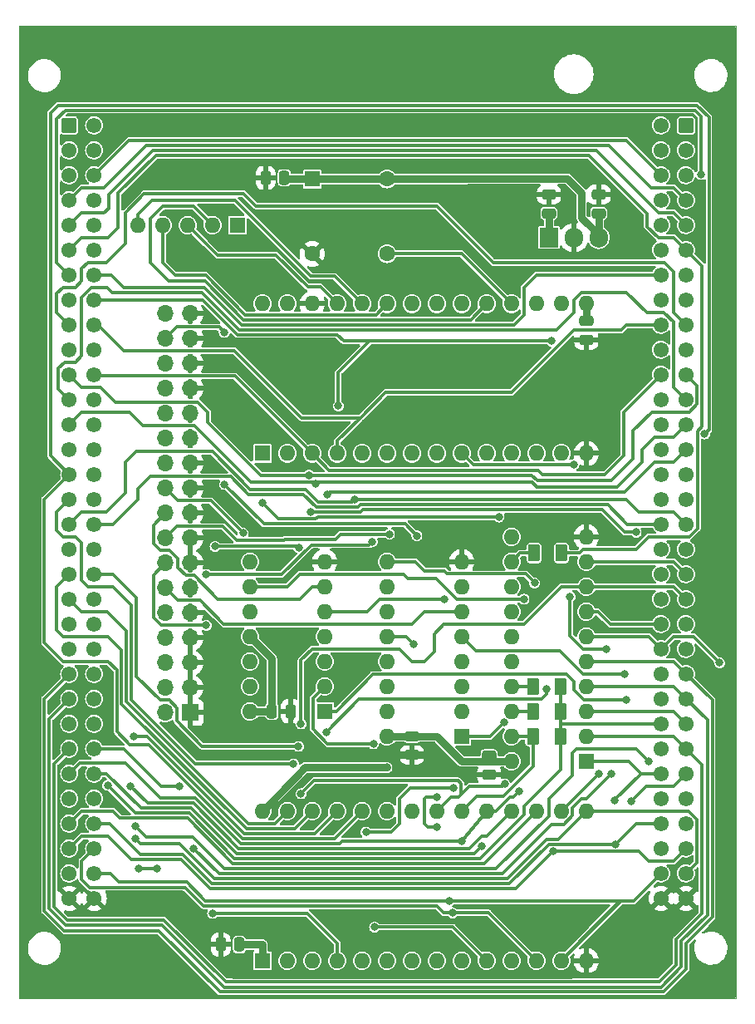
<source format=gbr>
%TF.GenerationSoftware,KiCad,Pcbnew,7.0.11+1*%
%TF.CreationDate,2024-05-07T21:52:51+02:00*%
%TF.ProjectId,QL_MiniTrump3,514c5f4d-696e-4695-9472-756d70332e6b,01*%
%TF.SameCoordinates,Original*%
%TF.FileFunction,Copper,L2,Bot*%
%TF.FilePolarity,Positive*%
%FSLAX46Y46*%
G04 Gerber Fmt 4.6, Leading zero omitted, Abs format (unit mm)*
G04 Created by KiCad (PCBNEW 7.0.11+1) date 2024-05-07 21:52:51*
%MOMM*%
%LPD*%
G01*
G04 APERTURE LIST*
G04 Aperture macros list*
%AMRoundRect*
0 Rectangle with rounded corners*
0 $1 Rounding radius*
0 $2 $3 $4 $5 $6 $7 $8 $9 X,Y pos of 4 corners*
0 Add a 4 corners polygon primitive as box body*
4,1,4,$2,$3,$4,$5,$6,$7,$8,$9,$2,$3,0*
0 Add four circle primitives for the rounded corners*
1,1,$1+$1,$2,$3*
1,1,$1+$1,$4,$5*
1,1,$1+$1,$6,$7*
1,1,$1+$1,$8,$9*
0 Add four rect primitives between the rounded corners*
20,1,$1+$1,$2,$3,$4,$5,0*
20,1,$1+$1,$4,$5,$6,$7,0*
20,1,$1+$1,$6,$7,$8,$9,0*
20,1,$1+$1,$8,$9,$2,$3,0*%
G04 Aperture macros list end*
%TA.AperFunction,ComponentPad*%
%ADD10R,1.905000X2.000000*%
%TD*%
%TA.AperFunction,ComponentPad*%
%ADD11O,1.905000X2.000000*%
%TD*%
%TA.AperFunction,ComponentPad*%
%ADD12R,1.600000X1.600000*%
%TD*%
%TA.AperFunction,ComponentPad*%
%ADD13O,1.600000X1.600000*%
%TD*%
%TA.AperFunction,ComponentPad*%
%ADD14RoundRect,0.249999X-0.525001X0.525001X-0.525001X-0.525001X0.525001X-0.525001X0.525001X0.525001X0*%
%TD*%
%TA.AperFunction,ComponentPad*%
%ADD15C,1.550000*%
%TD*%
%TA.AperFunction,ComponentPad*%
%ADD16R,1.700000X1.700000*%
%TD*%
%TA.AperFunction,ComponentPad*%
%ADD17O,1.700000X1.700000*%
%TD*%
%TA.AperFunction,ComponentPad*%
%ADD18RoundRect,0.249999X0.525001X-0.525001X0.525001X0.525001X-0.525001X0.525001X-0.525001X-0.525001X0*%
%TD*%
%TA.AperFunction,ComponentPad*%
%ADD19C,1.600000*%
%TD*%
%TA.AperFunction,SMDPad,CuDef*%
%ADD20RoundRect,0.250000X0.475000X-0.250000X0.475000X0.250000X-0.475000X0.250000X-0.475000X-0.250000X0*%
%TD*%
%TA.AperFunction,SMDPad,CuDef*%
%ADD21RoundRect,0.250000X-0.375000X-0.625000X0.375000X-0.625000X0.375000X0.625000X-0.375000X0.625000X0*%
%TD*%
%TA.AperFunction,SMDPad,CuDef*%
%ADD22RoundRect,0.250000X-0.475000X0.250000X-0.475000X-0.250000X0.475000X-0.250000X0.475000X0.250000X0*%
%TD*%
%TA.AperFunction,SMDPad,CuDef*%
%ADD23RoundRect,0.250000X0.375000X0.625000X-0.375000X0.625000X-0.375000X-0.625000X0.375000X-0.625000X0*%
%TD*%
%TA.AperFunction,SMDPad,CuDef*%
%ADD24RoundRect,0.250000X-0.250000X-0.475000X0.250000X-0.475000X0.250000X0.475000X-0.250000X0.475000X0*%
%TD*%
%TA.AperFunction,SMDPad,CuDef*%
%ADD25RoundRect,0.250000X0.250000X0.475000X-0.250000X0.475000X-0.250000X-0.475000X0.250000X-0.475000X0*%
%TD*%
%TA.AperFunction,ViaPad*%
%ADD26C,0.800000*%
%TD*%
%TA.AperFunction,Conductor*%
%ADD27C,0.750000*%
%TD*%
%TA.AperFunction,Conductor*%
%ADD28C,0.381000*%
%TD*%
%TA.AperFunction,Conductor*%
%ADD29C,0.350000*%
%TD*%
%TA.AperFunction,Profile*%
%ADD30C,0.050000*%
%TD*%
G04 APERTURE END LIST*
D10*
%TO.P,U18,1,VI*%
%TO.N,+9V*%
X182372000Y-65913000D03*
D11*
%TO.P,U18,2,GND*%
%TO.N,GND*%
X184912000Y-65913000D03*
%TO.P,U18,3,VO*%
%TO.N,+5V*%
X187452000Y-65913000D03*
%TD*%
D12*
%TO.P,U14,1,VPP*%
%TO.N,+5V*%
X153162000Y-139573000D03*
D13*
%TO.P,U14,2,A12*%
%TO.N,/A12*%
X155702000Y-139573000D03*
%TO.P,U14,3,A7*%
%TO.N,/A7*%
X158242000Y-139573000D03*
%TO.P,U14,4,A6*%
%TO.N,/A6*%
X160782000Y-139573000D03*
%TO.P,U14,5,A5*%
%TO.N,/A5*%
X163322000Y-139573000D03*
%TO.P,U14,6,A4*%
%TO.N,/A4*%
X165862000Y-139573000D03*
%TO.P,U14,7,A3*%
%TO.N,/A3*%
X168402000Y-139573000D03*
%TO.P,U14,8,A2*%
%TO.N,/A2*%
X170942000Y-139573000D03*
%TO.P,U14,9,A1*%
%TO.N,/A1*%
X173482000Y-139573000D03*
%TO.P,U14,10,A0*%
%TO.N,/A0*%
X176022000Y-139573000D03*
%TO.P,U14,11,D0*%
%TO.N,/D0*%
X178562000Y-139573000D03*
%TO.P,U14,12,D1*%
%TO.N,/D1*%
X181102000Y-139573000D03*
%TO.P,U14,13,D2*%
%TO.N,/D2*%
X183642000Y-139573000D03*
%TO.P,U14,14,GND*%
%TO.N,GND*%
X186182000Y-139573000D03*
%TO.P,U14,15,D3*%
%TO.N,/D3*%
X186182000Y-124333000D03*
%TO.P,U14,16,D4*%
%TO.N,/D4*%
X183642000Y-124333000D03*
%TO.P,U14,17,D5*%
%TO.N,/D5*%
X181102000Y-124333000D03*
%TO.P,U14,18,D6*%
%TO.N,/D6*%
X178562000Y-124333000D03*
%TO.P,U14,19,D7*%
%TO.N,/D7*%
X176022000Y-124333000D03*
%TO.P,U14,20,~{CE}*%
%TO.N,/ROM_CE*%
X173482000Y-124333000D03*
%TO.P,U14,21,A10*%
%TO.N,/A10*%
X170942000Y-124333000D03*
%TO.P,U14,22,~{OE}*%
%TO.N,/ROM_OE*%
X168402000Y-124333000D03*
%TO.P,U14,23,A11*%
%TO.N,/A11*%
X165862000Y-124333000D03*
%TO.P,U14,24,A9*%
%TO.N,/A9*%
X163322000Y-124333000D03*
%TO.P,U14,25,A8*%
%TO.N,/A8*%
X160782000Y-124333000D03*
%TO.P,U14,26,A13*%
%TO.N,/A13*%
X158242000Y-124333000D03*
%TO.P,U14,27,A14*%
%TO.N,/A14*%
X155702000Y-124333000D03*
%TO.P,U14,28,VCC*%
%TO.N,+5V*%
X153162000Y-124333000D03*
%TD*%
D14*
%TO.P,J1,a1,Vin*%
%TO.N,+9V*%
X133477000Y-54483000D03*
D15*
%TO.P,J1,a2,-12V*%
%TO.N,unconnected-(J1--12V-Pada2)*%
X133477000Y-57023000D03*
%TO.P,J1,a3,+12V*%
%TO.N,unconnected-(J1-+12V-Pada3)*%
X133477000Y-59563000D03*
%TO.P,J1,a4,SP0*%
%TO.N,/SP0*%
X133477000Y-62103000D03*
%TO.P,J1,a5,SP1*%
%TO.N,/SP1*%
X133477000Y-64643000D03*
%TO.P,J1,a6,~{DSMC}*%
%TO.N,/DSMC*%
X133477000Y-67183000D03*
%TO.P,J1,a7,SP2*%
%TO.N,/SP2*%
X133477000Y-69723000D03*
%TO.P,J1,a8,~{DBG}*%
%TO.N,unconnected-(J1-~{DBG}-Pada8)*%
X133477000Y-72263000D03*
%TO.P,J1,a9,A3*%
%TO.N,/A3*%
X133477000Y-74803000D03*
%TO.P,J1,a10,A4*%
%TO.N,/A4*%
X133477000Y-77343000D03*
%TO.P,J1,a11,A5*%
%TO.N,/A5*%
X133477000Y-79883000D03*
%TO.P,J1,a12,A6*%
%TO.N,/A6*%
X133477000Y-82423000D03*
%TO.P,J1,a13,A7*%
%TO.N,/A7*%
X133477000Y-84963000D03*
%TO.P,J1,a14,A8*%
%TO.N,/A8*%
X133477000Y-87503000D03*
%TO.P,J1,a15,A9*%
%TO.N,/A9*%
X133477000Y-90043000D03*
%TO.P,J1,a16,A10*%
%TO.N,/A10*%
X133477000Y-92583000D03*
%TO.P,J1,a17,A11*%
%TO.N,/A11*%
X133477000Y-95123000D03*
%TO.P,J1,a18,A12*%
%TO.N,/A12*%
X133477000Y-97663000D03*
%TO.P,J1,a19,A13*%
%TO.N,/A13*%
X133477000Y-100203000D03*
%TO.P,J1,a20,A14*%
%TO.N,/A14*%
X133477000Y-102743000D03*
%TO.P,J1,a21,RED*%
%TO.N,unconnected-(J1-RED-Pada21)*%
X133477000Y-105283000D03*
%TO.P,J1,a22,CLKCPU*%
%TO.N,unconnected-(J1-CLKCPU-Pada22)*%
X133477000Y-107823000D03*
%TO.P,J1,a23,A16*%
%TO.N,/A16*%
X133477000Y-110363000D03*
%TO.P,J1,a24,A17*%
%TO.N,/A17*%
X133477000Y-112903000D03*
%TO.P,J1,a25,A18*%
%TO.N,/A18*%
X133477000Y-115443000D03*
%TO.P,J1,a26,A19*%
%TO.N,/A19*%
X133477000Y-117983000D03*
%TO.P,J1,a27,D7*%
%TO.N,/D7*%
X133477000Y-120523000D03*
%TO.P,J1,a28,D6*%
%TO.N,/D6*%
X133477000Y-123063000D03*
%TO.P,J1,a29,D5*%
%TO.N,/D5*%
X133477000Y-125603000D03*
%TO.P,J1,a30,D4*%
%TO.N,/D4*%
X133477000Y-128143000D03*
%TO.P,J1,a31,D3*%
%TO.N,/D3*%
X133477000Y-130683000D03*
%TO.P,J1,a32,GND*%
%TO.N,GND*%
X133477000Y-133223000D03*
%TO.P,J1,b1,Vin*%
%TO.N,+9V*%
X136017000Y-54483000D03*
%TO.P,J1,b2,Vin*%
X136017000Y-57023000D03*
%TO.P,J1,b3,~{EXTINT}*%
%TO.N,/EXTINTL*%
X136017000Y-59563000D03*
%TO.P,J1,b4,~{IPL1}*%
%TO.N,unconnected-(J1-~{IPL1}-Padb4)*%
X136017000Y-62103000D03*
%TO.P,J1,b5,~{BERR}*%
%TO.N,unconnected-(J1-~{BERR}-Padb5)*%
X136017000Y-64643000D03*
%TO.P,J1,b6,~{IPLO}*%
%TO.N,unconnected-(J1-~{IPLO}-Padb6)*%
X136017000Y-67183000D03*
%TO.P,J1,b7,SP3*%
%TO.N,/SP3*%
X136017000Y-69723000D03*
%TO.P,J1,b8,A2*%
%TO.N,/A2*%
X136017000Y-72263000D03*
%TO.P,J1,b9,G9*%
%TO.N,/A1*%
X136017000Y-74803000D03*
%TO.P,J1,b10,ROMOEH*%
%TO.N,unconnected-(J1-ROMOEH-Padb10)*%
X136017000Y-77343000D03*
%TO.P,J1,b11,A0*%
%TO.N,/A0*%
X136017000Y-79883000D03*
%TO.P,J1,b12,FC0*%
%TO.N,unconnected-(J1-FC0-Padb12)*%
X136017000Y-82423000D03*
%TO.P,J1,b13,FC1*%
%TO.N,unconnected-(J1-FC1-Padb13)*%
X136017000Y-84963000D03*
%TO.P,J1,b14,FC2*%
%TO.N,unconnected-(J1-FC2-Padb14)*%
X136017000Y-87503000D03*
%TO.P,J1,b15,BLUE*%
%TO.N,unconnected-(J1-BLUE-Padb15)*%
X136017000Y-90043000D03*
%TO.P,J1,b16,GREEN*%
%TO.N,unconnected-(J1-GREEN-Padb16)*%
X136017000Y-92583000D03*
%TO.P,J1,b17,~{VPA}*%
%TO.N,/VPA*%
X136017000Y-95123000D03*
%TO.P,J1,b18,VSYNCH*%
%TO.N,unconnected-(J1-VSYNCH-Padb18)*%
X136017000Y-97663000D03*
%TO.P,J1,b19,E*%
%TO.N,/E*%
X136017000Y-100203000D03*
%TO.P,J1,b20,~{CSYNC}*%
%TO.N,unconnected-(J1-~{CSYNC}-Padb20)*%
X136017000Y-102743000D03*
%TO.P,J1,b21,~{RESETCPU}*%
%TO.N,/RESET*%
X136017000Y-105283000D03*
%TO.P,J1,b22,A15*%
%TO.N,/A15*%
X136017000Y-107823000D03*
%TO.P,J1,b23,~{BR}*%
%TO.N,unconnected-(J1-~{BR}-Padb23)*%
X136017000Y-110363000D03*
%TO.P,J1,b24,~{BG}*%
%TO.N,unconnected-(J1-~{BG}-Padb24)*%
X136017000Y-112903000D03*
%TO.P,J1,b25,~{DTACK}*%
%TO.N,/DTACKL*%
X136017000Y-115443000D03*
%TO.P,J1,b26,~{DRW}*%
%TO.N,/RW*%
X136017000Y-117983000D03*
%TO.P,J1,b27,~{DS}*%
%TO.N,/DS*%
X136017000Y-120523000D03*
%TO.P,J1,b28,~{AS}*%
%TO.N,unconnected-(J1-~{AS}-Padb28)*%
X136017000Y-123063000D03*
%TO.P,J1,b29,D0*%
%TO.N,/D0*%
X136017000Y-125603000D03*
%TO.P,J1,b30,D1*%
%TO.N,/D1*%
X136017000Y-128143000D03*
%TO.P,J1,b31,D2*%
%TO.N,/D2*%
X136017000Y-130683000D03*
%TO.P,J1,b32,GND*%
%TO.N,GND*%
X136017000Y-133223000D03*
%TD*%
D16*
%TO.P,J2,1,Pin_1*%
%TO.N,GND*%
X145796000Y-114300000D03*
D17*
%TO.P,J2,2,Pin_2*%
%TO.N,unconnected-(J2-Pin_2-Pad2)*%
X143256000Y-114300000D03*
%TO.P,J2,3,Pin_3*%
%TO.N,GND*%
X145796000Y-111760000D03*
%TO.P,J2,4,Pin_4*%
%TO.N,unconnected-(J2-Pin_4-Pad4)*%
X143256000Y-111760000D03*
%TO.P,J2,5,Pin_5*%
%TO.N,GND*%
X145796000Y-109220000D03*
%TO.P,J2,6,Pin_6*%
%TO.N,unconnected-(J2-Pin_6-Pad6)*%
X143256000Y-109220000D03*
%TO.P,J2,7,Pin_7*%
%TO.N,GND*%
X145796000Y-106680000D03*
%TO.P,J2,8,Pin_8*%
%TO.N,/FDC_IP*%
X143256000Y-106680000D03*
%TO.P,J2,9,Pin_9*%
%TO.N,GND*%
X145796000Y-104140000D03*
%TO.P,J2,10,Pin_10*%
%TO.N,/MOTOR_ON*%
X143256000Y-104140000D03*
%TO.P,J2,11,Pin_11*%
%TO.N,GND*%
X145796000Y-101600000D03*
%TO.P,J2,12,Pin_12*%
%TO.N,/DS1*%
X143256000Y-101600000D03*
%TO.P,J2,13,Pin_13*%
%TO.N,GND*%
X145796000Y-99060000D03*
%TO.P,J2,14,Pin_14*%
%TO.N,/DS0*%
X143256000Y-99060000D03*
%TO.P,J2,15,Pin_15*%
%TO.N,GND*%
X145796000Y-96520000D03*
%TO.P,J2,16,Pin_16*%
%TO.N,/MOTOR_ON*%
X143256000Y-96520000D03*
%TO.P,J2,17,Pin_17*%
%TO.N,GND*%
X145796000Y-93980000D03*
%TO.P,J2,18,Pin_18*%
%TO.N,/DIR*%
X143256000Y-93980000D03*
%TO.P,J2,19,Pin_19*%
%TO.N,GND*%
X145796000Y-91440000D03*
%TO.P,J2,20,Pin_20*%
%TO.N,/STEP*%
X143256000Y-91440000D03*
%TO.P,J2,21,Pin_21*%
%TO.N,GND*%
X145796000Y-88900000D03*
%TO.P,J2,22,Pin_22*%
%TO.N,/DATA_WR*%
X143256000Y-88900000D03*
%TO.P,J2,23,Pin_23*%
%TO.N,GND*%
X145796000Y-86360000D03*
%TO.P,J2,24,Pin_24*%
%TO.N,/GATE_WR*%
X143256000Y-86360000D03*
%TO.P,J2,25,Pin_25*%
%TO.N,GND*%
X145796000Y-83820000D03*
%TO.P,J2,26,Pin_26*%
%TO.N,/FDC_T0*%
X143256000Y-83820000D03*
%TO.P,J2,27,Pin_27*%
%TO.N,GND*%
X145796000Y-81280000D03*
%TO.P,J2,28,Pin_28*%
%TO.N,/FDC_WPRT*%
X143256000Y-81280000D03*
%TO.P,J2,29,Pin_29*%
%TO.N,GND*%
X145796000Y-78740000D03*
%TO.P,J2,30,Pin_30*%
%TO.N,/FDC_RD*%
X143256000Y-78740000D03*
%TO.P,J2,31,Pin_31*%
%TO.N,GND*%
X145796000Y-76200000D03*
%TO.P,J2,32,Pin_32*%
%TO.N,/HEAD*%
X143256000Y-76200000D03*
%TO.P,J2,33,Pin_33*%
%TO.N,GND*%
X145796000Y-73660000D03*
%TO.P,J2,34,Pin_34*%
%TO.N,unconnected-(J2-Pin_34-Pad34)*%
X143256000Y-73660000D03*
%TD*%
D18*
%TO.P,J3,a1,Vin*%
%TO.N,+9V*%
X196342000Y-54483000D03*
D15*
%TO.P,J3,a2,-12V*%
%TO.N,unconnected-(J3--12V-Pada2)*%
X196342000Y-57023000D03*
%TO.P,J3,a3,+12V*%
%TO.N,unconnected-(J3-+12V-Pada3)*%
X196342000Y-59563000D03*
%TO.P,J3,a4,SP0*%
%TO.N,/SP0*%
X196342000Y-62103000D03*
%TO.P,J3,a5,SP1*%
%TO.N,/SP1*%
X196342000Y-64643000D03*
%TO.P,J3,a6,~{DSMC}*%
%TO.N,/DSMC*%
X196342000Y-67183000D03*
%TO.P,J3,a7,SP2*%
%TO.N,/SP2*%
X196342000Y-69723000D03*
%TO.P,J3,a8,~{DBG}*%
%TO.N,unconnected-(J3-~{DBG}-Pada8)*%
X196342000Y-72263000D03*
%TO.P,J3,a9,A3*%
%TO.N,/A3*%
X196342000Y-74803000D03*
%TO.P,J3,a10,A4*%
%TO.N,/A4*%
X196342000Y-77343000D03*
%TO.P,J3,a11,A5*%
%TO.N,/A5*%
X196342000Y-79883000D03*
%TO.P,J3,a12,A6*%
%TO.N,/A6*%
X196342000Y-82423000D03*
%TO.P,J3,a13,A7*%
%TO.N,/A7*%
X196342000Y-84963000D03*
%TO.P,J3,a14,A8*%
%TO.N,/A8*%
X196342000Y-87503000D03*
%TO.P,J3,a15,A9*%
%TO.N,/A9*%
X196342000Y-90043000D03*
%TO.P,J3,a16,A10*%
%TO.N,/A10*%
X196342000Y-92583000D03*
%TO.P,J3,a17,A11*%
%TO.N,/A11*%
X196342000Y-95123000D03*
%TO.P,J3,a18,A12*%
%TO.N,/A12*%
X196342000Y-97663000D03*
%TO.P,J3,a19,A13*%
%TO.N,/A13*%
X196342000Y-100203000D03*
%TO.P,J3,a20,A14*%
%TO.N,/A14*%
X196342000Y-102743000D03*
%TO.P,J3,a21,RED*%
%TO.N,unconnected-(J3-RED-Pada21)*%
X196342000Y-105283000D03*
%TO.P,J3,a22,CLKCPU*%
%TO.N,unconnected-(J3-CLKCPU-Pada22)*%
X196342000Y-107823000D03*
%TO.P,J3,a23,A16*%
%TO.N,/A16*%
X196342000Y-110363000D03*
%TO.P,J3,a24,A17*%
%TO.N,/A17*%
X196342000Y-112903000D03*
%TO.P,J3,a25,A18*%
%TO.N,/A18*%
X196342000Y-115443000D03*
%TO.P,J3,a26,A19*%
%TO.N,/A19*%
X196342000Y-117983000D03*
%TO.P,J3,a27,D7*%
%TO.N,/D7*%
X196342000Y-120523000D03*
%TO.P,J3,a28,D6*%
%TO.N,/D6*%
X196342000Y-123063000D03*
%TO.P,J3,a29,D5*%
%TO.N,/D5*%
X196342000Y-125603000D03*
%TO.P,J3,a30,D4*%
%TO.N,/D4*%
X196342000Y-128143000D03*
%TO.P,J3,a31,D3*%
%TO.N,/D3*%
X196342000Y-130683000D03*
%TO.P,J3,a32,GND*%
%TO.N,GND*%
X196342000Y-133223000D03*
%TO.P,J3,b1,Vin*%
%TO.N,+9V*%
X193802000Y-54483000D03*
%TO.P,J3,b2,Vin*%
X193802000Y-57023000D03*
%TO.P,J3,b3,~{EXTINT}*%
%TO.N,/EXTINTL*%
X193802000Y-59563000D03*
%TO.P,J3,b4,~{IPL1}*%
%TO.N,unconnected-(J3-~{IPL1}-Padb4)*%
X193802000Y-62103000D03*
%TO.P,J3,b5,~{BERR}*%
%TO.N,unconnected-(J3-~{BERR}-Padb5)*%
X193802000Y-64643000D03*
%TO.P,J3,b6,~{IPLO}*%
%TO.N,unconnected-(J3-~{IPLO}-Padb6)*%
X193802000Y-67183000D03*
%TO.P,J3,b7,SP3*%
%TO.N,/SP3*%
X193802000Y-69723000D03*
%TO.P,J3,b8,A2*%
%TO.N,/A2*%
X193802000Y-72263000D03*
%TO.P,J3,b9,G9*%
%TO.N,/A1*%
X193802000Y-74803000D03*
%TO.P,J3,b10,ROMOEH*%
%TO.N,unconnected-(J3-ROMOEH-Padb10)*%
X193802000Y-77343000D03*
%TO.P,J3,b11,A0*%
%TO.N,/A0*%
X193802000Y-79883000D03*
%TO.P,J3,b12,FC0*%
%TO.N,unconnected-(J3-FC0-Padb12)*%
X193802000Y-82423000D03*
%TO.P,J3,b13,FC1*%
%TO.N,unconnected-(J3-FC1-Padb13)*%
X193802000Y-84963000D03*
%TO.P,J3,b14,FC2*%
%TO.N,unconnected-(J3-FC2-Padb14)*%
X193802000Y-87503000D03*
%TO.P,J3,b15,BLUE*%
%TO.N,unconnected-(J3-BLUE-Padb15)*%
X193802000Y-90043000D03*
%TO.P,J3,b16,GREEN*%
%TO.N,unconnected-(J3-GREEN-Padb16)*%
X193802000Y-92583000D03*
%TO.P,J3,b17,~{VPA}*%
%TO.N,/VPA*%
X193802000Y-95123000D03*
%TO.P,J3,b18,VSYNCH*%
%TO.N,unconnected-(J3-VSYNCH-Padb18)*%
X193802000Y-97663000D03*
%TO.P,J3,b19,E*%
%TO.N,/E*%
X193802000Y-100203000D03*
%TO.P,J3,b20,~{CSYNC}*%
%TO.N,unconnected-(J3-~{CSYNC}-Padb20)*%
X193802000Y-102743000D03*
%TO.P,J3,b21,~{RESETCPU}*%
%TO.N,/RESET*%
X193802000Y-105283000D03*
%TO.P,J3,b22,A15*%
%TO.N,/A15*%
X193802000Y-107823000D03*
%TO.P,J3,b23,~{BR}*%
%TO.N,unconnected-(J3-~{BR}-Padb23)*%
X193802000Y-110363000D03*
%TO.P,J3,b24,~{BG}*%
%TO.N,unconnected-(J3-~{BG}-Padb24)*%
X193802000Y-112903000D03*
%TO.P,J3,b25,~{DTACK}*%
%TO.N,/DTACKL*%
X193802000Y-115443000D03*
%TO.P,J3,b26,~{DRW}*%
%TO.N,/RW*%
X193802000Y-117983000D03*
%TO.P,J3,b27,~{DS}*%
%TO.N,/DS*%
X193802000Y-120523000D03*
%TO.P,J3,b28,~{AS}*%
%TO.N,unconnected-(J3-~{AS}-Padb28)*%
X193802000Y-123063000D03*
%TO.P,J3,b29,D0*%
%TO.N,/D0*%
X193802000Y-125603000D03*
%TO.P,J3,b30,D1*%
%TO.N,/D1*%
X193802000Y-128143000D03*
%TO.P,J3,b31,D2*%
%TO.N,/D2*%
X193802000Y-130683000D03*
%TO.P,J3,b32,GND*%
%TO.N,GND*%
X193802000Y-133223000D03*
%TD*%
D12*
%TO.P,U13,1,~{CS}*%
%TO.N,/FDCON_CS*%
X153162000Y-87889000D03*
D13*
%TO.P,U13,2,R/~{W}*%
%TO.N,/RW*%
X155702000Y-87889000D03*
%TO.P,U13,3,A0*%
%TO.N,/A0*%
X158242000Y-87889000D03*
%TO.P,U13,4,A1*%
%TO.N,/A1*%
X160782000Y-87889000D03*
%TO.P,U13,5,DI0*%
%TO.N,/D0*%
X163322000Y-87889000D03*
%TO.P,U13,6,DI1*%
%TO.N,/D1*%
X165862000Y-87889000D03*
%TO.P,U13,7,DI2*%
%TO.N,/D2*%
X168402000Y-87889000D03*
%TO.P,U13,8,DI3*%
%TO.N,/D3*%
X170942000Y-87889000D03*
%TO.P,U13,9,DI4*%
%TO.N,/D4*%
X173482000Y-87889000D03*
%TO.P,U13,10,DI5*%
%TO.N,/D5*%
X176022000Y-87889000D03*
%TO.P,U13,11,DI6*%
%TO.N,/D6*%
X178562000Y-87889000D03*
%TO.P,U13,12,DI7*%
%TO.N,/D7*%
X181102000Y-87889000D03*
%TO.P,U13,13,~{MR}*%
%TO.N,/RESET*%
X183642000Y-87889000D03*
%TO.P,U13,14,GND*%
%TO.N,GND*%
X186182000Y-87889000D03*
%TO.P,U13,15,VCC*%
%TO.N,+5V*%
X186182000Y-72649000D03*
%TO.P,U13,16,STEP*%
%TO.N,/FDC_STEP*%
X183642000Y-72649000D03*
%TO.P,U13,17,DIRC*%
%TO.N,/FDC_DIR*%
X181102000Y-72649000D03*
%TO.P,U13,18,CLK*%
%TO.N,Net-(U13-CLK)*%
X178562000Y-72649000D03*
%TO.P,U13,19,~{RD}*%
%TO.N,/FDC_RD*%
X176022000Y-72649000D03*
%TO.P,U13,20,MOTOR*%
%TO.N,unconnected-(U13-MOTOR-Pad20)*%
X173482000Y-72649000D03*
%TO.P,U13,21,WG*%
%TO.N,/FDC_WG*%
X170942000Y-72649000D03*
%TO.P,U13,22,WD*%
%TO.N,/FDC_WD*%
X168402000Y-72649000D03*
%TO.P,U13,23,~{TR00}*%
%TO.N,/FDC_T0*%
X165862000Y-72649000D03*
%TO.P,U13,24,~{IP}*%
%TO.N,/FDC_IP*%
X163322000Y-72649000D03*
%TO.P,U13,25,~{WPRT}*%
%TO.N,/FDC_WPRT*%
X160782000Y-72649000D03*
%TO.P,U13,26,~{DDEN}*%
%TO.N,GND*%
X158242000Y-72649000D03*
%TO.P,U13,27,DRQ*%
%TO.N,unconnected-(U13-DRQ-Pad27)*%
X155702000Y-72649000D03*
%TO.P,U13,28,INTRQ*%
%TO.N,unconnected-(U13-INTRQ-Pad28)*%
X153162000Y-72649000D03*
%TD*%
D12*
%TO.P,U1,1,I1/CLK*%
%TO.N,/DS*%
X186182000Y-119253000D03*
D13*
%TO.P,U1,2,I2*%
%TO.N,/A19*%
X186182000Y-116713000D03*
%TO.P,U1,3,I3*%
%TO.N,/A18*%
X186182000Y-114173000D03*
%TO.P,U1,4,I4*%
%TO.N,/A17*%
X186182000Y-111633000D03*
%TO.P,U1,5,I5*%
%TO.N,/A16*%
X186182000Y-109093000D03*
%TO.P,U1,6,I6*%
%TO.N,/A15*%
X186182000Y-106553000D03*
%TO.P,U1,7,I7*%
%TO.N,/RESET*%
X186182000Y-104013000D03*
%TO.P,U1,8,I8*%
%TO.N,/A14*%
X186182000Y-101473000D03*
%TO.P,U1,9,I9*%
%TO.N,/A13*%
X186182000Y-98933000D03*
%TO.P,U1,10,GND*%
%TO.N,GND*%
X186182000Y-96393000D03*
%TO.P,U1,11,I10/~{OE}*%
%TO.N,/MUX*%
X178562000Y-96393000D03*
%TO.P,U1,12,IO8*%
%TO.N,Net-(D1-A)*%
X178562000Y-98933000D03*
%TO.P,U1,13,IO7*%
%TO.N,unconnected-(U1-IO7-Pad13)*%
X178562000Y-101473000D03*
%TO.P,U1,14,IO6*%
%TO.N,/CLKCT*%
X178562000Y-104013000D03*
%TO.P,U1,15,IO5*%
%TO.N,/MA8*%
X178562000Y-106553000D03*
%TO.P,U1,16,IO4*%
%TO.N,unconnected-(U1-IO4-Pad16)*%
X178562000Y-109093000D03*
%TO.P,U1,17,I03*%
%TO.N,/FDCON_CS*%
X178562000Y-111633000D03*
%TO.P,U1,18,IO2*%
%TO.N,/CS175*%
X178562000Y-114173000D03*
%TO.P,U1,19,IO1*%
%TO.N,/ROM_CE*%
X178562000Y-116713000D03*
%TO.P,U1,20,VCC*%
%TO.N,+5V*%
X178562000Y-119253000D03*
%TD*%
D12*
%TO.P,U17,1,~{Mr}*%
%TO.N,/RESET*%
X173482000Y-116713000D03*
D13*
%TO.P,U17,2,Q0*%
%TO.N,unconnected-(U17-Q0-Pad2)*%
X173482000Y-114173000D03*
%TO.P,U17,3,~{Q0}*%
%TO.N,/HEAD*%
X173482000Y-111633000D03*
%TO.P,U17,4,D0*%
%TO.N,/D3*%
X173482000Y-109093000D03*
%TO.P,U17,5,D1*%
%TO.N,/D0*%
X173482000Y-106553000D03*
%TO.P,U17,6,~{Q1}*%
%TO.N,/DS1*%
X173482000Y-104013000D03*
%TO.P,U17,7,Q1*%
%TO.N,unconnected-(U17-Q1-Pad7)*%
X173482000Y-101473000D03*
%TO.P,U17,8,GND*%
%TO.N,GND*%
X173482000Y-98933000D03*
%TO.P,U17,9,Cp*%
%TO.N,/CS175*%
X165862000Y-98933000D03*
%TO.P,U17,10,Q2*%
%TO.N,unconnected-(U17-Q2-Pad10)*%
X165862000Y-101473000D03*
%TO.P,U17,11,~{Q2}*%
%TO.N,/MOTOR_ON*%
X165862000Y-104013000D03*
%TO.P,U17,12,D2*%
%TO.N,/D2*%
X165862000Y-106553000D03*
%TO.P,U17,13,D3*%
%TO.N,/D1*%
X165862000Y-109093000D03*
%TO.P,U17,14,~{Q3}*%
%TO.N,/DS0*%
X165862000Y-111633000D03*
%TO.P,U17,15,Q3*%
%TO.N,unconnected-(U17-Q3-Pad15)*%
X165862000Y-114173000D03*
%TO.P,U17,16,VCC*%
%TO.N,+5V*%
X165862000Y-116713000D03*
%TD*%
D12*
%TO.P,U15,1*%
%TO.N,/RW*%
X159512000Y-114173000D03*
D13*
%TO.P,U15,2*%
%TO.N,/ROM_OE*%
X159512000Y-111633000D03*
%TO.P,U15,3*%
%TO.N,/FDC_WG*%
X159512000Y-109093000D03*
%TO.P,U15,4*%
%TO.N,/GATE_WR*%
X159512000Y-106553000D03*
%TO.P,U15,5*%
%TO.N,/FDC_DIR*%
X159512000Y-104013000D03*
%TO.P,U15,6*%
%TO.N,/DIR*%
X159512000Y-101473000D03*
%TO.P,U15,7,GND*%
%TO.N,GND*%
X159512000Y-98933000D03*
%TO.P,U15,8*%
%TO.N,/STEP*%
X151892000Y-98933000D03*
%TO.P,U15,9*%
%TO.N,/FDC_STEP*%
X151892000Y-101473000D03*
%TO.P,U15,10*%
%TO.N,unconnected-(U15-Pad10)*%
X151892000Y-104013000D03*
%TO.P,U15,11*%
%TO.N,+5V*%
X151892000Y-106553000D03*
%TO.P,U15,12*%
%TO.N,/DATA_WR*%
X151892000Y-109093000D03*
%TO.P,U15,13*%
%TO.N,/FDC_WD*%
X151892000Y-111633000D03*
%TO.P,U15,14,VCC*%
%TO.N,+5V*%
X151892000Y-114173000D03*
%TD*%
D12*
%TO.P,X1,1,EN*%
%TO.N,+5V*%
X158242000Y-59944000D03*
D19*
%TO.P,X1,4,GND*%
%TO.N,GND*%
X158242000Y-67564000D03*
%TO.P,X1,5,OUT*%
%TO.N,Net-(U13-CLK)*%
X165862000Y-67564000D03*
%TO.P,X1,8,Vcc*%
%TO.N,+5V*%
X165862000Y-59944000D03*
%TD*%
D12*
%TO.P,RN1,1,common*%
%TO.N,+5V*%
X150622000Y-64643000D03*
D13*
%TO.P,RN1,2,R1*%
%TO.N,/FDC_RD*%
X148082000Y-64643000D03*
%TO.P,RN1,3,R2*%
%TO.N,/FDC_WPRT*%
X145542000Y-64643000D03*
%TO.P,RN1,4,R3*%
%TO.N,/FDC_T0*%
X143002000Y-64643000D03*
%TO.P,RN1,5,R4*%
%TO.N,/FDC_IP*%
X140462000Y-64643000D03*
%TD*%
D20*
%TO.P,C15,1*%
%TO.N,+9V*%
X182372000Y-63434000D03*
%TO.P,C15,2*%
%TO.N,GND*%
X182372000Y-61534000D03*
%TD*%
%TO.P,C3,1*%
%TO.N,GND*%
X176276000Y-120584000D03*
%TO.P,C3,2*%
%TO.N,+5V*%
X176276000Y-118684000D03*
%TD*%
D21*
%TO.P,D8,1,K*%
%TO.N,/ROM_CE*%
X180728000Y-116718000D03*
%TO.P,D8,2,A*%
%TO.N,/DTACKL*%
X183528000Y-116718000D03*
%TD*%
D20*
%TO.P,C13,1*%
%TO.N,+5V*%
X187452000Y-63434000D03*
%TO.P,C13,2*%
%TO.N,GND*%
X187452000Y-61534000D03*
%TD*%
D22*
%TO.P,C12,1*%
%TO.N,+5V*%
X168402000Y-116713000D03*
%TO.P,C12,2*%
%TO.N,GND*%
X168402000Y-118613000D03*
%TD*%
D23*
%TO.P,D1,1,K*%
%TO.N,/DSMC*%
X183645000Y-98044000D03*
%TO.P,D1,2,A*%
%TO.N,Net-(D1-A)*%
X180845000Y-98044000D03*
%TD*%
D21*
%TO.P,D7,1,K*%
%TO.N,/CS175*%
X180728000Y-114178000D03*
%TO.P,D7,2,A*%
%TO.N,/DTACKL*%
X183528000Y-114178000D03*
%TD*%
D24*
%TO.P,C4,1*%
%TO.N,GND*%
X153482000Y-59817000D03*
%TO.P,C4,2*%
%TO.N,+5V*%
X155382000Y-59817000D03*
%TD*%
D20*
%TO.P,C2,1*%
%TO.N,GND*%
X186182000Y-76322000D03*
%TO.P,C2,2*%
%TO.N,+5V*%
X186182000Y-74422000D03*
%TD*%
D21*
%TO.P,D6,1,K*%
%TO.N,/FDCON_CS*%
X180728000Y-111638000D03*
%TO.P,D6,2,A*%
%TO.N,/DTACKL*%
X183528000Y-111638000D03*
%TD*%
D25*
%TO.P,C1,1*%
%TO.N,+5V*%
X150810000Y-137922000D03*
%TO.P,C1,2*%
%TO.N,GND*%
X148910000Y-137922000D03*
%TD*%
%TO.P,C10,1*%
%TO.N,GND*%
X156027000Y-114168000D03*
%TO.P,C10,2*%
%TO.N,+5V*%
X154127000Y-114168000D03*
%TD*%
D26*
%TO.N,GND*%
X158242000Y-77597000D03*
X161644600Y-54329600D03*
X148844000Y-135763000D03*
X130048000Y-133223000D03*
X148353500Y-89174900D03*
X159512000Y-95834600D03*
X161644600Y-58410200D03*
X149571900Y-115504000D03*
%TO.N,/SP2*%
X197899900Y-59483100D03*
%TO.N,/A5*%
X157902400Y-90104300D03*
%TO.N,/A6*%
X148082000Y-134742600D03*
%TO.N,/A7*%
X158564400Y-90943300D03*
%TO.N,/A8*%
X159784000Y-92118800D03*
X140074500Y-116713000D03*
%TO.N,/A9*%
X198231900Y-85912200D03*
%TO.N,/A10*%
X177873300Y-121544500D03*
X156337000Y-119507000D03*
X157099000Y-122555000D03*
%TO.N,/A11*%
X162592900Y-92568900D03*
%TO.N,/A12*%
X146177000Y-128143000D03*
X188722000Y-120523000D03*
%TO.N,/A13*%
X182118000Y-111887000D03*
X159645600Y-116280900D03*
%TO.N,/A14*%
X157089900Y-115443000D03*
%TO.N,/A18*%
X192532000Y-119253000D03*
X140208000Y-125857000D03*
%TO.N,/D7*%
X173482000Y-127381000D03*
X190754000Y-123317000D03*
X179324000Y-122291250D03*
%TO.N,/D6*%
X139737000Y-121793000D03*
%TO.N,/D4*%
X187452000Y-120523000D03*
X182833300Y-128427100D03*
X184912000Y-89027000D03*
X188214000Y-107823000D03*
X184529700Y-102509400D03*
%TO.N,/D3*%
X140208000Y-127127000D03*
%TO.N,/A2*%
X182626000Y-76454000D03*
X160893800Y-83058000D03*
%TO.N,/A0*%
X164592000Y-136144000D03*
%TO.N,/E*%
X191262000Y-95928400D03*
X156845000Y-117729000D03*
X158114000Y-93849600D03*
%TO.N,/RESET*%
X177781200Y-115317400D03*
X172668400Y-121953600D03*
X163720500Y-126452200D03*
%TO.N,/A15*%
X140589000Y-130175000D03*
X199771000Y-109220000D03*
X142377400Y-130175000D03*
%TO.N,/RW*%
X144716500Y-121793000D03*
X190246000Y-112991300D03*
%TO.N,/DS*%
X175514000Y-127889000D03*
X189103000Y-123250600D03*
%TO.N,/D0*%
X189164900Y-127700100D03*
X190119000Y-110363000D03*
%TO.N,/D1*%
X170942000Y-122879800D03*
X172558100Y-134690800D03*
X170942000Y-125917800D03*
%TO.N,/D2*%
X172212000Y-133477000D03*
X168603600Y-107299100D03*
%TO.N,/MOTOR_ON*%
X166116000Y-96132700D03*
%TO.N,/STEP*%
X151197800Y-96016400D03*
%TO.N,/GATE_WR*%
X156851600Y-97464300D03*
X148336000Y-97372200D03*
%TO.N,/HEAD*%
X168910000Y-96291400D03*
X149276000Y-75572200D03*
X149301200Y-91059000D03*
%TO.N,/FDCON_CS*%
X153162000Y-92935900D03*
X177280400Y-94375100D03*
%TO.N,/DS0*%
X147447000Y-100203000D03*
X147447000Y-105401400D03*
X164377300Y-96871600D03*
%TO.N,/DTACKL*%
X137381500Y-121705300D03*
%TO.N,/CS175*%
X180916300Y-101099500D03*
%TO.N,+5V*%
X165862000Y-119888000D03*
%TO.N,/FDC_STEP*%
X179832000Y-102743000D03*
%TO.N,/ROM_OE*%
X164489400Y-117475000D03*
%TO.N,/FDC_DIR*%
X171704000Y-102743000D03*
%TD*%
D27*
%TO.N,GND*%
X150171300Y-141027300D02*
X153797000Y-141027300D01*
D28*
X187405000Y-139573000D02*
X185928000Y-139573000D01*
D27*
X176022000Y-98933000D02*
X176762950Y-98192050D01*
D28*
X186182000Y-141027300D02*
X186182000Y-139573000D01*
D27*
X168402000Y-118613000D02*
X159507000Y-118613000D01*
D28*
X136017000Y-133223000D02*
X137228500Y-134434500D01*
D27*
X170372500Y-98933000D02*
X169037000Y-97597500D01*
D28*
X147196000Y-114300000D02*
X148367900Y-114300000D01*
D27*
X153670000Y-116459000D02*
X155956000Y-116459000D01*
D28*
X173600400Y-120584000D02*
X176276000Y-120584000D01*
D27*
X171421300Y-120113300D02*
X173129700Y-120113300D01*
D28*
X148082000Y-76200000D02*
X148623423Y-76741423D01*
D27*
X180851500Y-96393000D02*
X179451000Y-94992500D01*
X147574000Y-88900000D02*
X148353500Y-89174900D01*
X147932200Y-91440000D02*
X152326800Y-95834600D01*
D28*
X145796000Y-99060000D02*
X145796000Y-96520000D01*
D27*
X137853500Y-134434500D02*
X138811000Y-133477000D01*
X152715000Y-115504000D02*
X153670000Y-116459000D01*
X156027000Y-114168000D02*
X156027000Y-114682800D01*
D28*
X186182000Y-84201000D02*
X186182000Y-82423000D01*
D27*
X159507000Y-118613000D02*
X157353000Y-116459000D01*
X155956000Y-116459000D02*
X156083000Y-116332000D01*
D28*
X148623423Y-76741423D02*
X149733000Y-76741423D01*
X156027000Y-116276000D02*
X156027000Y-114168000D01*
X173482000Y-98933000D02*
X170372500Y-98933000D01*
X145796000Y-88900000D02*
X147574000Y-88900000D01*
X148082000Y-76200000D02*
X145796000Y-76200000D01*
X137228500Y-134434500D02*
X137853500Y-134434500D01*
D27*
X148844000Y-135763000D02*
X147320000Y-135763000D01*
D28*
X156243423Y-76741423D02*
X148623423Y-76741423D01*
D27*
X169921000Y-118613000D02*
X170250000Y-118942000D01*
X150171300Y-141027300D02*
X148910000Y-139766000D01*
D28*
X163884400Y-98933000D02*
X159512000Y-98933000D01*
D27*
X169037000Y-97597500D02*
X165219900Y-97597500D01*
X173129700Y-120113300D02*
X173600400Y-120584000D01*
X168402000Y-118613000D02*
X169921000Y-118613000D01*
X156083000Y-116332000D02*
X156027000Y-116276000D01*
D28*
X189968500Y-137009500D02*
X193755000Y-133223000D01*
D27*
X178015400Y-94992500D02*
X179451000Y-94992500D01*
X176762950Y-96244950D02*
X178015400Y-94992500D01*
X149571900Y-115504000D02*
X152715000Y-115504000D01*
X145034000Y-133477000D02*
X147320000Y-135763000D01*
D28*
X189968500Y-137009500D02*
X187405000Y-139573000D01*
D27*
X158242000Y-77597000D02*
X157099000Y-77597000D01*
X176762950Y-98192050D02*
X176762950Y-96244950D01*
D28*
X186182000Y-87889000D02*
X186182000Y-84201000D01*
X148910000Y-139766000D02*
X148910000Y-137922000D01*
X145796000Y-91440000D02*
X147932200Y-91440000D01*
X186182000Y-96393000D02*
X180851500Y-96393000D01*
X184600700Y-141027300D02*
X186182000Y-141027300D01*
D27*
X152326800Y-95834600D02*
X159512000Y-95834600D01*
D28*
X173482000Y-98933000D02*
X176022000Y-98933000D01*
D27*
X138811000Y-133477000D02*
X145034000Y-133477000D01*
X153797000Y-141027300D02*
X184600700Y-141027300D01*
D28*
X157099000Y-77597000D02*
X156243423Y-76741423D01*
X148367900Y-114300000D02*
X149571900Y-115504000D01*
D27*
X157353000Y-116459000D02*
X155956000Y-116459000D01*
X165219900Y-97597500D02*
X163884400Y-98933000D01*
X170250000Y-118942000D02*
X171421300Y-120113300D01*
D28*
X186182000Y-82931000D02*
X186182000Y-76322000D01*
X148844000Y-135763000D02*
X148910000Y-137922000D01*
X145796000Y-114300000D02*
X147196000Y-114300000D01*
D27*
%TO.N,+9V*%
X182372000Y-65618000D02*
X182372000Y-63434000D01*
D29*
%TO.N,Net-(D1-A)*%
X179451000Y-98044000D02*
X178562000Y-98933000D01*
X180845000Y-98044000D02*
X179451000Y-98044000D01*
%TO.N,/SP0*%
X188476000Y-56523000D02*
X141279500Y-56523000D01*
X141279500Y-56523000D02*
X136969500Y-60833000D01*
X195072000Y-60833000D02*
X192786000Y-60833000D01*
X196342000Y-62103000D02*
X195072000Y-60833000D01*
X134747000Y-60833000D02*
X133477000Y-62103000D01*
X136969500Y-60833000D02*
X134747000Y-60833000D01*
X192786000Y-60833000D02*
X188476000Y-56523000D01*
%TO.N,/SP1*%
X137033000Y-63373000D02*
X137477500Y-62928500D01*
X195090350Y-63391350D02*
X196342000Y-64643000D01*
X193534715Y-63391350D02*
X195090350Y-63391350D01*
X187166366Y-57023000D02*
X193534715Y-63391350D01*
X134747000Y-63373000D02*
X137033000Y-63373000D01*
X133477000Y-64643000D02*
X134747000Y-63373000D01*
X137477500Y-61504053D02*
X141958552Y-57023000D01*
X137477500Y-62928500D02*
X137477500Y-61504053D01*
X141958552Y-57023000D02*
X187166366Y-57023000D01*
%TO.N,/DSMC*%
X133477000Y-67183000D02*
X134747000Y-65913000D01*
X193516365Y-65913000D02*
X195072000Y-65913000D01*
X195072000Y-65913000D02*
X196342000Y-67183000D01*
X197505000Y-95539800D02*
X196651800Y-96393000D01*
X138459750Y-64867250D02*
X138459750Y-61370750D01*
X138459750Y-61370750D02*
X142299500Y-57531000D01*
X185480009Y-98044000D02*
X183645000Y-98044000D01*
X134747000Y-65913000D02*
X137414000Y-65913000D01*
X196342000Y-67183000D02*
X197965900Y-68806900D01*
X192389182Y-64785818D02*
X193516365Y-65913000D01*
X186436000Y-57531000D02*
X192389182Y-63484182D01*
X197965900Y-85150300D02*
X197505000Y-85611200D01*
X196651800Y-96393000D02*
X192532000Y-96393000D01*
X142299500Y-57531000D02*
X186436000Y-57531000D01*
X197505000Y-85611200D02*
X197505000Y-95539800D01*
X197965900Y-68806900D02*
X197965900Y-85150300D01*
X192389182Y-63484182D02*
X192389182Y-64785818D01*
X137414000Y-65913000D02*
X138459750Y-64867250D01*
X191262000Y-97663000D02*
X185861009Y-97663000D01*
X185861009Y-97663000D02*
X185480009Y-98044000D01*
X192532000Y-96393000D02*
X191262000Y-97663000D01*
%TO.N,/SP2*%
X197258447Y-52931553D02*
X133123447Y-52931553D01*
X197899900Y-53573006D02*
X197899900Y-59483100D01*
X197258447Y-52931553D02*
X197899900Y-53573006D01*
X132207000Y-68453000D02*
X132207000Y-53848000D01*
X133123447Y-52931553D02*
X132207000Y-53848000D01*
X133477000Y-69723000D02*
X132207000Y-68453000D01*
%TO.N,/A3*%
X132207000Y-73533000D02*
X133477000Y-74803000D01*
X196342000Y-74803000D02*
X195072000Y-73533000D01*
X139192000Y-66548000D02*
X137287000Y-68453000D01*
X137287000Y-68453000D02*
X135382000Y-68453000D01*
X141097000Y-61468000D02*
X139192000Y-63373000D01*
X170942000Y-62689200D02*
X152509950Y-62689200D01*
X132842000Y-70993000D02*
X132207000Y-71628000D01*
X141097000Y-61436250D02*
X141097000Y-61468000D01*
X151257000Y-61436250D02*
X141097000Y-61436250D01*
X134747000Y-69088000D02*
X134747000Y-70358000D01*
X134747000Y-70358000D02*
X134112000Y-70993000D01*
X194144400Y-68453000D02*
X176705800Y-68453000D01*
X152509950Y-62689200D02*
X151257000Y-61436250D01*
X195072000Y-73533000D02*
X195072000Y-69380600D01*
X132207000Y-71628000D02*
X132207000Y-73533000D01*
X139192000Y-63373000D02*
X139192000Y-66548000D01*
X134112000Y-70993000D02*
X132842000Y-70993000D01*
X135382000Y-68453000D02*
X134747000Y-69088000D01*
X176705800Y-68453000D02*
X170942000Y-62689200D01*
X195072000Y-69380600D02*
X194144400Y-68453000D01*
%TO.N,/A5*%
X157902400Y-90104300D02*
X157914300Y-90116200D01*
X192849500Y-83693000D02*
X196664400Y-83693000D01*
X197459500Y-81000500D02*
X196342000Y-79883000D01*
X152969300Y-90104300D02*
X147574000Y-84709000D01*
X196664400Y-83693000D02*
X197459500Y-82897900D01*
X180612307Y-90116200D02*
X181174107Y-90678000D01*
X146558000Y-82645000D02*
X138144000Y-82645000D01*
X138144000Y-82645000D02*
X136652000Y-81153000D01*
X157902400Y-90104300D02*
X152969300Y-90104300D01*
X147574000Y-83661000D02*
X146558000Y-82645000D01*
X147574000Y-84709000D02*
X147574000Y-83661000D01*
X136652000Y-81153000D02*
X134747000Y-81153000D01*
X190944500Y-88455500D02*
X190944500Y-85598000D01*
X157914300Y-90116200D02*
X180612307Y-90116200D01*
X134747000Y-81153000D02*
X133477000Y-79883000D01*
X190944500Y-85598000D02*
X192849500Y-83693000D01*
X181174107Y-90678000D02*
X188722000Y-90678000D01*
X188722000Y-90678000D02*
X190944500Y-88455500D01*
X197459500Y-82897900D02*
X197459500Y-81000500D01*
%TO.N,/A6*%
X147011200Y-71493400D02*
X150807000Y-75289200D01*
X190289200Y-71472700D02*
X192349500Y-73533000D01*
X183155800Y-75289200D02*
X184912000Y-73533000D01*
X157729600Y-134742600D02*
X160782000Y-137795000D01*
X195072000Y-81153000D02*
X196342000Y-82423000D01*
X148082000Y-134742600D02*
X157729600Y-134742600D01*
X132377000Y-81323000D02*
X132377000Y-79257365D01*
X133021366Y-78613000D02*
X134112000Y-78613000D01*
X133477000Y-82423000D02*
X132377000Y-81323000D01*
X132377000Y-79257365D02*
X133021366Y-78613000D01*
X134747000Y-77978000D02*
X134747000Y-71977365D01*
X137373800Y-70993000D02*
X137874200Y-71493400D01*
X134112000Y-78613000D02*
X134747000Y-77978000D01*
X184912000Y-72234700D02*
X185674000Y-71472700D01*
X135731365Y-70993000D02*
X137373800Y-70993000D01*
X134747000Y-71977365D02*
X135731365Y-70993000D01*
X194104600Y-73533000D02*
X195072000Y-74500400D01*
X150807000Y-75289200D02*
X183155800Y-75289200D01*
X137874200Y-71493400D02*
X147011200Y-71493400D01*
X195072000Y-74500400D02*
X195072000Y-81153000D01*
X192349500Y-73533000D02*
X194104600Y-73533000D01*
X184912000Y-73533000D02*
X184912000Y-72234700D01*
X160782000Y-139573000D02*
X160782000Y-137795000D01*
X185674000Y-71472700D02*
X190289200Y-71472700D01*
%TO.N,/A7*%
X158564400Y-90856100D02*
X158564400Y-90943300D01*
X139608700Y-83693000D02*
X141005700Y-85090000D01*
X134747000Y-83693000D02*
X139608700Y-83693000D01*
X133477000Y-84963000D02*
X134747000Y-83693000D01*
X195072000Y-86233000D02*
X196342000Y-84963000D01*
X189357000Y-91313000D02*
X191897000Y-88773000D01*
X181102000Y-91313000D02*
X189357000Y-91313000D01*
X191897000Y-88773000D02*
X191897000Y-87503000D01*
X191897000Y-87503000D02*
X193167000Y-86233000D01*
X146253000Y-85090000D02*
X152019100Y-90856100D01*
X141005700Y-85090000D02*
X146253000Y-85090000D01*
X193167000Y-86233000D02*
X195072000Y-86233000D01*
X180645100Y-90856100D02*
X181102000Y-91313000D01*
X152019100Y-90856100D02*
X158564400Y-90856100D01*
X158564400Y-90856100D02*
X180645100Y-90856100D01*
%TO.N,/A8*%
X190096100Y-91843900D02*
X193167000Y-88773000D01*
X151313918Y-126595400D02*
X141431518Y-116713000D01*
X160058900Y-91843900D02*
X190096100Y-91843900D01*
X193167000Y-88773000D02*
X195072000Y-88773000D01*
X141431518Y-116713000D02*
X140074500Y-116713000D01*
X159784000Y-92118800D02*
X160058900Y-91843900D01*
X160782000Y-124333000D02*
X158519600Y-126595400D01*
X195072000Y-88773000D02*
X196342000Y-87503000D01*
X158519600Y-126595400D02*
X151313918Y-126595400D01*
%TO.N,/A9*%
X160556200Y-127098800D02*
X151110212Y-127098800D01*
X197465553Y-52431553D02*
X198682200Y-53648200D01*
X198231900Y-85912200D02*
X198682200Y-85461900D01*
X141549912Y-117538500D02*
X139636500Y-117538500D01*
X139636500Y-117538500D02*
X138311000Y-116213000D01*
X138311000Y-116213000D02*
X138311000Y-109990000D01*
X131572000Y-53213000D02*
X132353447Y-52431553D01*
X132353447Y-52431553D02*
X197465553Y-52431553D01*
X137414000Y-109093000D02*
X132842000Y-109093000D01*
X138311000Y-109990000D02*
X137414000Y-109093000D01*
X132842000Y-109093000D02*
X130937000Y-107188000D01*
X133477000Y-90043000D02*
X131572000Y-88138000D01*
X198682200Y-85461900D02*
X198682200Y-53648200D01*
X130937000Y-92583000D02*
X133477000Y-90043000D01*
X131572000Y-88138000D02*
X131572000Y-53213000D01*
X163322000Y-124333000D02*
X160556200Y-127098800D01*
X130937000Y-107188000D02*
X130937000Y-92583000D01*
X151110212Y-127098800D02*
X141549912Y-117538500D01*
%TO.N,/A10*%
X170942000Y-124333000D02*
X172380400Y-122894600D01*
X157099000Y-122555000D02*
X158428200Y-121225800D01*
X177624800Y-121793000D02*
X177873300Y-121544500D01*
X139811000Y-103362000D02*
X137922000Y-101473000D01*
X137922000Y-101473000D02*
X135382000Y-101473000D01*
X132842000Y-96393000D02*
X134112000Y-96393000D01*
X158428200Y-121225800D02*
X173115500Y-121225800D01*
X173186600Y-122894600D02*
X173434200Y-122647000D01*
X174288200Y-121793000D02*
X177624800Y-121793000D01*
X172380400Y-122894600D02*
X173186600Y-122894600D01*
X146346836Y-119507000D02*
X139811000Y-112971164D01*
X132207000Y-93853000D02*
X133477000Y-92583000D01*
X134747000Y-100838000D02*
X134747000Y-97028000D01*
X139811000Y-112971164D02*
X139811000Y-103362000D01*
X132842000Y-96393000D02*
X132207000Y-95758000D01*
X173115500Y-121225800D02*
X173434200Y-121544500D01*
X132207000Y-95758000D02*
X132207000Y-93853000D01*
X156337000Y-119507000D02*
X146346836Y-119507000D01*
X135382000Y-101473000D02*
X134747000Y-100838000D01*
X173186600Y-122894600D02*
X174288200Y-121793000D01*
X134747000Y-97028000D02*
X134112000Y-96393000D01*
X173434200Y-122647000D02*
X173434200Y-121544500D01*
%TO.N,/A11*%
X151916600Y-91546900D02*
X157549100Y-91546900D01*
X196342000Y-95123000D02*
X195072000Y-93853000D01*
X191532300Y-93853000D02*
X190248200Y-92568900D01*
X137287000Y-93853000D02*
X139192000Y-91948000D01*
X158848000Y-92845800D02*
X162316000Y-92845800D01*
X148055600Y-87685900D02*
X151916600Y-91546900D01*
X162316000Y-92845800D02*
X162592900Y-92568900D01*
X190248200Y-92568900D02*
X162592900Y-92568900D01*
X134747000Y-93853000D02*
X137287000Y-93853000D01*
X140279100Y-87685900D02*
X148055600Y-87685900D01*
X157549100Y-91546900D02*
X158848000Y-92845800D01*
X133477000Y-95123000D02*
X134747000Y-93853000D01*
X139192000Y-91948000D02*
X139192000Y-88773000D01*
X139192000Y-88773000D02*
X140279100Y-87685900D01*
X195072000Y-93853000D02*
X191532300Y-93853000D01*
%TO.N,/A12*%
X188722000Y-120523000D02*
X186182000Y-123063000D01*
X184767000Y-124013500D02*
X184767000Y-124798991D01*
X183864441Y-125701550D02*
X182653750Y-125701550D01*
X185717500Y-123063000D02*
X184767000Y-124013500D01*
X182653750Y-125701550D02*
X177627900Y-130727400D01*
X184767000Y-124798991D02*
X183864441Y-125701550D01*
X177627900Y-130727400D02*
X148745700Y-130727400D01*
X186182000Y-123063000D02*
X185717500Y-123063000D01*
X148745700Y-130727400D02*
X146177000Y-128143000D01*
%TO.N,/A13*%
X163018500Y-112908000D02*
X159645600Y-116280900D01*
X151517624Y-126092000D02*
X156483000Y-126092000D01*
X182118000Y-112400000D02*
X181610000Y-112908000D01*
X181610000Y-112908000D02*
X163018500Y-112908000D01*
X138811000Y-113385376D02*
X151517624Y-126092000D01*
X186182000Y-98933000D02*
X195072000Y-98933000D01*
X182118000Y-111887000D02*
X182118000Y-112400000D01*
X138811000Y-107950000D02*
X137414000Y-106553000D01*
X196342000Y-100203000D02*
X195072000Y-98933000D01*
X132842000Y-106553000D02*
X132207000Y-105918000D01*
X132207000Y-101473000D02*
X133477000Y-100203000D01*
X156483000Y-126092000D02*
X158242000Y-124333000D01*
X132842000Y-106553000D02*
X137414000Y-106553000D01*
X138811000Y-113385376D02*
X138811000Y-107950000D01*
X132207000Y-105918000D02*
X132207000Y-101473000D01*
%TO.N,/A14*%
X169672000Y-109093000D02*
X170658502Y-108106498D01*
X158242000Y-107823000D02*
X167132000Y-107823000D01*
X167132000Y-107823000D02*
X168402000Y-109093000D01*
X195072000Y-101473000D02*
X196342000Y-102743000D01*
X183642000Y-101473000D02*
X186182000Y-101473000D01*
X157089900Y-108975100D02*
X158242000Y-107823000D01*
X168402000Y-109093000D02*
X169672000Y-109093000D01*
X139311000Y-113178270D02*
X151722830Y-125590100D01*
X137371000Y-104013000D02*
X139311000Y-105953000D01*
X171645005Y-105283000D02*
X179832000Y-105283000D01*
X134747000Y-104013000D02*
X137371000Y-104013000D01*
X170658502Y-106269502D02*
X171645005Y-105283000D01*
X186182000Y-101473000D02*
X195072000Y-101473000D01*
X154444900Y-125590100D02*
X155702000Y-124333000D01*
X179832000Y-105283000D02*
X183642000Y-101473000D01*
X151722830Y-125590100D02*
X154444900Y-125590100D01*
X170658502Y-108106498D02*
X170658502Y-106269502D01*
X157089900Y-115443000D02*
X157089900Y-108975100D01*
X139311000Y-105953000D02*
X139311000Y-113178270D01*
X133477000Y-102743000D02*
X134747000Y-104013000D01*
%TO.N,/A16*%
X199015900Y-113036900D02*
X196342000Y-110363000D01*
X195072000Y-109093000D02*
X196342000Y-110363000D01*
X130937000Y-134493000D02*
X130937000Y-112903000D01*
X148844000Y-142757100D02*
X194046900Y-142757100D01*
X130937000Y-112903000D02*
X133477000Y-110363000D01*
X199015900Y-135121100D02*
X199015900Y-113036900D01*
X132969000Y-136525000D02*
X130937000Y-134493000D01*
X196342000Y-140462000D02*
X196342000Y-137795000D01*
X186182000Y-109093000D02*
X195072000Y-109093000D01*
X196342000Y-137795000D02*
X199015900Y-135121100D01*
X194046900Y-142757100D02*
X196342000Y-140462000D01*
X142611900Y-136525000D02*
X148844000Y-142757100D01*
X132969000Y-136525000D02*
X142611900Y-136525000D01*
%TO.N,/A17*%
X133477000Y-112903000D02*
X131437000Y-114943000D01*
X198509400Y-115070400D02*
X196342000Y-112903000D01*
X149240200Y-142255200D02*
X193786800Y-142255200D01*
X195842000Y-137587894D02*
X198509400Y-134920494D01*
X193786800Y-142255200D02*
X195842000Y-140200000D01*
X198509400Y-134920494D02*
X198509400Y-115070400D01*
X133078656Y-135927550D02*
X142912550Y-135927550D01*
X195072000Y-111633000D02*
X196342000Y-112903000D01*
X142912550Y-135927550D02*
X149240200Y-142255200D01*
X195842000Y-140200000D02*
X195842000Y-137587894D01*
X186182000Y-111633000D02*
X195072000Y-111633000D01*
X131437000Y-114943000D02*
X131437000Y-134285894D01*
X131437000Y-134285894D02*
X133078656Y-135927550D01*
%TO.N,/A18*%
X176999800Y-130192900D02*
X182372000Y-124820700D01*
X149310700Y-130192900D02*
X176999800Y-130192900D01*
X146048900Y-126931100D02*
X149310700Y-130192900D01*
X182372000Y-123086700D02*
X184780100Y-120678600D01*
X182372000Y-124820700D02*
X182372000Y-123086700D01*
X184780100Y-118404900D02*
X185202000Y-117983000D01*
X185202000Y-117983000D02*
X191262000Y-117983000D01*
X140208000Y-125857000D02*
X141282100Y-126931100D01*
X191262000Y-117983000D02*
X192532000Y-119253000D01*
X184780100Y-120678600D02*
X184780100Y-118404900D01*
X141282100Y-126931100D02*
X146048900Y-126931100D01*
X186182000Y-114173000D02*
X195072000Y-114173000D01*
X195072000Y-114173000D02*
X196342000Y-115443000D01*
%TO.N,/A19*%
X195342000Y-139992894D02*
X195342000Y-137380788D01*
X197960600Y-119601600D02*
X196342000Y-117983000D01*
X186182000Y-116713000D02*
X195072000Y-116713000D01*
X195342000Y-137380788D02*
X197960600Y-134762188D01*
X195072000Y-116713000D02*
X196342000Y-117983000D01*
X149419406Y-141727300D02*
X193607594Y-141727300D01*
X133477000Y-117983000D02*
X131937000Y-119523000D01*
X197960600Y-134762188D02*
X197960600Y-119601600D01*
X131937000Y-134078788D02*
X133285762Y-135427550D01*
X143119656Y-135427550D02*
X149419406Y-141727300D01*
X133285762Y-135427550D02*
X143119656Y-135427550D01*
X131937000Y-119523000D02*
X131937000Y-134078788D01*
X193607594Y-141727300D02*
X195342000Y-139992894D01*
%TO.N,/D7*%
X195072000Y-121793000D02*
X196342000Y-120523000D01*
X150935706Y-127631400D02*
X146323806Y-123019500D01*
X139192000Y-119423000D02*
X134577000Y-119423000D01*
X161036000Y-127631400D02*
X150935706Y-127631400D01*
X178722496Y-122902504D02*
X178401504Y-122902504D01*
X173482000Y-127381000D02*
X161286400Y-127381000D01*
X179324000Y-122291250D02*
X178722496Y-122902504D01*
X178401504Y-122902504D02*
X176971009Y-124333000D01*
X190754000Y-123317000D02*
X192278000Y-121793000D01*
X176971009Y-124333000D02*
X176022000Y-124333000D01*
X173482000Y-127381000D02*
X176022000Y-124333000D01*
X192278000Y-121793000D02*
X195072000Y-121793000D01*
X146323806Y-123019500D02*
X142788500Y-123019500D01*
X134577000Y-119423000D02*
X133477000Y-120523000D01*
X142788500Y-123019500D02*
X139192000Y-119423000D01*
X161286400Y-127381000D02*
X161036000Y-127631400D01*
%TO.N,/D6*%
X178562000Y-124333000D02*
X176022000Y-126873000D01*
X150730500Y-128133300D02*
X146116700Y-123519500D01*
X141463500Y-123519500D02*
X139737000Y-121793000D01*
X174243300Y-128133300D02*
X150730500Y-128133300D01*
X175503600Y-126873000D02*
X174243300Y-128133300D01*
X146116700Y-123519500D02*
X141463500Y-123519500D01*
X176022000Y-126873000D02*
X175503600Y-126873000D01*
%TO.N,/D5*%
X134747000Y-124333000D02*
X133477000Y-125603000D01*
X138645000Y-125056000D02*
X137922000Y-124333000D01*
X137922000Y-124333000D02*
X134747000Y-124333000D01*
X145523800Y-125056000D02*
X138645000Y-125056000D01*
X181102000Y-124333000D02*
X175775100Y-129659900D01*
X150127700Y-129659900D02*
X145523800Y-125056000D01*
X175775100Y-129659900D02*
X150127700Y-129659900D01*
%TO.N,/D4*%
X173482000Y-87889000D02*
X174631900Y-89038900D01*
X144851400Y-129280800D02*
X147803700Y-132233100D01*
X192532000Y-129413000D02*
X195072000Y-129413000D01*
X137420400Y-126873000D02*
X139828200Y-129280800D01*
X147803700Y-132233100D02*
X179027300Y-132233100D01*
X134747000Y-126873000D02*
X137420400Y-126873000D01*
X185855800Y-107822400D02*
X184529700Y-106496300D01*
X139828200Y-129280800D02*
X144851400Y-129280800D01*
X133477000Y-128143000D02*
X134747000Y-126873000D01*
X174631900Y-89038900D02*
X184900100Y-89038900D01*
X191546100Y-128427100D02*
X192532000Y-129413000D01*
X184529700Y-106496300D02*
X184529700Y-102509400D01*
X187452000Y-120523000D02*
X183642000Y-124333000D01*
X188214000Y-107823000D02*
X187157800Y-107822400D01*
X179027300Y-132233100D02*
X182833300Y-128427100D01*
X182833300Y-128427100D02*
X191546100Y-128427100D01*
X187157800Y-107822400D02*
X185855800Y-107822400D01*
X195072000Y-129413000D02*
X196342000Y-128143000D01*
X184900100Y-89038900D02*
X184912000Y-89027000D01*
%TO.N,/D3*%
X144673100Y-127683000D02*
X140764000Y-127683000D01*
X186182000Y-124333000D02*
X183316800Y-127198200D01*
X182160900Y-127198200D02*
X178129800Y-131229300D01*
X196342000Y-130683000D02*
X197460600Y-129564400D01*
X178129800Y-131229300D02*
X148219400Y-131229300D01*
X197460600Y-125165965D02*
X196627635Y-124333000D01*
X197460600Y-129564400D02*
X197460600Y-125165965D01*
X148219400Y-131229300D02*
X144673100Y-127683000D01*
X183316800Y-127198200D02*
X182160900Y-127198200D01*
X140764000Y-127683000D02*
X140208000Y-127127000D01*
X196627635Y-124333000D02*
X186182000Y-124333000D01*
%TO.N,/EXTINTL*%
X190246000Y-56007000D02*
X193802000Y-59563000D01*
X139573000Y-56007000D02*
X190246000Y-56007000D01*
X136017000Y-59563000D02*
X139573000Y-56007000D01*
%TO.N,/SP3*%
X151014900Y-74787300D02*
X178831700Y-74787300D01*
X179832000Y-70985800D02*
X181094800Y-69723000D01*
X179832000Y-73787000D02*
X179832000Y-70985800D01*
X181094800Y-69723000D02*
X193802000Y-69723000D01*
X136388000Y-69723000D02*
X137795000Y-69723000D01*
X137795000Y-69723000D02*
X139063500Y-70991500D01*
X178831700Y-74787300D02*
X179832000Y-73787000D01*
X139063500Y-70991500D02*
X147219100Y-70991500D01*
X147219100Y-70991500D02*
X151014900Y-74787300D01*
%TO.N,/A2*%
X160893800Y-83058000D02*
X160893800Y-79644200D01*
X160893800Y-79644200D02*
X164084000Y-76454000D01*
X150599100Y-75791100D02*
X160827900Y-75791100D01*
X182626000Y-76454000D02*
X164084000Y-76454000D01*
X160827900Y-75791100D02*
X161490800Y-76454000D01*
X136388000Y-72263000D02*
X147071000Y-72263000D01*
X164084000Y-76454000D02*
X161490800Y-76454000D01*
X147071000Y-72263000D02*
X150599100Y-75791100D01*
%TO.N,/A1*%
X163134000Y-84267000D02*
X157160000Y-84267000D01*
X138998300Y-77413300D02*
X150306300Y-77413300D01*
X163134000Y-84267000D02*
X160782000Y-86619000D01*
X178557347Y-81665653D02*
X165735347Y-81665653D01*
X184912000Y-75311000D02*
X178557347Y-81665653D01*
X157160000Y-84267000D02*
X150306300Y-77413300D01*
X193802000Y-74803000D02*
X190246000Y-74803000D01*
X190246000Y-74803000D02*
X189738000Y-75311000D01*
X165735347Y-81665653D02*
X163134000Y-84267000D01*
X138998300Y-77413300D02*
X136388000Y-74803000D01*
X160782000Y-86619000D02*
X160782000Y-87889000D01*
X189738000Y-75311000D02*
X184912000Y-75311000D01*
%TO.N,/A0*%
X189992000Y-83693000D02*
X189992000Y-88138000D01*
X164592000Y-136144000D02*
X172593000Y-136144000D01*
X193802000Y-79883000D02*
X189992000Y-83693000D01*
X159967300Y-89614300D02*
X158242000Y-87889000D01*
X181737000Y-90043000D02*
X181308300Y-89614300D01*
X189992000Y-88138000D02*
X188087000Y-90043000D01*
X158242000Y-87889000D02*
X150363100Y-80010100D01*
X136515000Y-80010100D02*
X150363100Y-80010100D01*
X188087000Y-90043000D02*
X181737000Y-90043000D01*
X176022000Y-139573000D02*
X172593000Y-136144000D01*
X159967300Y-89614300D02*
X181308300Y-89614300D01*
%TO.N,/VPA*%
X157341200Y-92048800D02*
X151708700Y-92048800D01*
X190374800Y-95123000D02*
X188365900Y-93114100D01*
X149913800Y-90253900D02*
X141732000Y-90253900D01*
X136388000Y-95123000D02*
X137922000Y-95123000D01*
X188365900Y-93114100D02*
X163174600Y-93114100D01*
X158640100Y-93347700D02*
X157341200Y-92048800D01*
X163174600Y-93114100D02*
X162941000Y-93347700D01*
X151708700Y-92048800D02*
X149913800Y-90253900D01*
X137922000Y-95123000D02*
X140462000Y-92583000D01*
X193802000Y-95123000D02*
X190374800Y-95123000D01*
X140462000Y-91523900D02*
X140462000Y-92583000D01*
X141732000Y-90253900D02*
X140462000Y-91523900D01*
X162941000Y-93347700D02*
X158640100Y-93347700D01*
%TO.N,/E*%
X142748000Y-113030000D02*
X143647701Y-113030000D01*
X163195000Y-93849600D02*
X158114000Y-93849600D01*
X163402700Y-93641900D02*
X163195000Y-93849600D01*
X136388000Y-100203000D02*
X137922000Y-100203000D01*
X137922000Y-100203000D02*
X140335000Y-102616000D01*
X190116600Y-95928400D02*
X187830100Y-93641900D01*
X143647701Y-113030000D02*
X144434100Y-113816399D01*
X187830100Y-93641900D02*
X163402700Y-93641900D01*
X147012700Y-117729000D02*
X156845000Y-117729000D01*
X144434100Y-115150400D02*
X147012700Y-117729000D01*
X191262000Y-95928400D02*
X190116600Y-95928400D01*
X144434100Y-113816399D02*
X144434100Y-115150400D01*
X140335000Y-102616000D02*
X140335000Y-110617000D01*
X140335000Y-110617000D02*
X142748000Y-113030000D01*
%TO.N,/RESET*%
X166282800Y-126452200D02*
X163720500Y-126452200D01*
X172668400Y-121953600D02*
X168241400Y-121953600D01*
X167132000Y-125603000D02*
X166282800Y-126452200D01*
X168241400Y-121953600D02*
X167132000Y-123063000D01*
X188602000Y-105283000D02*
X193802000Y-105283000D01*
X186757000Y-104013000D02*
X187332000Y-104013000D01*
X167132000Y-123063000D02*
X167132000Y-125603000D01*
X187332000Y-104013000D02*
X188602000Y-105283000D01*
X176385600Y-116713000D02*
X177781200Y-115317400D01*
X173482000Y-116713000D02*
X176385600Y-116713000D01*
%TO.N,/A15*%
X142377400Y-130175000D02*
X142190600Y-130175000D01*
X142190600Y-130175000D02*
X140589000Y-130175000D01*
X199771000Y-109220000D02*
X197194300Y-106648500D01*
X186182000Y-106553000D02*
X192532000Y-106553000D01*
X193802000Y-107823000D02*
X195072000Y-106553000D01*
X195072000Y-106553000D02*
X197098800Y-106553000D01*
X197098800Y-106553000D02*
X197194300Y-106648500D01*
X192532000Y-106553000D02*
X193802000Y-107823000D01*
%TO.N,/RW*%
X184945000Y-111176500D02*
X184182300Y-110413800D01*
X185949309Y-112991300D02*
X184945000Y-111986991D01*
X190246000Y-112991300D02*
X185949309Y-112991300D01*
X160662000Y-114173000D02*
X159512000Y-114173000D01*
X184182300Y-110413800D02*
X164421200Y-110413800D01*
X184945000Y-111986991D02*
X184945000Y-111176500D01*
X139052000Y-117983000D02*
X142862000Y-121793000D01*
X142862000Y-121793000D02*
X144716500Y-121793000D01*
X136017000Y-117983000D02*
X139052000Y-117983000D01*
X164421200Y-110413800D02*
X160662000Y-114173000D01*
%TO.N,/DS*%
X191770000Y-120523000D02*
X189103000Y-123190000D01*
X137287000Y-120523000D02*
X136388000Y-120523000D01*
X189103000Y-123190000D02*
X189103000Y-123250600D01*
X190500000Y-119253000D02*
X191770000Y-120523000D01*
X175514000Y-127889000D02*
X174766300Y-128636700D01*
X145906900Y-124019500D02*
X140783500Y-124019500D01*
X150524100Y-128636700D02*
X145906900Y-124019500D01*
X186182000Y-119253000D02*
X190500000Y-119253000D01*
X193802000Y-120523000D02*
X191770000Y-120523000D01*
X140783500Y-124019500D02*
X137287000Y-120523000D01*
X174766300Y-128636700D02*
X150524100Y-128636700D01*
%TO.N,/D0*%
X174897000Y-107968000D02*
X173482000Y-106553000D01*
X190119000Y-110363000D02*
X185861009Y-110363000D01*
X185861009Y-110363000D02*
X183466008Y-107968000D01*
X189164900Y-127700100D02*
X191262000Y-125603000D01*
X145059200Y-128778900D02*
X140745800Y-128778900D01*
X178337700Y-131731200D02*
X148011500Y-131731200D01*
X189164900Y-127700100D02*
X182368800Y-127700100D01*
X137569900Y-125603000D02*
X136388000Y-125603000D01*
X148011500Y-131731200D02*
X145059200Y-128778900D01*
X183466008Y-107968000D02*
X174897000Y-107968000D01*
X191262000Y-125603000D02*
X193802000Y-125603000D01*
X140745800Y-128778900D02*
X137569900Y-125603000D01*
X182368800Y-127700100D02*
X178337700Y-131731200D01*
%TO.N,/D1*%
X169986800Y-125917800D02*
X170942000Y-125917800D01*
X172558100Y-134690800D02*
X176219800Y-134690800D01*
X169855200Y-122879800D02*
X169672000Y-123063000D01*
X169672000Y-125603000D02*
X169986800Y-125917800D01*
X135524000Y-132095000D02*
X145267194Y-132095000D01*
X145267194Y-132095000D02*
X147149193Y-133977000D01*
X147149193Y-133977000D02*
X170923900Y-133977000D01*
X170942000Y-122879800D02*
X169855200Y-122879800D01*
X181102000Y-139573000D02*
X176219800Y-134690800D01*
X169672000Y-123063000D02*
X169672000Y-125603000D01*
X170923900Y-133977000D02*
X171637700Y-134690800D01*
X171637700Y-134690800D02*
X172558100Y-134690800D01*
X134747000Y-129413000D02*
X136017000Y-128143000D01*
X135524000Y-132095000D02*
X134747000Y-131318000D01*
X134747000Y-131318000D02*
X134747000Y-129413000D01*
%TO.N,/D2*%
X147356300Y-133477000D02*
X145445300Y-131566000D01*
X186690000Y-136398000D02*
X189611000Y-133477000D01*
X167857500Y-106553000D02*
X165862000Y-106553000D01*
X189992000Y-133477000D02*
X191008000Y-133477000D01*
X189738000Y-133477000D02*
X189992000Y-133477000D01*
X189611000Y-133477000D02*
X189992000Y-133477000D01*
X138557000Y-131566000D02*
X137674000Y-130683000D01*
X172212000Y-133477000D02*
X147356300Y-133477000D01*
X168603600Y-107299100D02*
X167857500Y-106553000D01*
X145445300Y-131566000D02*
X138557000Y-131566000D01*
X183642000Y-139573000D02*
X189738000Y-133477000D01*
X137674000Y-130683000D02*
X136017000Y-130683000D01*
X191008000Y-133477000D02*
X193802000Y-130683000D01*
X172212000Y-133477000D02*
X189992000Y-133477000D01*
X186690000Y-136398000D02*
X183642000Y-139573000D01*
%TO.N,/FDC_IP*%
X150368000Y-62103000D02*
X158115000Y-69850000D01*
X160523000Y-69850000D02*
X158115000Y-69850000D01*
X141870630Y-62103000D02*
X150368000Y-62103000D01*
X163322000Y-72649000D02*
X160523000Y-69850000D01*
X140462000Y-64643000D02*
X140462000Y-63511630D01*
X140462000Y-63511630D02*
X141870630Y-62103000D01*
%TO.N,/DS1*%
X169672000Y-104013000D02*
X168402000Y-105283000D01*
X168402000Y-105283000D02*
X149225000Y-105283000D01*
X144526000Y-102870000D02*
X143256000Y-101600000D01*
X146812000Y-102870000D02*
X144526000Y-102870000D01*
X149225000Y-105283000D02*
X146812000Y-102870000D01*
X173482000Y-104013000D02*
X169672000Y-104013000D01*
%TO.N,/MOTOR_ON*%
X166116000Y-96132700D02*
X161105000Y-96132700D01*
X155334200Y-96743400D02*
X150548100Y-96743400D01*
X155423000Y-96654600D02*
X155334200Y-96743400D01*
X150548100Y-96743400D02*
X149139300Y-95334600D01*
X160583100Y-96654600D02*
X155423000Y-96654600D01*
X149139300Y-95334600D02*
X144441400Y-95334600D01*
X144441400Y-95334600D02*
X143256000Y-96520000D01*
X161105000Y-96132700D02*
X160583100Y-96654600D01*
%TO.N,/DIR*%
X145356800Y-100330000D02*
X144526000Y-99499200D01*
X142059600Y-97061400D02*
X142059600Y-95176400D01*
X142788200Y-97790000D02*
X142059600Y-97061400D01*
X158242000Y-101473000D02*
X156972000Y-102743000D01*
X159512000Y-101473000D02*
X158242000Y-101473000D01*
X144526000Y-99499200D02*
X144526000Y-98620800D01*
X156972000Y-102743000D02*
X148633100Y-102743000D01*
X144526000Y-98620800D02*
X143695200Y-97790000D01*
X143695200Y-97790000D02*
X142788200Y-97790000D01*
X146220100Y-100330000D02*
X145356800Y-100330000D01*
X148633100Y-102743000D02*
X146220100Y-100330000D01*
X142059600Y-95176400D02*
X143256000Y-93980000D01*
%TO.N,/STEP*%
X144526000Y-92710000D02*
X147891400Y-92710000D01*
X147891400Y-92710000D02*
X151197800Y-96016400D01*
X143256000Y-91440000D02*
X144526000Y-92710000D01*
%TO.N,/GATE_WR*%
X148336000Y-97372200D02*
X156759500Y-97372200D01*
X156759500Y-97372200D02*
X156851600Y-97464300D01*
%TO.N,/FDC_T0*%
X144272000Y-69723000D02*
X147372300Y-69723000D01*
X143002000Y-68453000D02*
X144272000Y-69723000D01*
X143002000Y-64643000D02*
X143002000Y-68453000D01*
X147372300Y-69723000D02*
X151428100Y-73778800D01*
X151428100Y-73778800D02*
X164732200Y-73778800D01*
X164732200Y-73778800D02*
X165862000Y-72649000D01*
%TO.N,/HEAD*%
X143256000Y-76200000D02*
X144435400Y-75020600D01*
X167697000Y-95078400D02*
X168910000Y-96291400D01*
X144435400Y-75020600D02*
X148724400Y-75020600D01*
X148724400Y-75020600D02*
X149276000Y-75572200D01*
X149301200Y-91059000D02*
X153320600Y-95078400D01*
X153320600Y-95078400D02*
X167697000Y-95078400D01*
%TO.N,/FDCON_CS*%
X158824400Y-94375100D02*
X177280400Y-94375100D01*
X179717000Y-111638000D02*
X179712000Y-111633000D01*
X154802600Y-94576500D02*
X158623000Y-94576500D01*
X180728000Y-111638000D02*
X179717000Y-111638000D01*
X153162000Y-92935900D02*
X154802600Y-94576500D01*
X158623000Y-94576500D02*
X158824400Y-94375100D01*
X178562000Y-111633000D02*
X179712000Y-111633000D01*
%TO.N,/DS0*%
X142061100Y-104606801D02*
X142061100Y-100254900D01*
X142061100Y-100254900D02*
X143256000Y-99060000D01*
X147447000Y-100203000D02*
X155138206Y-100203000D01*
X155138206Y-100203000D02*
X158123805Y-97217400D01*
X158123805Y-97217400D02*
X164031500Y-97217400D01*
X147447000Y-105401400D02*
X142855699Y-105401400D01*
X142855699Y-105401400D02*
X142061100Y-104606801D01*
X164031500Y-97217400D02*
X164377300Y-96871600D01*
%TO.N,/DTACKL*%
X183528000Y-114178000D02*
X183528000Y-115443000D01*
X150317700Y-129140100D02*
X175345891Y-129140100D01*
X179832000Y-124653991D02*
X179832000Y-123842500D01*
X175345891Y-129140100D02*
X179832000Y-124653991D01*
X183528000Y-120146500D02*
X183528000Y-116718000D01*
X183528000Y-114178000D02*
X183528000Y-111638000D01*
X140197600Y-124521400D02*
X145699000Y-124521400D01*
X145699000Y-124521400D02*
X150317700Y-129140100D01*
X183528000Y-115443000D02*
X183528000Y-116718000D01*
X193802000Y-115443000D02*
X183528000Y-115443000D01*
X137381500Y-121705300D02*
X140197600Y-124521400D01*
X179832000Y-123842500D02*
X183528000Y-120146500D01*
%TO.N,/CS175*%
X168735900Y-98933000D02*
X165862000Y-98933000D01*
X180916300Y-101099500D02*
X179984300Y-100167500D01*
X172002400Y-100167500D02*
X171704000Y-99869100D01*
X171704000Y-99869100D02*
X169672000Y-99869100D01*
X169672000Y-99869100D02*
X168735900Y-98933000D01*
X178562000Y-114173000D02*
X179712000Y-114173000D01*
X180728000Y-114178000D02*
X179717000Y-114178000D01*
X179717000Y-114178000D02*
X179712000Y-114173000D01*
X179984300Y-100167500D02*
X172002400Y-100167500D01*
%TO.N,/ROM_CE*%
X179712000Y-116713000D02*
X179717000Y-116718000D01*
X178562000Y-116713000D02*
X179712000Y-116713000D01*
X180728000Y-119736500D02*
X180728000Y-116718000D01*
X173482000Y-124333000D02*
X175037300Y-122777700D01*
X175037300Y-122777700D02*
X177686800Y-122777700D01*
X179717000Y-116718000D02*
X180728000Y-116718000D01*
X177686800Y-122777700D02*
X180728000Y-119736500D01*
D27*
%TO.N,+5V*%
X185694500Y-63860500D02*
X185694500Y-61361500D01*
X176276000Y-118684000D02*
X175707000Y-119253000D01*
X175006000Y-119253000D02*
X174752000Y-119253000D01*
X175707000Y-119253000D02*
X175006000Y-119253000D01*
X150810000Y-137922000D02*
X153162000Y-137922000D01*
X165862000Y-116713000D02*
X168402000Y-116713000D01*
X154127000Y-114168000D02*
X153247000Y-114168000D01*
X178562000Y-119253000D02*
X175006000Y-119253000D01*
X154127000Y-114168000D02*
X154127000Y-108788000D01*
X187452000Y-65618000D02*
X187452000Y-63820000D01*
X152590500Y-107251500D02*
X154127000Y-108788000D01*
X158623000Y-59944000D02*
X166243000Y-59944000D01*
X153247000Y-114168000D02*
X153242000Y-114173000D01*
X158623000Y-59944000D02*
X155509000Y-59944000D01*
X187452000Y-65618000D02*
X185694500Y-63860500D01*
X151892000Y-114173000D02*
X153242000Y-114173000D01*
X186182000Y-72649000D02*
X186182000Y-74422000D01*
X173482000Y-119253000D02*
X174752000Y-119253000D01*
X168402000Y-116713000D02*
X170942000Y-116713000D01*
X155509000Y-59944000D02*
X155382000Y-59817000D01*
X176845000Y-119253000D02*
X176276000Y-118684000D01*
X157516286Y-119888000D02*
X156609143Y-120795143D01*
X165862000Y-119888000D02*
X157516286Y-119888000D01*
X156609143Y-120795143D02*
X153162000Y-124333000D01*
X178562000Y-119253000D02*
X176845000Y-119253000D01*
X152590500Y-107251500D02*
X151892000Y-106553000D01*
X153162000Y-137922000D02*
X153162000Y-139573000D01*
X184242000Y-59909000D02*
X166243000Y-59944000D01*
X185694500Y-61361500D02*
X184242000Y-59909000D01*
X170942000Y-116713000D02*
X173482000Y-119253000D01*
D29*
%TO.N,/FDC_WPRT*%
X159065000Y-70932000D02*
X157795000Y-70932000D01*
X160782000Y-72649000D02*
X159065000Y-70932000D01*
X157795000Y-70932000D02*
X154556500Y-67693500D01*
X148592500Y-67693500D02*
X145542000Y-64643000D01*
X154556500Y-67693500D02*
X148592500Y-67693500D01*
%TO.N,/FDC_STEP*%
X156972000Y-100203000D02*
X155702000Y-101473000D01*
X172974000Y-102743000D02*
X170827000Y-100596000D01*
X179832000Y-102743000D02*
X172974000Y-102743000D01*
X170827000Y-100596000D02*
X167967893Y-100596000D01*
X167574893Y-100203000D02*
X156972000Y-100203000D01*
X167967893Y-100596000D02*
X167574893Y-100203000D01*
X155702000Y-101473000D02*
X151892000Y-101473000D01*
%TO.N,/FDC_RD*%
X148082000Y-64643000D02*
X146177000Y-62738000D01*
X176022000Y-72649000D02*
X174385600Y-74285400D01*
X174385600Y-74285400D02*
X151224800Y-74285400D01*
X141732000Y-64008000D02*
X143002000Y-62738000D01*
X151224800Y-74285400D02*
X147297400Y-70358000D01*
X147297400Y-70358000D02*
X143637000Y-70358000D01*
X146177000Y-62738000D02*
X143002000Y-62738000D01*
X141732000Y-68453000D02*
X141732000Y-64008000D01*
X143637000Y-70358000D02*
X141732000Y-68453000D01*
%TO.N,Net-(U13-CLK)*%
X178562000Y-72649000D02*
X173447762Y-67534762D01*
X171196000Y-67534762D02*
X165862000Y-67564000D01*
X173447762Y-67534762D02*
X171196000Y-67534762D01*
%TO.N,/ROM_OE*%
X164489400Y-117475000D02*
X159811800Y-117475000D01*
X159811800Y-117475000D02*
X158338000Y-116001200D01*
X158338000Y-112807000D02*
X159512000Y-111633000D01*
X158338000Y-116001200D02*
X158338000Y-112807000D01*
%TO.N,/FDC_DIR*%
X165093000Y-102743000D02*
X163823000Y-104013000D01*
X163823000Y-104013000D02*
X159512000Y-104013000D01*
X171704000Y-102743000D02*
X165093000Y-102743000D01*
%TD*%
%TA.AperFunction,Conductor*%
%TO.N,GND*%
G36*
X145148045Y-132440185D02*
G01*
X145168686Y-132456818D01*
X146488420Y-133776554D01*
X146905148Y-134193282D01*
X146912455Y-134201256D01*
X146936734Y-134230190D01*
X146936736Y-134230191D01*
X146936738Y-134230194D01*
X146936740Y-134230195D01*
X146936741Y-134230196D01*
X146969446Y-134249078D01*
X146978569Y-134254890D01*
X147009509Y-134276554D01*
X147009512Y-134276554D01*
X147014369Y-134278820D01*
X147031126Y-134285760D01*
X147036145Y-134287586D01*
X147036148Y-134287588D01*
X147073334Y-134294144D01*
X147083897Y-134296486D01*
X147102126Y-134301370D01*
X147120386Y-134306263D01*
X147158004Y-134302971D01*
X147168811Y-134302500D01*
X147482859Y-134302500D01*
X147549898Y-134322185D01*
X147595653Y-134374989D01*
X147605597Y-134444147D01*
X147597420Y-134473952D01*
X147545671Y-134598887D01*
X147545670Y-134598891D01*
X147526750Y-134742599D01*
X147526750Y-134742600D01*
X147545670Y-134886308D01*
X147545671Y-134886312D01*
X147601137Y-135020222D01*
X147601138Y-135020224D01*
X147601139Y-135020225D01*
X147689379Y-135135221D01*
X147804375Y-135223461D01*
X147804376Y-135223461D01*
X147804377Y-135223462D01*
X147842370Y-135239199D01*
X147938291Y-135278930D01*
X148065280Y-135295648D01*
X148081999Y-135297850D01*
X148082000Y-135297850D01*
X148082001Y-135297850D01*
X148096977Y-135295878D01*
X148225709Y-135278930D01*
X148359625Y-135223461D01*
X148474621Y-135135221D01*
X148488900Y-135116611D01*
X148545329Y-135075410D01*
X148587275Y-135068100D01*
X157543412Y-135068100D01*
X157610451Y-135087785D01*
X157631093Y-135104419D01*
X160420181Y-137893507D01*
X160453666Y-137954830D01*
X160456500Y-137981188D01*
X160456500Y-138594899D01*
X160436815Y-138661938D01*
X160390954Y-138704257D01*
X160251373Y-138778865D01*
X160106642Y-138897642D01*
X159987864Y-139042373D01*
X159987862Y-139042376D01*
X159899604Y-139207497D01*
X159845253Y-139386666D01*
X159845252Y-139386668D01*
X159826901Y-139573000D01*
X159845252Y-139759331D01*
X159845253Y-139759333D01*
X159899604Y-139938502D01*
X159987862Y-140103623D01*
X159987864Y-140103626D01*
X160106642Y-140248357D01*
X160251373Y-140367135D01*
X160251376Y-140367137D01*
X160416497Y-140455395D01*
X160416499Y-140455396D01*
X160533233Y-140490807D01*
X160595666Y-140509746D01*
X160595668Y-140509747D01*
X160612374Y-140511392D01*
X160782000Y-140528099D01*
X160968331Y-140509747D01*
X161147501Y-140455396D01*
X161312625Y-140367136D01*
X161457357Y-140248357D01*
X161576136Y-140103625D01*
X161664396Y-139938501D01*
X161718747Y-139759331D01*
X161737099Y-139573000D01*
X162366901Y-139573000D01*
X162385252Y-139759331D01*
X162385253Y-139759333D01*
X162439604Y-139938502D01*
X162527862Y-140103623D01*
X162527864Y-140103626D01*
X162646642Y-140248357D01*
X162791373Y-140367135D01*
X162791376Y-140367137D01*
X162956497Y-140455395D01*
X162956499Y-140455396D01*
X163073233Y-140490807D01*
X163135666Y-140509746D01*
X163135668Y-140509747D01*
X163152374Y-140511392D01*
X163322000Y-140528099D01*
X163508331Y-140509747D01*
X163687501Y-140455396D01*
X163852625Y-140367136D01*
X163997357Y-140248357D01*
X164116136Y-140103625D01*
X164204396Y-139938501D01*
X164258747Y-139759331D01*
X164277099Y-139573000D01*
X164906901Y-139573000D01*
X164925252Y-139759331D01*
X164925253Y-139759333D01*
X164979604Y-139938502D01*
X165067862Y-140103623D01*
X165067864Y-140103626D01*
X165186642Y-140248357D01*
X165331373Y-140367135D01*
X165331376Y-140367137D01*
X165496497Y-140455395D01*
X165496499Y-140455396D01*
X165613233Y-140490807D01*
X165675666Y-140509746D01*
X165675668Y-140509747D01*
X165692374Y-140511392D01*
X165862000Y-140528099D01*
X166048331Y-140509747D01*
X166227501Y-140455396D01*
X166392625Y-140367136D01*
X166537357Y-140248357D01*
X166656136Y-140103625D01*
X166744396Y-139938501D01*
X166798747Y-139759331D01*
X166817099Y-139573000D01*
X167446901Y-139573000D01*
X167465252Y-139759331D01*
X167465253Y-139759333D01*
X167519604Y-139938502D01*
X167607862Y-140103623D01*
X167607864Y-140103626D01*
X167726642Y-140248357D01*
X167871373Y-140367135D01*
X167871376Y-140367137D01*
X168036497Y-140455395D01*
X168036499Y-140455396D01*
X168153233Y-140490807D01*
X168215666Y-140509746D01*
X168215668Y-140509747D01*
X168232374Y-140511392D01*
X168402000Y-140528099D01*
X168588331Y-140509747D01*
X168767501Y-140455396D01*
X168932625Y-140367136D01*
X169077357Y-140248357D01*
X169196136Y-140103625D01*
X169284396Y-139938501D01*
X169338747Y-139759331D01*
X169357099Y-139573000D01*
X169986901Y-139573000D01*
X170005252Y-139759331D01*
X170005253Y-139759333D01*
X170059604Y-139938502D01*
X170147862Y-140103623D01*
X170147864Y-140103626D01*
X170266642Y-140248357D01*
X170411373Y-140367135D01*
X170411376Y-140367137D01*
X170576497Y-140455395D01*
X170576499Y-140455396D01*
X170693233Y-140490807D01*
X170755666Y-140509746D01*
X170755668Y-140509747D01*
X170772374Y-140511392D01*
X170942000Y-140528099D01*
X171128331Y-140509747D01*
X171307501Y-140455396D01*
X171472625Y-140367136D01*
X171617357Y-140248357D01*
X171736136Y-140103625D01*
X171824396Y-139938501D01*
X171878747Y-139759331D01*
X171897099Y-139573000D01*
X172526901Y-139573000D01*
X172545252Y-139759331D01*
X172545253Y-139759333D01*
X172599604Y-139938502D01*
X172687862Y-140103623D01*
X172687864Y-140103626D01*
X172806642Y-140248357D01*
X172951373Y-140367135D01*
X172951376Y-140367137D01*
X173116497Y-140455395D01*
X173116499Y-140455396D01*
X173233233Y-140490807D01*
X173295666Y-140509746D01*
X173295668Y-140509747D01*
X173312374Y-140511392D01*
X173482000Y-140528099D01*
X173668331Y-140509747D01*
X173847501Y-140455396D01*
X174012625Y-140367136D01*
X174157357Y-140248357D01*
X174276136Y-140103625D01*
X174364396Y-139938501D01*
X174418747Y-139759331D01*
X174437099Y-139573000D01*
X174418747Y-139386669D01*
X174364396Y-139207499D01*
X174363824Y-139206428D01*
X174276137Y-139042376D01*
X174276135Y-139042373D01*
X174157357Y-138897642D01*
X174012626Y-138778864D01*
X174012623Y-138778862D01*
X173847502Y-138690604D01*
X173668333Y-138636253D01*
X173668331Y-138636252D01*
X173482000Y-138617901D01*
X173295668Y-138636252D01*
X173295666Y-138636253D01*
X173116497Y-138690604D01*
X172951376Y-138778862D01*
X172951373Y-138778864D01*
X172806642Y-138897642D01*
X172687864Y-139042373D01*
X172687862Y-139042376D01*
X172599604Y-139207497D01*
X172545253Y-139386666D01*
X172545252Y-139386668D01*
X172526901Y-139573000D01*
X171897099Y-139573000D01*
X171878747Y-139386669D01*
X171824396Y-139207499D01*
X171823824Y-139206428D01*
X171736137Y-139042376D01*
X171736135Y-139042373D01*
X171617357Y-138897642D01*
X171472626Y-138778864D01*
X171472623Y-138778862D01*
X171307502Y-138690604D01*
X171128333Y-138636253D01*
X171128331Y-138636252D01*
X170942000Y-138617901D01*
X170755668Y-138636252D01*
X170755666Y-138636253D01*
X170576497Y-138690604D01*
X170411376Y-138778862D01*
X170411373Y-138778864D01*
X170266642Y-138897642D01*
X170147864Y-139042373D01*
X170147862Y-139042376D01*
X170059604Y-139207497D01*
X170005253Y-139386666D01*
X170005252Y-139386668D01*
X169986901Y-139573000D01*
X169357099Y-139573000D01*
X169338747Y-139386669D01*
X169284396Y-139207499D01*
X169283824Y-139206428D01*
X169196137Y-139042376D01*
X169196135Y-139042373D01*
X169077357Y-138897642D01*
X168932626Y-138778864D01*
X168932623Y-138778862D01*
X168767502Y-138690604D01*
X168588333Y-138636253D01*
X168588331Y-138636252D01*
X168402000Y-138617901D01*
X168215668Y-138636252D01*
X168215666Y-138636253D01*
X168036497Y-138690604D01*
X167871376Y-138778862D01*
X167871373Y-138778864D01*
X167726642Y-138897642D01*
X167607864Y-139042373D01*
X167607862Y-139042376D01*
X167519604Y-139207497D01*
X167465253Y-139386666D01*
X167465252Y-139386668D01*
X167446901Y-139573000D01*
X166817099Y-139573000D01*
X166798747Y-139386669D01*
X166744396Y-139207499D01*
X166743824Y-139206428D01*
X166656137Y-139042376D01*
X166656135Y-139042373D01*
X166537357Y-138897642D01*
X166392626Y-138778864D01*
X166392623Y-138778862D01*
X166227502Y-138690604D01*
X166048333Y-138636253D01*
X166048331Y-138636252D01*
X165862000Y-138617901D01*
X165675668Y-138636252D01*
X165675666Y-138636253D01*
X165496497Y-138690604D01*
X165331376Y-138778862D01*
X165331373Y-138778864D01*
X165186642Y-138897642D01*
X165067864Y-139042373D01*
X165067862Y-139042376D01*
X164979604Y-139207497D01*
X164925253Y-139386666D01*
X164925252Y-139386668D01*
X164906901Y-139573000D01*
X164277099Y-139573000D01*
X164258747Y-139386669D01*
X164204396Y-139207499D01*
X164203824Y-139206428D01*
X164116137Y-139042376D01*
X164116135Y-139042373D01*
X163997357Y-138897642D01*
X163852626Y-138778864D01*
X163852623Y-138778862D01*
X163687502Y-138690604D01*
X163508333Y-138636253D01*
X163508331Y-138636252D01*
X163322000Y-138617901D01*
X163135668Y-138636252D01*
X163135666Y-138636253D01*
X162956497Y-138690604D01*
X162791376Y-138778862D01*
X162791373Y-138778864D01*
X162646642Y-138897642D01*
X162527864Y-139042373D01*
X162527862Y-139042376D01*
X162439604Y-139207497D01*
X162385253Y-139386666D01*
X162385252Y-139386668D01*
X162366901Y-139573000D01*
X161737099Y-139573000D01*
X161718747Y-139386669D01*
X161664396Y-139207499D01*
X161663824Y-139206428D01*
X161576137Y-139042376D01*
X161576135Y-139042373D01*
X161457357Y-138897642D01*
X161334632Y-138796925D01*
X161312625Y-138778864D01*
X161255412Y-138748283D01*
X161173046Y-138704257D01*
X161123202Y-138655294D01*
X161107500Y-138594899D01*
X161107500Y-137814615D01*
X161107972Y-137803806D01*
X161110152Y-137778888D01*
X161111263Y-137766193D01*
X161111262Y-137766192D01*
X161111263Y-137766191D01*
X161101487Y-137729707D01*
X161099148Y-137719161D01*
X161092588Y-137681955D01*
X161092587Y-137681954D01*
X161092587Y-137681951D01*
X161090765Y-137676947D01*
X161083815Y-137660168D01*
X161081554Y-137655319D01*
X161081553Y-137655318D01*
X161081553Y-137655316D01*
X161059882Y-137624366D01*
X161054082Y-137615261D01*
X161048497Y-137605588D01*
X161035194Y-137582545D01*
X161035190Y-137582541D01*
X161006262Y-137558268D01*
X160998286Y-137550959D01*
X159591327Y-136144000D01*
X164036750Y-136144000D01*
X164055670Y-136287708D01*
X164055671Y-136287712D01*
X164111137Y-136421622D01*
X164111138Y-136421624D01*
X164111139Y-136421625D01*
X164199379Y-136536621D01*
X164314375Y-136624861D01*
X164448291Y-136680330D01*
X164574902Y-136696999D01*
X164591999Y-136699250D01*
X164592000Y-136699250D01*
X164592001Y-136699250D01*
X164606977Y-136697278D01*
X164735709Y-136680330D01*
X164869625Y-136624861D01*
X164984621Y-136536621D01*
X164998900Y-136518011D01*
X165055329Y-136476810D01*
X165097275Y-136469500D01*
X172406812Y-136469500D01*
X172473851Y-136489185D01*
X172494493Y-136505819D01*
X175100216Y-139111542D01*
X175133701Y-139172865D01*
X175131195Y-139235219D01*
X175085253Y-139386666D01*
X175085252Y-139386668D01*
X175066901Y-139573000D01*
X175085252Y-139759331D01*
X175085253Y-139759333D01*
X175139604Y-139938502D01*
X175227862Y-140103623D01*
X175227864Y-140103626D01*
X175346642Y-140248357D01*
X175491373Y-140367135D01*
X175491376Y-140367137D01*
X175656497Y-140455395D01*
X175656499Y-140455396D01*
X175773233Y-140490807D01*
X175835666Y-140509746D01*
X175835668Y-140509747D01*
X175852374Y-140511392D01*
X176022000Y-140528099D01*
X176208331Y-140509747D01*
X176387501Y-140455396D01*
X176552625Y-140367136D01*
X176697357Y-140248357D01*
X176816136Y-140103625D01*
X176904396Y-139938501D01*
X176958747Y-139759331D01*
X176977099Y-139573000D01*
X177606901Y-139573000D01*
X177625252Y-139759331D01*
X177625253Y-139759333D01*
X177679604Y-139938502D01*
X177767862Y-140103623D01*
X177767864Y-140103626D01*
X177886642Y-140248357D01*
X178031373Y-140367135D01*
X178031376Y-140367137D01*
X178196497Y-140455395D01*
X178196499Y-140455396D01*
X178313233Y-140490807D01*
X178375666Y-140509746D01*
X178375668Y-140509747D01*
X178392374Y-140511392D01*
X178562000Y-140528099D01*
X178748331Y-140509747D01*
X178927501Y-140455396D01*
X179092625Y-140367136D01*
X179237357Y-140248357D01*
X179356136Y-140103625D01*
X179444396Y-139938501D01*
X179498747Y-139759331D01*
X179517099Y-139573000D01*
X179498747Y-139386669D01*
X179444396Y-139207499D01*
X179443824Y-139206428D01*
X179356137Y-139042376D01*
X179356135Y-139042373D01*
X179237357Y-138897642D01*
X179092626Y-138778864D01*
X179092623Y-138778862D01*
X178927502Y-138690604D01*
X178748333Y-138636253D01*
X178748331Y-138636252D01*
X178562000Y-138617901D01*
X178375668Y-138636252D01*
X178375666Y-138636253D01*
X178196497Y-138690604D01*
X178031376Y-138778862D01*
X178031373Y-138778864D01*
X177886642Y-138897642D01*
X177767864Y-139042373D01*
X177767862Y-139042376D01*
X177679604Y-139207497D01*
X177625253Y-139386666D01*
X177625252Y-139386668D01*
X177606901Y-139573000D01*
X176977099Y-139573000D01*
X176958747Y-139386669D01*
X176904396Y-139207499D01*
X176903824Y-139206428D01*
X176816137Y-139042376D01*
X176816135Y-139042373D01*
X176697357Y-138897642D01*
X176552626Y-138778864D01*
X176552623Y-138778862D01*
X176387502Y-138690604D01*
X176208333Y-138636253D01*
X176208331Y-138636252D01*
X176022000Y-138617901D01*
X175835668Y-138636252D01*
X175835666Y-138636253D01*
X175684219Y-138682195D01*
X175614352Y-138682819D01*
X175560542Y-138651216D01*
X172837044Y-135927718D01*
X172829734Y-135919741D01*
X172805456Y-135890807D01*
X172805455Y-135890806D01*
X172772734Y-135871914D01*
X172763616Y-135866104D01*
X172732684Y-135844446D01*
X172727861Y-135842197D01*
X172711055Y-135835235D01*
X172706042Y-135833411D01*
X172668852Y-135826852D01*
X172658298Y-135824512D01*
X172621808Y-135814735D01*
X172584181Y-135818028D01*
X172573372Y-135818500D01*
X165097275Y-135818500D01*
X165030236Y-135798815D01*
X164998900Y-135769988D01*
X164984621Y-135751379D01*
X164869625Y-135663139D01*
X164869624Y-135663138D01*
X164869622Y-135663137D01*
X164735712Y-135607671D01*
X164735710Y-135607670D01*
X164735709Y-135607670D01*
X164663854Y-135598210D01*
X164592001Y-135588750D01*
X164591999Y-135588750D01*
X164448291Y-135607670D01*
X164448287Y-135607671D01*
X164314377Y-135663137D01*
X164199379Y-135751379D01*
X164111137Y-135866377D01*
X164055671Y-136000287D01*
X164055670Y-136000291D01*
X164036750Y-136143999D01*
X164036750Y-136144000D01*
X159591327Y-136144000D01*
X157973644Y-134526318D01*
X157966335Y-134518342D01*
X157956151Y-134506205D01*
X157928138Y-134442197D01*
X157939179Y-134373205D01*
X157985766Y-134321134D01*
X158051141Y-134302500D01*
X170737712Y-134302500D01*
X170804751Y-134322185D01*
X170825393Y-134338819D01*
X171393650Y-134907076D01*
X171400957Y-134915050D01*
X171425241Y-134943990D01*
X171425243Y-134943991D01*
X171425245Y-134943994D01*
X171425247Y-134943995D01*
X171425248Y-134943996D01*
X171457956Y-134962880D01*
X171467079Y-134968692D01*
X171498016Y-134990354D01*
X171498019Y-134990354D01*
X171502876Y-134992620D01*
X171519633Y-134999560D01*
X171524653Y-135001387D01*
X171524655Y-135001388D01*
X171561843Y-135007945D01*
X171572406Y-135010287D01*
X171608893Y-135020064D01*
X171646523Y-135016771D01*
X171657330Y-135016300D01*
X172052825Y-135016300D01*
X172119864Y-135035985D01*
X172151199Y-135064811D01*
X172165479Y-135083421D01*
X172280475Y-135171661D01*
X172280476Y-135171661D01*
X172280477Y-135171662D01*
X172316039Y-135186392D01*
X172414391Y-135227130D01*
X172541380Y-135243848D01*
X172558099Y-135246050D01*
X172558100Y-135246050D01*
X172558101Y-135246050D01*
X172573077Y-135244078D01*
X172701809Y-135227130D01*
X172835725Y-135171661D01*
X172950721Y-135083421D01*
X172965000Y-135064811D01*
X173021429Y-135023610D01*
X173063375Y-135016300D01*
X176033612Y-135016300D01*
X176100651Y-135035985D01*
X176121293Y-135052619D01*
X180180216Y-139111542D01*
X180213701Y-139172865D01*
X180211195Y-139235219D01*
X180165253Y-139386666D01*
X180165252Y-139386668D01*
X180146901Y-139573000D01*
X180165252Y-139759331D01*
X180165253Y-139759333D01*
X180219604Y-139938502D01*
X180307862Y-140103623D01*
X180307864Y-140103626D01*
X180426642Y-140248357D01*
X180571373Y-140367135D01*
X180571376Y-140367137D01*
X180736497Y-140455395D01*
X180736499Y-140455396D01*
X180853233Y-140490807D01*
X180915666Y-140509746D01*
X180915668Y-140509747D01*
X180932374Y-140511392D01*
X181102000Y-140528099D01*
X181288331Y-140509747D01*
X181467501Y-140455396D01*
X181632625Y-140367136D01*
X181777357Y-140248357D01*
X181896136Y-140103625D01*
X181984396Y-139938501D01*
X182038747Y-139759331D01*
X182057099Y-139573000D01*
X182038747Y-139386669D01*
X181984396Y-139207499D01*
X181983824Y-139206428D01*
X181896137Y-139042376D01*
X181896135Y-139042373D01*
X181777357Y-138897642D01*
X181632626Y-138778864D01*
X181632623Y-138778862D01*
X181467502Y-138690604D01*
X181288333Y-138636253D01*
X181288331Y-138636252D01*
X181102000Y-138617901D01*
X180915668Y-138636252D01*
X180915666Y-138636253D01*
X180764219Y-138682195D01*
X180694352Y-138682819D01*
X180640542Y-138651216D01*
X176463844Y-134474518D01*
X176456534Y-134466541D01*
X176432256Y-134437607D01*
X176432255Y-134437606D01*
X176399534Y-134418714D01*
X176390416Y-134412904D01*
X176359484Y-134391246D01*
X176354661Y-134388997D01*
X176337855Y-134382035D01*
X176332842Y-134380211D01*
X176295652Y-134373652D01*
X176285098Y-134371312D01*
X176248608Y-134361535D01*
X176210981Y-134364828D01*
X176200172Y-134365300D01*
X173063375Y-134365300D01*
X172996336Y-134345615D01*
X172965000Y-134316788D01*
X172956923Y-134306262D01*
X172950721Y-134298179D01*
X172835725Y-134209939D01*
X172835724Y-134209938D01*
X172835722Y-134209937D01*
X172701812Y-134154471D01*
X172701810Y-134154470D01*
X172701809Y-134154470D01*
X172685458Y-134152317D01*
X172598795Y-134140907D01*
X172534899Y-134112640D01*
X172496429Y-134054315D01*
X172495598Y-133984450D01*
X172532671Y-133925227D01*
X172539471Y-133919612D01*
X172604621Y-133869621D01*
X172618900Y-133851011D01*
X172675329Y-133809810D01*
X172717275Y-133802500D01*
X188525812Y-133802500D01*
X188592851Y-133822185D01*
X188638606Y-133874989D01*
X188648550Y-133944147D01*
X188619525Y-134007703D01*
X188613493Y-134014181D01*
X186483626Y-136144046D01*
X186477583Y-136149699D01*
X186474908Y-136152038D01*
X186458347Y-136169289D01*
X186456582Y-136171090D01*
X186439703Y-136187970D01*
X186437428Y-136190681D01*
X186431903Y-136196834D01*
X184083701Y-138642878D01*
X184023074Y-138677607D01*
X183958254Y-138675665D01*
X183921432Y-138664495D01*
X183828331Y-138636253D01*
X183828329Y-138636252D01*
X183828331Y-138636252D01*
X183642000Y-138617901D01*
X183455668Y-138636252D01*
X183455666Y-138636253D01*
X183276497Y-138690604D01*
X183111376Y-138778862D01*
X183111373Y-138778864D01*
X182966642Y-138897642D01*
X182847864Y-139042373D01*
X182847862Y-139042376D01*
X182759604Y-139207497D01*
X182705253Y-139386666D01*
X182705252Y-139386668D01*
X182686901Y-139573000D01*
X182705252Y-139759331D01*
X182705253Y-139759333D01*
X182759604Y-139938502D01*
X182847862Y-140103623D01*
X182847864Y-140103626D01*
X182966642Y-140248357D01*
X183111373Y-140367135D01*
X183111376Y-140367137D01*
X183276497Y-140455395D01*
X183276499Y-140455396D01*
X183393233Y-140490807D01*
X183455666Y-140509746D01*
X183455668Y-140509747D01*
X183472374Y-140511392D01*
X183642000Y-140528099D01*
X183828331Y-140509747D01*
X184007501Y-140455396D01*
X184172625Y-140367136D01*
X184317357Y-140248357D01*
X184436136Y-140103625D01*
X184524396Y-139938501D01*
X184578747Y-139759331D01*
X184597099Y-139573000D01*
X184578747Y-139386669D01*
X184532803Y-139235216D01*
X184532180Y-139165351D01*
X184563781Y-139111543D01*
X184814155Y-138861169D01*
X184875476Y-138827686D01*
X184945168Y-138832670D01*
X185001101Y-138874542D01*
X185025518Y-138940006D01*
X185014216Y-139001256D01*
X184955735Y-139126668D01*
X184955730Y-139126682D01*
X184903127Y-139322999D01*
X184903128Y-139323000D01*
X185866314Y-139323000D01*
X185854359Y-139334955D01*
X185796835Y-139447852D01*
X185777014Y-139573000D01*
X185796835Y-139698148D01*
X185854359Y-139811045D01*
X185866314Y-139823000D01*
X184903128Y-139823000D01*
X184955730Y-140019317D01*
X184955734Y-140019326D01*
X185051865Y-140225482D01*
X185182342Y-140411820D01*
X185343179Y-140572657D01*
X185529517Y-140703134D01*
X185735673Y-140799265D01*
X185735682Y-140799269D01*
X185931999Y-140851872D01*
X185932000Y-140851871D01*
X185932000Y-139888686D01*
X185943955Y-139900641D01*
X186056852Y-139958165D01*
X186150519Y-139973000D01*
X186213481Y-139973000D01*
X186307148Y-139958165D01*
X186420045Y-139900641D01*
X186432000Y-139888686D01*
X186432000Y-140851872D01*
X186628317Y-140799269D01*
X186628326Y-140799265D01*
X186834482Y-140703134D01*
X187020820Y-140572657D01*
X187181657Y-140411820D01*
X187312134Y-140225482D01*
X187408265Y-140019326D01*
X187408269Y-140019317D01*
X187460872Y-139823000D01*
X186497686Y-139823000D01*
X186509641Y-139811045D01*
X186567165Y-139698148D01*
X186586986Y-139573000D01*
X186567165Y-139447852D01*
X186509641Y-139334955D01*
X186497686Y-139323000D01*
X187460872Y-139323000D01*
X187460872Y-139322999D01*
X187408269Y-139126682D01*
X187408265Y-139126673D01*
X187312134Y-138920517D01*
X187181657Y-138734179D01*
X187020820Y-138573342D01*
X186834482Y-138442865D01*
X186628328Y-138346734D01*
X186432000Y-138294127D01*
X186432000Y-139257314D01*
X186420045Y-139245359D01*
X186307148Y-139187835D01*
X186213481Y-139173000D01*
X186150519Y-139173000D01*
X186056852Y-139187835D01*
X185943955Y-139245359D01*
X185932000Y-139257314D01*
X185932000Y-138294127D01*
X185735671Y-138346734D01*
X185610258Y-138405216D01*
X185541180Y-138415708D01*
X185477396Y-138387188D01*
X185439157Y-138328712D01*
X185438602Y-138258844D01*
X185470172Y-138205153D01*
X187198516Y-136476810D01*
X189836507Y-133838819D01*
X189897830Y-133805334D01*
X189924188Y-133802500D01*
X189963525Y-133802500D01*
X190988372Y-133802500D01*
X190999180Y-133802971D01*
X191036807Y-133806264D01*
X191073319Y-133796479D01*
X191083830Y-133794149D01*
X191121045Y-133787588D01*
X191121050Y-133787584D01*
X191126099Y-133785747D01*
X191142824Y-133778819D01*
X191147681Y-133776554D01*
X191147684Y-133776554D01*
X191178625Y-133754887D01*
X191187744Y-133749079D01*
X191220455Y-133730194D01*
X191220457Y-133730192D01*
X191244736Y-133701256D01*
X191252036Y-133693288D01*
X192485842Y-132459482D01*
X192547163Y-132425999D01*
X192616855Y-132430983D01*
X192672788Y-132472855D01*
X192697205Y-132538319D01*
X192685903Y-132599569D01*
X192599318Y-132785252D01*
X192599314Y-132785263D01*
X192541574Y-133000751D01*
X192541573Y-133000758D01*
X192522130Y-133222998D01*
X192522130Y-133223001D01*
X192541573Y-133445241D01*
X192541574Y-133445248D01*
X192599314Y-133660736D01*
X192599318Y-133660747D01*
X192693600Y-133862935D01*
X192693601Y-133862937D01*
X192740923Y-133930521D01*
X192740924Y-133930522D01*
X193318922Y-133352523D01*
X193342507Y-133432844D01*
X193420239Y-133553798D01*
X193528900Y-133647952D01*
X193659685Y-133707680D01*
X193669466Y-133709086D01*
X193094476Y-134284074D01*
X193094477Y-134284075D01*
X193162062Y-134331398D01*
X193162064Y-134331399D01*
X193364252Y-134425681D01*
X193364263Y-134425685D01*
X193579751Y-134483425D01*
X193579758Y-134483426D01*
X193801998Y-134502870D01*
X193802002Y-134502870D01*
X194024241Y-134483426D01*
X194024248Y-134483425D01*
X194239736Y-134425685D01*
X194239747Y-134425681D01*
X194441931Y-134331401D01*
X194441933Y-134331400D01*
X194509522Y-134284074D01*
X193934533Y-133709086D01*
X193944315Y-133707680D01*
X194075100Y-133647952D01*
X194183761Y-133553798D01*
X194261493Y-133432844D01*
X194285076Y-133352524D01*
X194863074Y-133930522D01*
X194910400Y-133862933D01*
X194910401Y-133862931D01*
X194959618Y-133757386D01*
X195005790Y-133704946D01*
X195072983Y-133685794D01*
X195139865Y-133706009D01*
X195184382Y-133757386D01*
X195233600Y-133862935D01*
X195233601Y-133862937D01*
X195280923Y-133930521D01*
X195280924Y-133930522D01*
X195858923Y-133352523D01*
X195882507Y-133432844D01*
X195960239Y-133553798D01*
X196068900Y-133647952D01*
X196199685Y-133707680D01*
X196209466Y-133709086D01*
X195634476Y-134284074D01*
X195634477Y-134284075D01*
X195702062Y-134331398D01*
X195702064Y-134331399D01*
X195904252Y-134425681D01*
X195904263Y-134425685D01*
X196119751Y-134483425D01*
X196119758Y-134483426D01*
X196341998Y-134502870D01*
X196342002Y-134502870D01*
X196564241Y-134483426D01*
X196564248Y-134483425D01*
X196779736Y-134425685D01*
X196779747Y-134425681D01*
X196981931Y-134331401D01*
X196981933Y-134331400D01*
X197049522Y-134284074D01*
X196474533Y-133709086D01*
X196484315Y-133707680D01*
X196615100Y-133647952D01*
X196723761Y-133553798D01*
X196801493Y-133432844D01*
X196825076Y-133352524D01*
X197403074Y-133930522D01*
X197409525Y-133921310D01*
X197464102Y-133877685D01*
X197533600Y-133870491D01*
X197595955Y-133902014D01*
X197631369Y-133962243D01*
X197635100Y-133992433D01*
X197635100Y-134575999D01*
X197615415Y-134643038D01*
X197598781Y-134663680D01*
X195125715Y-137136745D01*
X195117742Y-137144052D01*
X195088805Y-137168333D01*
X195069914Y-137201052D01*
X195064105Y-137210169D01*
X195042446Y-137241101D01*
X195040206Y-137245905D01*
X195033229Y-137262749D01*
X195031410Y-137267748D01*
X195024852Y-137304936D01*
X195022512Y-137315491D01*
X195012735Y-137351979D01*
X195012735Y-137351980D01*
X195016028Y-137389605D01*
X195016500Y-137400414D01*
X195016500Y-139806705D01*
X194996815Y-139873744D01*
X194980181Y-139894386D01*
X193509087Y-141365481D01*
X193447764Y-141398966D01*
X193421406Y-141401800D01*
X149605594Y-141401800D01*
X149538555Y-141382115D01*
X149517913Y-141365481D01*
X146324432Y-138172000D01*
X147910001Y-138172000D01*
X147910001Y-138446986D01*
X147920494Y-138549697D01*
X147975641Y-138716119D01*
X147975643Y-138716123D01*
X148067684Y-138865345D01*
X148191654Y-138989315D01*
X148340875Y-139081356D01*
X148340880Y-139081358D01*
X148507302Y-139136505D01*
X148507309Y-139136506D01*
X148610019Y-139146999D01*
X148659999Y-139146998D01*
X148660000Y-139146998D01*
X148660000Y-138172000D01*
X149160000Y-138172000D01*
X149160000Y-139146999D01*
X149209972Y-139146999D01*
X149209986Y-139146998D01*
X149312697Y-139136505D01*
X149479119Y-139081358D01*
X149479124Y-139081356D01*
X149628345Y-138989315D01*
X149752315Y-138865345D01*
X149844357Y-138716123D01*
X149844358Y-138716119D01*
X149899505Y-138549697D01*
X149899506Y-138549690D01*
X149909999Y-138446986D01*
X149910000Y-138446973D01*
X149910000Y-138428517D01*
X150159500Y-138428517D01*
X150168560Y-138485717D01*
X150174354Y-138522304D01*
X150231950Y-138635342D01*
X150231952Y-138635344D01*
X150231954Y-138635347D01*
X150321652Y-138725045D01*
X150321654Y-138725046D01*
X150321658Y-138725050D01*
X150434694Y-138782645D01*
X150434698Y-138782647D01*
X150528475Y-138797499D01*
X150528481Y-138797500D01*
X151091518Y-138797499D01*
X151185304Y-138782646D01*
X151298342Y-138725050D01*
X151388050Y-138635342D01*
X151445646Y-138522304D01*
X151445646Y-138522303D01*
X151449263Y-138515205D01*
X151497238Y-138464409D01*
X151559748Y-138447500D01*
X152171130Y-138447500D01*
X152238169Y-138467185D01*
X152283924Y-138519989D01*
X152293868Y-138589147D01*
X152264843Y-138652703D01*
X152258811Y-138659181D01*
X152253495Y-138664496D01*
X152220234Y-138714275D01*
X152220231Y-138714282D01*
X152211500Y-138758177D01*
X152211500Y-138758180D01*
X152211500Y-140387820D01*
X152211500Y-140387822D01*
X152211499Y-140387822D01*
X152220231Y-140431717D01*
X152220234Y-140431724D01*
X152236051Y-140455396D01*
X152253496Y-140481504D01*
X152303278Y-140514767D01*
X152303281Y-140514767D01*
X152303282Y-140514768D01*
X152347177Y-140523500D01*
X152347180Y-140523500D01*
X153976822Y-140523500D01*
X154020717Y-140514768D01*
X154020717Y-140514767D01*
X154020722Y-140514767D01*
X154070504Y-140481504D01*
X154103767Y-140431722D01*
X154112500Y-140387820D01*
X154112500Y-139573000D01*
X154746901Y-139573000D01*
X154765252Y-139759331D01*
X154765253Y-139759333D01*
X154819604Y-139938502D01*
X154907862Y-140103623D01*
X154907864Y-140103626D01*
X155026642Y-140248357D01*
X155171373Y-140367135D01*
X155171376Y-140367137D01*
X155336497Y-140455395D01*
X155336499Y-140455396D01*
X155453233Y-140490807D01*
X155515666Y-140509746D01*
X155515668Y-140509747D01*
X155532374Y-140511392D01*
X155702000Y-140528099D01*
X155888331Y-140509747D01*
X156067501Y-140455396D01*
X156232625Y-140367136D01*
X156377357Y-140248357D01*
X156496136Y-140103625D01*
X156584396Y-139938501D01*
X156638747Y-139759331D01*
X156657099Y-139573000D01*
X157286901Y-139573000D01*
X157305252Y-139759331D01*
X157305253Y-139759333D01*
X157359604Y-139938502D01*
X157447862Y-140103623D01*
X157447864Y-140103626D01*
X157566642Y-140248357D01*
X157711373Y-140367135D01*
X157711376Y-140367137D01*
X157876497Y-140455395D01*
X157876499Y-140455396D01*
X157993233Y-140490807D01*
X158055666Y-140509746D01*
X158055668Y-140509747D01*
X158072374Y-140511392D01*
X158242000Y-140528099D01*
X158428331Y-140509747D01*
X158607501Y-140455396D01*
X158772625Y-140367136D01*
X158917357Y-140248357D01*
X159036136Y-140103625D01*
X159124396Y-139938501D01*
X159178747Y-139759331D01*
X159197099Y-139573000D01*
X159178747Y-139386669D01*
X159124396Y-139207499D01*
X159123824Y-139206428D01*
X159036137Y-139042376D01*
X159036135Y-139042373D01*
X158917357Y-138897642D01*
X158772626Y-138778864D01*
X158772623Y-138778862D01*
X158607502Y-138690604D01*
X158428333Y-138636253D01*
X158428331Y-138636252D01*
X158242000Y-138617901D01*
X158055668Y-138636252D01*
X158055666Y-138636253D01*
X157876497Y-138690604D01*
X157711376Y-138778862D01*
X157711373Y-138778864D01*
X157566642Y-138897642D01*
X157447864Y-139042373D01*
X157447862Y-139042376D01*
X157359604Y-139207497D01*
X157305253Y-139386666D01*
X157305252Y-139386668D01*
X157286901Y-139573000D01*
X156657099Y-139573000D01*
X156638747Y-139386669D01*
X156584396Y-139207499D01*
X156583824Y-139206428D01*
X156496137Y-139042376D01*
X156496135Y-139042373D01*
X156377357Y-138897642D01*
X156232626Y-138778864D01*
X156232623Y-138778862D01*
X156067502Y-138690604D01*
X155888333Y-138636253D01*
X155888331Y-138636252D01*
X155702000Y-138617901D01*
X155515668Y-138636252D01*
X155515666Y-138636253D01*
X155336497Y-138690604D01*
X155171376Y-138778862D01*
X155171373Y-138778864D01*
X155026642Y-138897642D01*
X154907864Y-139042373D01*
X154907862Y-139042376D01*
X154819604Y-139207497D01*
X154765253Y-139386666D01*
X154765252Y-139386668D01*
X154746901Y-139573000D01*
X154112500Y-139573000D01*
X154112500Y-138758180D01*
X154112500Y-138758177D01*
X154103768Y-138714282D01*
X154103767Y-138714281D01*
X154103767Y-138714278D01*
X154070504Y-138664496D01*
X154066676Y-138661938D01*
X154020724Y-138631234D01*
X154020717Y-138631231D01*
X153976822Y-138622500D01*
X153976820Y-138622500D01*
X153811500Y-138622500D01*
X153744461Y-138602815D01*
X153698706Y-138550011D01*
X153687500Y-138498500D01*
X153687500Y-137944188D01*
X153687789Y-137935725D01*
X153691204Y-137885801D01*
X153681020Y-137836794D01*
X153679584Y-137828459D01*
X153672771Y-137778891D01*
X153672771Y-137778889D01*
X153670597Y-137773886D01*
X153662922Y-137749700D01*
X153661814Y-137744366D01*
X153638790Y-137699931D01*
X153635154Y-137692285D01*
X153615220Y-137646392D01*
X153611774Y-137642157D01*
X153597864Y-137620950D01*
X153595353Y-137616104D01*
X153585537Y-137605594D01*
X153561195Y-137579530D01*
X153555634Y-137573153D01*
X153524056Y-137534337D01*
X153524050Y-137534331D01*
X153519591Y-137531184D01*
X153500481Y-137514520D01*
X153496755Y-137510530D01*
X153454003Y-137484532D01*
X153446924Y-137479890D01*
X153430664Y-137468413D01*
X153406037Y-137451029D01*
X153400890Y-137449199D01*
X153377992Y-137438310D01*
X153373328Y-137435474D01*
X153325153Y-137421975D01*
X153317088Y-137419415D01*
X153269923Y-137402654D01*
X153269917Y-137402652D01*
X153264460Y-137402279D01*
X153239486Y-137397973D01*
X153234228Y-137396500D01*
X153234227Y-137396500D01*
X153184189Y-137396500D01*
X153175727Y-137396211D01*
X153125803Y-137392796D01*
X153125799Y-137392796D01*
X153120454Y-137393907D01*
X153095228Y-137396500D01*
X151559747Y-137396500D01*
X151492708Y-137376815D01*
X151449262Y-137328795D01*
X151445646Y-137321698D01*
X151445646Y-137321696D01*
X151388050Y-137208658D01*
X151388048Y-137208656D01*
X151388045Y-137208652D01*
X151298347Y-137118954D01*
X151298344Y-137118952D01*
X151298342Y-137118950D01*
X151221517Y-137079805D01*
X151185301Y-137061352D01*
X151091524Y-137046500D01*
X150528482Y-137046500D01*
X150447519Y-137059323D01*
X150434696Y-137061354D01*
X150321658Y-137118950D01*
X150321657Y-137118951D01*
X150321652Y-137118954D01*
X150231954Y-137208652D01*
X150231952Y-137208656D01*
X150231950Y-137208658D01*
X150215419Y-137241101D01*
X150174352Y-137321698D01*
X150159500Y-137415475D01*
X150159500Y-138428517D01*
X149910000Y-138428517D01*
X149910000Y-138172000D01*
X149160000Y-138172000D01*
X148660000Y-138172000D01*
X147910001Y-138172000D01*
X146324432Y-138172000D01*
X145824432Y-137672000D01*
X147910000Y-137672000D01*
X148660000Y-137672000D01*
X148660000Y-136697000D01*
X149160000Y-136697000D01*
X149160000Y-137672000D01*
X149909999Y-137672000D01*
X149909999Y-137397028D01*
X149909998Y-137397013D01*
X149899505Y-137294302D01*
X149844357Y-137127877D01*
X149844356Y-137127875D01*
X149752315Y-136978654D01*
X149628345Y-136854684D01*
X149479124Y-136762643D01*
X149479119Y-136762641D01*
X149312697Y-136707494D01*
X149312690Y-136707493D01*
X149209986Y-136697000D01*
X149160000Y-136697000D01*
X148660000Y-136697000D01*
X148659999Y-136696999D01*
X148610029Y-136697000D01*
X148610011Y-136697001D01*
X148507302Y-136707494D01*
X148340880Y-136762641D01*
X148340875Y-136762643D01*
X148191654Y-136854684D01*
X148067684Y-136978654D01*
X147975643Y-137127875D01*
X147975643Y-137127877D01*
X147920494Y-137294302D01*
X147920493Y-137294309D01*
X147910000Y-137397013D01*
X147910000Y-137672000D01*
X145824432Y-137672000D01*
X143363700Y-135211268D01*
X143356390Y-135203291D01*
X143332112Y-135174357D01*
X143332111Y-135174356D01*
X143299390Y-135155464D01*
X143290272Y-135149654D01*
X143259340Y-135127996D01*
X143254517Y-135125747D01*
X143237711Y-135118785D01*
X143232698Y-135116961D01*
X143195508Y-135110402D01*
X143184954Y-135108062D01*
X143148464Y-135098285D01*
X143110837Y-135101578D01*
X143100028Y-135102050D01*
X133471950Y-135102050D01*
X133404911Y-135082365D01*
X133384269Y-135065731D01*
X132963461Y-134644923D01*
X132929976Y-134583600D01*
X132934960Y-134513908D01*
X132976832Y-134457975D01*
X133042296Y-134433558D01*
X133083236Y-134437467D01*
X133254751Y-134483425D01*
X133254758Y-134483426D01*
X133476998Y-134502870D01*
X133477002Y-134502870D01*
X133699241Y-134483426D01*
X133699248Y-134483425D01*
X133914736Y-134425685D01*
X133914747Y-134425681D01*
X134116931Y-134331401D01*
X134116933Y-134331400D01*
X134184522Y-134284074D01*
X133609533Y-133709086D01*
X133619315Y-133707680D01*
X133750100Y-133647952D01*
X133858761Y-133553798D01*
X133936493Y-133432844D01*
X133960076Y-133352524D01*
X134538074Y-133930522D01*
X134585400Y-133862933D01*
X134585401Y-133862931D01*
X134634618Y-133757386D01*
X134680790Y-133704946D01*
X134747983Y-133685794D01*
X134814865Y-133706009D01*
X134859382Y-133757386D01*
X134908600Y-133862935D01*
X134908601Y-133862937D01*
X134955923Y-133930521D01*
X134955924Y-133930522D01*
X135533923Y-133352523D01*
X135557507Y-133432844D01*
X135635239Y-133553798D01*
X135743900Y-133647952D01*
X135874685Y-133707680D01*
X135884466Y-133709086D01*
X135309476Y-134284074D01*
X135309477Y-134284075D01*
X135377062Y-134331398D01*
X135377064Y-134331399D01*
X135579252Y-134425681D01*
X135579263Y-134425685D01*
X135794751Y-134483425D01*
X135794758Y-134483426D01*
X136016998Y-134502870D01*
X136017002Y-134502870D01*
X136239241Y-134483426D01*
X136239248Y-134483425D01*
X136454736Y-134425685D01*
X136454747Y-134425681D01*
X136656931Y-134331401D01*
X136656933Y-134331400D01*
X136724522Y-134284074D01*
X136149533Y-133709086D01*
X136159315Y-133707680D01*
X136290100Y-133647952D01*
X136398761Y-133553798D01*
X136476493Y-133432844D01*
X136500076Y-133352524D01*
X137078074Y-133930522D01*
X137125400Y-133862933D01*
X137125401Y-133862931D01*
X137219681Y-133660747D01*
X137219685Y-133660736D01*
X137277425Y-133445248D01*
X137277426Y-133445241D01*
X137296870Y-133223001D01*
X137296870Y-133222998D01*
X137277426Y-133000758D01*
X137277425Y-133000751D01*
X137219685Y-132785263D01*
X137219682Y-132785257D01*
X137131853Y-132596905D01*
X137121361Y-132527827D01*
X137149881Y-132464043D01*
X137208357Y-132425804D01*
X137244235Y-132420500D01*
X145081006Y-132420500D01*
X145148045Y-132440185D01*
G37*
%TD.AperFunction*%
%TA.AperFunction,Conductor*%
G36*
X135427844Y-109438185D02*
G01*
X135473599Y-109490989D01*
X135483543Y-109560147D01*
X135454518Y-109623703D01*
X135433693Y-109642815D01*
X135404754Y-109663840D01*
X135394305Y-109671433D01*
X135394302Y-109671435D01*
X135264129Y-109816009D01*
X135166857Y-109984488D01*
X135166856Y-109984489D01*
X135106738Y-110169516D01*
X135086402Y-110363000D01*
X135106738Y-110556483D01*
X135166856Y-110741510D01*
X135166857Y-110741511D01*
X135222435Y-110837774D01*
X135264130Y-110909992D01*
X135290935Y-110939762D01*
X135394302Y-111054564D01*
X135394305Y-111054566D01*
X135394308Y-111054569D01*
X135509845Y-111138512D01*
X135551702Y-111168923D01*
X135619926Y-111199297D01*
X135729429Y-111248051D01*
X135919726Y-111288500D01*
X136114274Y-111288500D01*
X136304571Y-111248051D01*
X136482299Y-111168922D01*
X136639692Y-111054569D01*
X136769870Y-110909992D01*
X136867144Y-110741508D01*
X136927262Y-110556482D01*
X136947598Y-110363000D01*
X136927262Y-110169518D01*
X136867144Y-109984492D01*
X136867143Y-109984491D01*
X136867143Y-109984489D01*
X136867142Y-109984488D01*
X136810936Y-109887137D01*
X136769870Y-109816008D01*
X136669630Y-109704680D01*
X136639697Y-109671435D01*
X136639694Y-109671433D01*
X136639693Y-109671432D01*
X136639692Y-109671431D01*
X136600308Y-109642816D01*
X136557644Y-109587488D01*
X136551665Y-109517875D01*
X136584271Y-109456080D01*
X136645110Y-109421722D01*
X136673195Y-109418500D01*
X137227812Y-109418500D01*
X137294851Y-109438185D01*
X137315493Y-109454819D01*
X137949181Y-110088507D01*
X137982666Y-110149830D01*
X137985500Y-110176188D01*
X137985500Y-116193372D01*
X137985028Y-116204181D01*
X137981735Y-116241808D01*
X137991512Y-116278298D01*
X137993852Y-116288852D01*
X138000411Y-116326042D01*
X138002235Y-116331055D01*
X138009197Y-116347861D01*
X138011446Y-116352684D01*
X138033104Y-116383616D01*
X138038914Y-116392734D01*
X138057806Y-116425455D01*
X138086743Y-116449736D01*
X138094718Y-116457044D01*
X139083493Y-117445819D01*
X139116978Y-117507142D01*
X139111994Y-117576834D01*
X139070122Y-117632767D01*
X139004658Y-117657184D01*
X138995812Y-117657500D01*
X136969340Y-117657500D01*
X136902301Y-117637815D01*
X136861953Y-117595500D01*
X136778742Y-117451375D01*
X136769870Y-117436008D01*
X136718882Y-117379381D01*
X136639697Y-117291435D01*
X136639694Y-117291433D01*
X136639693Y-117291432D01*
X136639692Y-117291431D01*
X136560995Y-117234254D01*
X136482297Y-117177076D01*
X136338783Y-117113181D01*
X136304571Y-117097949D01*
X136304569Y-117097948D01*
X136114274Y-117057500D01*
X135919726Y-117057500D01*
X135729431Y-117097948D01*
X135551702Y-117177076D01*
X135394305Y-117291433D01*
X135394302Y-117291435D01*
X135264129Y-117436009D01*
X135166857Y-117604488D01*
X135166856Y-117604489D01*
X135106738Y-117789516D01*
X135086402Y-117983000D01*
X135106738Y-118176483D01*
X135166856Y-118361510D01*
X135166857Y-118361511D01*
X135203239Y-118424526D01*
X135264130Y-118529992D01*
X135272895Y-118539726D01*
X135394302Y-118674564D01*
X135394305Y-118674566D01*
X135394308Y-118674569D01*
X135512352Y-118760333D01*
X135551702Y-118788923D01*
X135634526Y-118825798D01*
X135711841Y-118860220D01*
X135765078Y-118905470D01*
X135785400Y-118972319D01*
X135766355Y-119039543D01*
X135713990Y-119085799D01*
X135661406Y-119097500D01*
X134596628Y-119097500D01*
X134585819Y-119097028D01*
X134548192Y-119093735D01*
X134548191Y-119093735D01*
X134511703Y-119103512D01*
X134501148Y-119105852D01*
X134463960Y-119112410D01*
X134458961Y-119114229D01*
X134442117Y-119121206D01*
X134437313Y-119123446D01*
X134406381Y-119145105D01*
X134397264Y-119150914D01*
X134364548Y-119169804D01*
X134364540Y-119169810D01*
X134340262Y-119198743D01*
X134332956Y-119206716D01*
X133919733Y-119619939D01*
X133858410Y-119653424D01*
X133788718Y-119648440D01*
X133781619Y-119645539D01*
X133774002Y-119642148D01*
X133764571Y-119637949D01*
X133764569Y-119637948D01*
X133574274Y-119597500D01*
X133379726Y-119597500D01*
X133189431Y-119637948D01*
X133011702Y-119717076D01*
X132854305Y-119831433D01*
X132854302Y-119831435D01*
X132724129Y-119976009D01*
X132626857Y-120144488D01*
X132626856Y-120144489D01*
X132566738Y-120329516D01*
X132546402Y-120523000D01*
X132566738Y-120716483D01*
X132626856Y-120901510D01*
X132626857Y-120901511D01*
X132689214Y-121009516D01*
X132724130Y-121069992D01*
X132731565Y-121078249D01*
X132854302Y-121214564D01*
X132854305Y-121214566D01*
X132854308Y-121214569D01*
X132942168Y-121278403D01*
X133011702Y-121328923D01*
X133079926Y-121359297D01*
X133189429Y-121408051D01*
X133379726Y-121448500D01*
X133574274Y-121448500D01*
X133764571Y-121408051D01*
X133942299Y-121328922D01*
X134099692Y-121214569D01*
X134229870Y-121069992D01*
X134327144Y-120901508D01*
X134387262Y-120716482D01*
X134407598Y-120523000D01*
X134387262Y-120329518D01*
X134347850Y-120208222D01*
X134345856Y-120138382D01*
X134378101Y-120082224D01*
X134675507Y-119784819D01*
X134736830Y-119751334D01*
X134763188Y-119748500D01*
X135190471Y-119748500D01*
X135257510Y-119768185D01*
X135303265Y-119820989D01*
X135313209Y-119890147D01*
X135284184Y-119953703D01*
X135282680Y-119955406D01*
X135264130Y-119976008D01*
X135264128Y-119976009D01*
X135264127Y-119976012D01*
X135166857Y-120144488D01*
X135166856Y-120144489D01*
X135106738Y-120329516D01*
X135086402Y-120523000D01*
X135106738Y-120716483D01*
X135166856Y-120901510D01*
X135166857Y-120901511D01*
X135229214Y-121009516D01*
X135264130Y-121069992D01*
X135271565Y-121078249D01*
X135394302Y-121214564D01*
X135394305Y-121214566D01*
X135394308Y-121214569D01*
X135482168Y-121278403D01*
X135551702Y-121328923D01*
X135619926Y-121359297D01*
X135729429Y-121408051D01*
X135919726Y-121448500D01*
X136114274Y-121448500D01*
X136304571Y-121408051D01*
X136482299Y-121328922D01*
X136639692Y-121214569D01*
X136769870Y-121069992D01*
X136858996Y-120915621D01*
X136861953Y-120910500D01*
X136912520Y-120862284D01*
X136969340Y-120848500D01*
X137100812Y-120848500D01*
X137167851Y-120868185D01*
X137188493Y-120884819D01*
X137272633Y-120968959D01*
X137306118Y-121030282D01*
X137301134Y-121099974D01*
X137259262Y-121155907D01*
X137232404Y-121171201D01*
X137103877Y-121224437D01*
X136988879Y-121312679D01*
X136900637Y-121427677D01*
X136845171Y-121561587D01*
X136845170Y-121561591D01*
X136834451Y-121643012D01*
X136826250Y-121705300D01*
X136840085Y-121810389D01*
X136845170Y-121849008D01*
X136845171Y-121849012D01*
X136900637Y-121982922D01*
X136900638Y-121982924D01*
X136900639Y-121982925D01*
X136988879Y-122097921D01*
X137103875Y-122186161D01*
X137237791Y-122241630D01*
X137381500Y-122260550D01*
X137404753Y-122257488D01*
X137473786Y-122268252D01*
X137508620Y-122292746D01*
X139734693Y-124518819D01*
X139768178Y-124580142D01*
X139763194Y-124649834D01*
X139721322Y-124705767D01*
X139655858Y-124730184D01*
X139647012Y-124730500D01*
X138831189Y-124730500D01*
X138764150Y-124710815D01*
X138743508Y-124694181D01*
X138166044Y-124116718D01*
X138158734Y-124108741D01*
X138134456Y-124079807D01*
X138134455Y-124079806D01*
X138101734Y-124060914D01*
X138092616Y-124055104D01*
X138061684Y-124033446D01*
X138056861Y-124031197D01*
X138040055Y-124024235D01*
X138035042Y-124022411D01*
X137997852Y-124015852D01*
X137987298Y-124013512D01*
X137950808Y-124003735D01*
X137913181Y-124007028D01*
X137902372Y-124007500D01*
X136673195Y-124007500D01*
X136606156Y-123987815D01*
X136560401Y-123935011D01*
X136550457Y-123865853D01*
X136579482Y-123802297D01*
X136600306Y-123783184D01*
X136639692Y-123754569D01*
X136642158Y-123751831D01*
X136680164Y-123709620D01*
X136769870Y-123609992D01*
X136867144Y-123441508D01*
X136927262Y-123256482D01*
X136947598Y-123063000D01*
X136927262Y-122869518D01*
X136867144Y-122684492D01*
X136867143Y-122684491D01*
X136867143Y-122684489D01*
X136867142Y-122684488D01*
X136821256Y-122605012D01*
X136769870Y-122516008D01*
X136691940Y-122429458D01*
X136639697Y-122371435D01*
X136639694Y-122371433D01*
X136639693Y-122371432D01*
X136639692Y-122371431D01*
X136529333Y-122291250D01*
X136482297Y-122257076D01*
X136345848Y-122196326D01*
X136304571Y-122177949D01*
X136304569Y-122177948D01*
X136114274Y-122137500D01*
X135919726Y-122137500D01*
X135729431Y-122177948D01*
X135551702Y-122257076D01*
X135394305Y-122371433D01*
X135394302Y-122371435D01*
X135264129Y-122516009D01*
X135166857Y-122684488D01*
X135166856Y-122684489D01*
X135106738Y-122869516D01*
X135086402Y-123063000D01*
X135106738Y-123256483D01*
X135166856Y-123441510D01*
X135166857Y-123441511D01*
X135189527Y-123480776D01*
X135264130Y-123609992D01*
X135294049Y-123643220D01*
X135394302Y-123754564D01*
X135394305Y-123754566D01*
X135394308Y-123754569D01*
X135433691Y-123783183D01*
X135476356Y-123838512D01*
X135482335Y-123908125D01*
X135449729Y-123969920D01*
X135388890Y-124004278D01*
X135360805Y-124007500D01*
X134766619Y-124007500D01*
X134755812Y-124007028D01*
X134753524Y-124006827D01*
X134718192Y-124003736D01*
X134718191Y-124003736D01*
X134681711Y-124013511D01*
X134671156Y-124015852D01*
X134633954Y-124022412D01*
X134628962Y-124024229D01*
X134612117Y-124031206D01*
X134607313Y-124033446D01*
X134576378Y-124055107D01*
X134567261Y-124060916D01*
X134534548Y-124079804D01*
X134534545Y-124079806D01*
X134534543Y-124079807D01*
X134534542Y-124079809D01*
X134510261Y-124108744D01*
X134502956Y-124116715D01*
X133919733Y-124699939D01*
X133858410Y-124733424D01*
X133788719Y-124728440D01*
X133781619Y-124725539D01*
X133777489Y-124723700D01*
X133764571Y-124717949D01*
X133764569Y-124717948D01*
X133574274Y-124677500D01*
X133379726Y-124677500D01*
X133189431Y-124717948D01*
X133011702Y-124797076D01*
X132854305Y-124911433D01*
X132854302Y-124911435D01*
X132724129Y-125056009D01*
X132626857Y-125224488D01*
X132626856Y-125224489D01*
X132566738Y-125409516D01*
X132546402Y-125603000D01*
X132566738Y-125796483D01*
X132626856Y-125981510D01*
X132626857Y-125981511D01*
X132673044Y-126061508D01*
X132724130Y-126149992D01*
X132765038Y-126195425D01*
X132854302Y-126294564D01*
X132854305Y-126294566D01*
X132854308Y-126294569D01*
X132969845Y-126378512D01*
X133011702Y-126408923D01*
X133079926Y-126439297D01*
X133189429Y-126488051D01*
X133379726Y-126528500D01*
X133574274Y-126528500D01*
X133764571Y-126488051D01*
X133942299Y-126408922D01*
X134099692Y-126294569D01*
X134102175Y-126291812D01*
X134128130Y-126262985D01*
X134229870Y-126149992D01*
X134327144Y-125981508D01*
X134387262Y-125796482D01*
X134407598Y-125603000D01*
X134387262Y-125409518D01*
X134347850Y-125288222D01*
X134345856Y-125218382D01*
X134378099Y-125162226D01*
X134845508Y-124694819D01*
X134906831Y-124661334D01*
X134933189Y-124658500D01*
X135360805Y-124658500D01*
X135427844Y-124678185D01*
X135473599Y-124730989D01*
X135483543Y-124800147D01*
X135454518Y-124863703D01*
X135433693Y-124882815D01*
X135418026Y-124894199D01*
X135394305Y-124911433D01*
X135394302Y-124911435D01*
X135264129Y-125056009D01*
X135166857Y-125224488D01*
X135166856Y-125224489D01*
X135106738Y-125409516D01*
X135086402Y-125603000D01*
X135106738Y-125796483D01*
X135166856Y-125981510D01*
X135166857Y-125981511D01*
X135213044Y-126061508D01*
X135264130Y-126149992D01*
X135305038Y-126195425D01*
X135394302Y-126294564D01*
X135394305Y-126294566D01*
X135394308Y-126294569D01*
X135433691Y-126323183D01*
X135476356Y-126378512D01*
X135482335Y-126448125D01*
X135449729Y-126509920D01*
X135388890Y-126544278D01*
X135360805Y-126547500D01*
X134766619Y-126547500D01*
X134755812Y-126547028D01*
X134753524Y-126546827D01*
X134718192Y-126543736D01*
X134718191Y-126543736D01*
X134681711Y-126553511D01*
X134671156Y-126555852D01*
X134633954Y-126562412D01*
X134628962Y-126564229D01*
X134612117Y-126571206D01*
X134607313Y-126573446D01*
X134576378Y-126595107D01*
X134567261Y-126600916D01*
X134534548Y-126619804D01*
X134534545Y-126619806D01*
X134534543Y-126619807D01*
X134534542Y-126619809D01*
X134510261Y-126648744D01*
X134502956Y-126656715D01*
X133919733Y-127239939D01*
X133858410Y-127273424D01*
X133788719Y-127268440D01*
X133781619Y-127265539D01*
X133769995Y-127260364D01*
X133764571Y-127257949D01*
X133764569Y-127257948D01*
X133574274Y-127217500D01*
X133379726Y-127217500D01*
X133189431Y-127257948D01*
X133011702Y-127337076D01*
X132854305Y-127451433D01*
X132854302Y-127451435D01*
X132724129Y-127596009D01*
X132626857Y-127764488D01*
X132626856Y-127764489D01*
X132566738Y-127949516D01*
X132546402Y-128143000D01*
X132566738Y-128336483D01*
X132626856Y-128521510D01*
X132626857Y-128521511D01*
X132683900Y-128620311D01*
X132724130Y-128689992D01*
X132731566Y-128698250D01*
X132854302Y-128834564D01*
X132854305Y-128834566D01*
X132854308Y-128834569D01*
X132955323Y-128907961D01*
X133011702Y-128948923D01*
X133079905Y-128979288D01*
X133189429Y-129028051D01*
X133379726Y-129068500D01*
X133574274Y-129068500D01*
X133764571Y-129028051D01*
X133942299Y-128948922D01*
X134099692Y-128834569D01*
X134103514Y-128830325D01*
X134129817Y-128801112D01*
X134229870Y-128689992D01*
X134327144Y-128521508D01*
X134387262Y-128336482D01*
X134407598Y-128143000D01*
X134387262Y-127949518D01*
X134347850Y-127828222D01*
X134345856Y-127758382D01*
X134378099Y-127702226D01*
X134845508Y-127234819D01*
X134906831Y-127201334D01*
X134933189Y-127198500D01*
X135360805Y-127198500D01*
X135427844Y-127218185D01*
X135473599Y-127270989D01*
X135483543Y-127340147D01*
X135454518Y-127403703D01*
X135433693Y-127422815D01*
X135404754Y-127443840D01*
X135394305Y-127451433D01*
X135394302Y-127451435D01*
X135264129Y-127596009D01*
X135166857Y-127764488D01*
X135166856Y-127764489D01*
X135106738Y-127949516D01*
X135089186Y-128116511D01*
X135086402Y-128143000D01*
X135106738Y-128336482D01*
X135136690Y-128428667D01*
X135146148Y-128457774D01*
X135148143Y-128527615D01*
X135115898Y-128583773D01*
X134530715Y-129168957D01*
X134522742Y-129176264D01*
X134493805Y-129200545D01*
X134474914Y-129233264D01*
X134469105Y-129242381D01*
X134447446Y-129273313D01*
X134445206Y-129278117D01*
X134438229Y-129294961D01*
X134436410Y-129299960D01*
X134429852Y-129337148D01*
X134427512Y-129347703D01*
X134417735Y-129384191D01*
X134417735Y-129384192D01*
X134421028Y-129421817D01*
X134421500Y-129432626D01*
X134421500Y-130025803D01*
X134401815Y-130092842D01*
X134349011Y-130138597D01*
X134279853Y-130148541D01*
X134216297Y-130119516D01*
X134205350Y-130108775D01*
X134099697Y-129991435D01*
X134099694Y-129991433D01*
X134099693Y-129991432D01*
X134099692Y-129991431D01*
X133984155Y-129907488D01*
X133942297Y-129877076D01*
X133799329Y-129813424D01*
X133764571Y-129797949D01*
X133764569Y-129797948D01*
X133574274Y-129757500D01*
X133379726Y-129757500D01*
X133189431Y-129797948D01*
X133011702Y-129877076D01*
X132854305Y-129991433D01*
X132854302Y-129991435D01*
X132724129Y-130136009D01*
X132626857Y-130304488D01*
X132626856Y-130304489D01*
X132566738Y-130489516D01*
X132546402Y-130683000D01*
X132566738Y-130876483D01*
X132626856Y-131061510D01*
X132626857Y-131061511D01*
X132662805Y-131123774D01*
X132724130Y-131229992D01*
X132769476Y-131280354D01*
X132854302Y-131374564D01*
X132854305Y-131374566D01*
X132854308Y-131374569D01*
X132968706Y-131457684D01*
X133011702Y-131488923D01*
X133079926Y-131519297D01*
X133189429Y-131568051D01*
X133379726Y-131608500D01*
X133574274Y-131608500D01*
X133764571Y-131568051D01*
X133942299Y-131488922D01*
X134099692Y-131374569D01*
X134201297Y-131261725D01*
X134260782Y-131225078D01*
X134330639Y-131226407D01*
X134388688Y-131265294D01*
X134416498Y-131329390D01*
X134416619Y-131336013D01*
X134416790Y-131335999D01*
X134417735Y-131346806D01*
X134427512Y-131383298D01*
X134429852Y-131393852D01*
X134436411Y-131431042D01*
X134438235Y-131436055D01*
X134445197Y-131452861D01*
X134447446Y-131457684D01*
X134469104Y-131488616D01*
X134474914Y-131497734D01*
X134493806Y-131530455D01*
X134522743Y-131554736D01*
X134530718Y-131562044D01*
X135279950Y-132311276D01*
X135287257Y-132319250D01*
X135311541Y-132348190D01*
X135311543Y-132348191D01*
X135311545Y-132348194D01*
X135311547Y-132348195D01*
X135311548Y-132348196D01*
X135344256Y-132367080D01*
X135353379Y-132372892D01*
X135384316Y-132394554D01*
X135384319Y-132394554D01*
X135389176Y-132396820D01*
X135405933Y-132403760D01*
X135410949Y-132405585D01*
X135410950Y-132405585D01*
X135410955Y-132405588D01*
X135448173Y-132412150D01*
X135458675Y-132414478D01*
X135495193Y-132424264D01*
X135508048Y-132423139D01*
X135576548Y-132436904D01*
X135606539Y-132458986D01*
X135884466Y-132736913D01*
X135874685Y-132738320D01*
X135743900Y-132798048D01*
X135635239Y-132892202D01*
X135557507Y-133013156D01*
X135533923Y-133093476D01*
X134955924Y-132515477D01*
X134908600Y-132583065D01*
X134859382Y-132688614D01*
X134813210Y-132741053D01*
X134746016Y-132760205D01*
X134679135Y-132739989D01*
X134634618Y-132688614D01*
X134585397Y-132583061D01*
X134538075Y-132515477D01*
X134538074Y-132515476D01*
X133960076Y-133093474D01*
X133936493Y-133013156D01*
X133858761Y-132892202D01*
X133750100Y-132798048D01*
X133619315Y-132738320D01*
X133609533Y-132736913D01*
X134184522Y-132161924D01*
X134184521Y-132161923D01*
X134116937Y-132114601D01*
X134116935Y-132114600D01*
X133914747Y-132020318D01*
X133914736Y-132020314D01*
X133699248Y-131962574D01*
X133699241Y-131962573D01*
X133477002Y-131943130D01*
X133476998Y-131943130D01*
X133254758Y-131962573D01*
X133254751Y-131962574D01*
X133039263Y-132020314D01*
X133039252Y-132020318D01*
X132837066Y-132114598D01*
X132769477Y-132161924D01*
X133344466Y-132736913D01*
X133334685Y-132738320D01*
X133203900Y-132798048D01*
X133095239Y-132892202D01*
X133017507Y-133013156D01*
X132993923Y-133093476D01*
X132415923Y-132515476D01*
X132397307Y-132517105D01*
X132328807Y-132503338D01*
X132278624Y-132454723D01*
X132262500Y-132393577D01*
X132262500Y-123063000D01*
X132546402Y-123063000D01*
X132566738Y-123256483D01*
X132626856Y-123441510D01*
X132626857Y-123441511D01*
X132649527Y-123480776D01*
X132724130Y-123609992D01*
X132754049Y-123643220D01*
X132854302Y-123754564D01*
X132854305Y-123754566D01*
X132854308Y-123754569D01*
X132969845Y-123838512D01*
X133011702Y-123868923D01*
X133079926Y-123899297D01*
X133189429Y-123948051D01*
X133379726Y-123988500D01*
X133574274Y-123988500D01*
X133764571Y-123948051D01*
X133942299Y-123868922D01*
X134099692Y-123754569D01*
X134102158Y-123751831D01*
X134140164Y-123709620D01*
X134229870Y-123609992D01*
X134327144Y-123441508D01*
X134387262Y-123256482D01*
X134407598Y-123063000D01*
X134387262Y-122869518D01*
X134327144Y-122684492D01*
X134327143Y-122684491D01*
X134327143Y-122684489D01*
X134327142Y-122684488D01*
X134281256Y-122605012D01*
X134229870Y-122516008D01*
X134151940Y-122429458D01*
X134099697Y-122371435D01*
X134099694Y-122371433D01*
X134099693Y-122371432D01*
X134099692Y-122371431D01*
X133989333Y-122291250D01*
X133942297Y-122257076D01*
X133805848Y-122196326D01*
X133764571Y-122177949D01*
X133764569Y-122177948D01*
X133574274Y-122137500D01*
X133379726Y-122137500D01*
X133189431Y-122177948D01*
X133011702Y-122257076D01*
X132854305Y-122371433D01*
X132854302Y-122371435D01*
X132724129Y-122516009D01*
X132626857Y-122684488D01*
X132626856Y-122684489D01*
X132566738Y-122869516D01*
X132546402Y-123063000D01*
X132262500Y-123063000D01*
X132262500Y-119709187D01*
X132282185Y-119642148D01*
X132298815Y-119621510D01*
X133034267Y-118886057D01*
X133095588Y-118852574D01*
X133165279Y-118857558D01*
X133172370Y-118860455D01*
X133189429Y-118868051D01*
X133379726Y-118908500D01*
X133574274Y-118908500D01*
X133764571Y-118868051D01*
X133942299Y-118788922D01*
X134099692Y-118674569D01*
X134229870Y-118529992D01*
X134327144Y-118361508D01*
X134387262Y-118176482D01*
X134407598Y-117983000D01*
X134387262Y-117789518D01*
X134327144Y-117604492D01*
X134327143Y-117604491D01*
X134327143Y-117604489D01*
X134327142Y-117604488D01*
X134282879Y-117527822D01*
X134229870Y-117436008D01*
X134178882Y-117379381D01*
X134099697Y-117291435D01*
X134099694Y-117291433D01*
X134099693Y-117291432D01*
X134099692Y-117291431D01*
X134020995Y-117234254D01*
X133942297Y-117177076D01*
X133798783Y-117113181D01*
X133764571Y-117097949D01*
X133764569Y-117097948D01*
X133574274Y-117057500D01*
X133379726Y-117057500D01*
X133189431Y-117097948D01*
X133011702Y-117177076D01*
X132854305Y-117291433D01*
X132854302Y-117291435D01*
X132724129Y-117436009D01*
X132626857Y-117604488D01*
X132626856Y-117604489D01*
X132566738Y-117789516D01*
X132556310Y-117888733D01*
X132546402Y-117983000D01*
X132566738Y-118176482D01*
X132566739Y-118176485D01*
X132606148Y-118297776D01*
X132608143Y-118367617D01*
X132575898Y-118423774D01*
X131974181Y-119025492D01*
X131912858Y-119058977D01*
X131843167Y-119053993D01*
X131787233Y-119012122D01*
X131762816Y-118946657D01*
X131762500Y-118937811D01*
X131762500Y-115443000D01*
X132546402Y-115443000D01*
X132566738Y-115636483D01*
X132626856Y-115821510D01*
X132626857Y-115821511D01*
X132683063Y-115918862D01*
X132724130Y-115989992D01*
X132736093Y-116003278D01*
X132854302Y-116134564D01*
X132854305Y-116134566D01*
X132854308Y-116134569D01*
X132966347Y-116215970D01*
X133011702Y-116248923D01*
X133055674Y-116268500D01*
X133189429Y-116328051D01*
X133379726Y-116368500D01*
X133574274Y-116368500D01*
X133764571Y-116328051D01*
X133942299Y-116248922D01*
X134099692Y-116134569D01*
X134229870Y-115989992D01*
X134327144Y-115821508D01*
X134387262Y-115636482D01*
X134407598Y-115443000D01*
X135086402Y-115443000D01*
X135106738Y-115636483D01*
X135166856Y-115821510D01*
X135166857Y-115821511D01*
X135223063Y-115918862D01*
X135264130Y-115989992D01*
X135276093Y-116003278D01*
X135394302Y-116134564D01*
X135394305Y-116134566D01*
X135394308Y-116134569D01*
X135506347Y-116215970D01*
X135551702Y-116248923D01*
X135595674Y-116268500D01*
X135729429Y-116328051D01*
X135919726Y-116368500D01*
X136114274Y-116368500D01*
X136304571Y-116328051D01*
X136482299Y-116248922D01*
X136639692Y-116134569D01*
X136769870Y-115989992D01*
X136867144Y-115821508D01*
X136927262Y-115636482D01*
X136947598Y-115443000D01*
X136927262Y-115249518D01*
X136867144Y-115064492D01*
X136867143Y-115064491D01*
X136867143Y-115064489D01*
X136867142Y-115064488D01*
X136829260Y-114998874D01*
X136769870Y-114896008D01*
X136716322Y-114836537D01*
X136639697Y-114751435D01*
X136639694Y-114751433D01*
X136639693Y-114751432D01*
X136639692Y-114751431D01*
X136509959Y-114657174D01*
X136482297Y-114637076D01*
X136342466Y-114574821D01*
X136304571Y-114557949D01*
X136304569Y-114557948D01*
X136114274Y-114517500D01*
X135919726Y-114517500D01*
X135729431Y-114557948D01*
X135551702Y-114637076D01*
X135394305Y-114751433D01*
X135394302Y-114751435D01*
X135264129Y-114896009D01*
X135166857Y-115064488D01*
X135166856Y-115064489D01*
X135106738Y-115249516D01*
X135086402Y-115443000D01*
X134407598Y-115443000D01*
X134387262Y-115249518D01*
X134327144Y-115064492D01*
X134327143Y-115064491D01*
X134327143Y-115064489D01*
X134327142Y-115064488D01*
X134289260Y-114998874D01*
X134229870Y-114896008D01*
X134176322Y-114836537D01*
X134099697Y-114751435D01*
X134099694Y-114751433D01*
X134099693Y-114751432D01*
X134099692Y-114751431D01*
X133969959Y-114657174D01*
X133942297Y-114637076D01*
X133802466Y-114574821D01*
X133764571Y-114557949D01*
X133764569Y-114557948D01*
X133574274Y-114517500D01*
X133379726Y-114517500D01*
X133189431Y-114557948D01*
X133011702Y-114637076D01*
X132854305Y-114751433D01*
X132854302Y-114751435D01*
X132724129Y-114896009D01*
X132626857Y-115064488D01*
X132626856Y-115064489D01*
X132566738Y-115249516D01*
X132546402Y-115443000D01*
X131762500Y-115443000D01*
X131762500Y-115129187D01*
X131782185Y-115062148D01*
X131798814Y-115041511D01*
X133034267Y-113806057D01*
X133095588Y-113772574D01*
X133165280Y-113777558D01*
X133172370Y-113780455D01*
X133189429Y-113788051D01*
X133379726Y-113828500D01*
X133574274Y-113828500D01*
X133764571Y-113788051D01*
X133942299Y-113708922D01*
X134099692Y-113594569D01*
X134229870Y-113449992D01*
X134327144Y-113281508D01*
X134387262Y-113096482D01*
X134407598Y-112903000D01*
X135086402Y-112903000D01*
X135106738Y-113096483D01*
X135166856Y-113281510D01*
X135166857Y-113281511D01*
X135232731Y-113395608D01*
X135264130Y-113449992D01*
X135284092Y-113472162D01*
X135394302Y-113594564D01*
X135394305Y-113594566D01*
X135394308Y-113594569D01*
X135486406Y-113661482D01*
X135551702Y-113708923D01*
X135607976Y-113733977D01*
X135729429Y-113788051D01*
X135919726Y-113828500D01*
X136114274Y-113828500D01*
X136304571Y-113788051D01*
X136482299Y-113708922D01*
X136639692Y-113594569D01*
X136769870Y-113449992D01*
X136867144Y-113281508D01*
X136927262Y-113096482D01*
X136947598Y-112903000D01*
X136927262Y-112709518D01*
X136867144Y-112524492D01*
X136867143Y-112524491D01*
X136867143Y-112524489D01*
X136867142Y-112524488D01*
X136811898Y-112428803D01*
X136769870Y-112356008D01*
X136718882Y-112299381D01*
X136639697Y-112211435D01*
X136639694Y-112211433D01*
X136639693Y-112211432D01*
X136639692Y-112211431D01*
X136523036Y-112126675D01*
X136482297Y-112097076D01*
X136342466Y-112034821D01*
X136304571Y-112017949D01*
X136304569Y-112017948D01*
X136114274Y-111977500D01*
X135919726Y-111977500D01*
X135729431Y-112017948D01*
X135551702Y-112097076D01*
X135394305Y-112211433D01*
X135394302Y-112211435D01*
X135264129Y-112356009D01*
X135166857Y-112524488D01*
X135166856Y-112524489D01*
X135106738Y-112709516D01*
X135086402Y-112903000D01*
X134407598Y-112903000D01*
X134387262Y-112709518D01*
X134327144Y-112524492D01*
X134327143Y-112524491D01*
X134327143Y-112524489D01*
X134327142Y-112524488D01*
X134271898Y-112428803D01*
X134229870Y-112356008D01*
X134178882Y-112299381D01*
X134099697Y-112211435D01*
X134099694Y-112211433D01*
X134099693Y-112211432D01*
X134099692Y-112211431D01*
X133983036Y-112126675D01*
X133942297Y-112097076D01*
X133802466Y-112034821D01*
X133764571Y-112017949D01*
X133764569Y-112017948D01*
X133574274Y-111977500D01*
X133379726Y-111977500D01*
X133189431Y-112017948D01*
X133011702Y-112097076D01*
X132854305Y-112211433D01*
X132854302Y-112211435D01*
X132724129Y-112356009D01*
X132626857Y-112524488D01*
X132626856Y-112524489D01*
X132566738Y-112709516D01*
X132553265Y-112837703D01*
X132546402Y-112903000D01*
X132566738Y-113096482D01*
X132566739Y-113096485D01*
X132606148Y-113217776D01*
X132608143Y-113287617D01*
X132575898Y-113343774D01*
X131474181Y-114445492D01*
X131412858Y-114478977D01*
X131343166Y-114473993D01*
X131287233Y-114432121D01*
X131262816Y-114366657D01*
X131262500Y-114357811D01*
X131262500Y-113089188D01*
X131282185Y-113022149D01*
X131298819Y-113001507D01*
X132155599Y-112144727D01*
X133034267Y-111266058D01*
X133095588Y-111232575D01*
X133165280Y-111237559D01*
X133172381Y-111240461D01*
X133189429Y-111248051D01*
X133379726Y-111288500D01*
X133574274Y-111288500D01*
X133764571Y-111248051D01*
X133942299Y-111168922D01*
X134099692Y-111054569D01*
X134229870Y-110909992D01*
X134327144Y-110741508D01*
X134387262Y-110556482D01*
X134407598Y-110363000D01*
X134387262Y-110169518D01*
X134327144Y-109984492D01*
X134327143Y-109984491D01*
X134327143Y-109984489D01*
X134327142Y-109984488D01*
X134270936Y-109887137D01*
X134229870Y-109816008D01*
X134129630Y-109704680D01*
X134099697Y-109671435D01*
X134099694Y-109671433D01*
X134099693Y-109671432D01*
X134099692Y-109671431D01*
X134060308Y-109642816D01*
X134017644Y-109587488D01*
X134011665Y-109517875D01*
X134044271Y-109456080D01*
X134105110Y-109421722D01*
X134133195Y-109418500D01*
X135360805Y-109418500D01*
X135427844Y-109438185D01*
G37*
%TD.AperFunction*%
%TA.AperFunction,Conductor*%
G36*
X197072074Y-128846150D02*
G01*
X197120769Y-128896255D01*
X197135100Y-128954123D01*
X197135100Y-129378211D01*
X197115415Y-129445250D01*
X197098781Y-129465892D01*
X196784733Y-129779939D01*
X196723410Y-129813424D01*
X196653718Y-129808440D01*
X196646619Y-129805539D01*
X196642489Y-129803700D01*
X196629571Y-129797949D01*
X196629569Y-129797948D01*
X196439274Y-129757500D01*
X196244726Y-129757500D01*
X196054431Y-129797948D01*
X195876702Y-129877076D01*
X195719305Y-129991433D01*
X195719302Y-129991435D01*
X195589129Y-130136009D01*
X195491857Y-130304488D01*
X195491856Y-130304489D01*
X195431738Y-130489516D01*
X195411402Y-130683000D01*
X195431738Y-130876483D01*
X195491856Y-131061510D01*
X195491857Y-131061511D01*
X195527805Y-131123774D01*
X195589130Y-131229992D01*
X195634476Y-131280354D01*
X195719302Y-131374564D01*
X195719305Y-131374566D01*
X195719308Y-131374569D01*
X195833706Y-131457684D01*
X195876702Y-131488923D01*
X195944926Y-131519297D01*
X196054429Y-131568051D01*
X196244726Y-131608500D01*
X196439274Y-131608500D01*
X196629571Y-131568051D01*
X196807299Y-131488922D01*
X196964692Y-131374569D01*
X197094870Y-131229992D01*
X197192144Y-131061508D01*
X197252262Y-130876482D01*
X197272598Y-130683000D01*
X197252262Y-130489518D01*
X197212850Y-130368222D01*
X197210856Y-130298382D01*
X197243099Y-130242226D01*
X197423419Y-130061907D01*
X197484742Y-130028422D01*
X197554434Y-130033406D01*
X197610367Y-130075278D01*
X197634784Y-130140742D01*
X197635100Y-130149588D01*
X197635100Y-132453565D01*
X197615415Y-132520604D01*
X197562611Y-132566359D01*
X197493453Y-132576303D01*
X197429897Y-132547278D01*
X197409525Y-132524689D01*
X197403074Y-132515477D01*
X197403074Y-132515476D01*
X196825076Y-133093474D01*
X196801493Y-133013156D01*
X196723761Y-132892202D01*
X196615100Y-132798048D01*
X196484315Y-132738320D01*
X196474533Y-132736913D01*
X197049522Y-132161924D01*
X197049521Y-132161923D01*
X196981937Y-132114601D01*
X196981935Y-132114600D01*
X196779747Y-132020318D01*
X196779736Y-132020314D01*
X196564248Y-131962574D01*
X196564241Y-131962573D01*
X196342002Y-131943130D01*
X196341998Y-131943130D01*
X196119758Y-131962573D01*
X196119751Y-131962574D01*
X195904263Y-132020314D01*
X195904252Y-132020318D01*
X195702066Y-132114598D01*
X195634477Y-132161924D01*
X196209466Y-132736913D01*
X196199685Y-132738320D01*
X196068900Y-132798048D01*
X195960239Y-132892202D01*
X195882507Y-133013156D01*
X195858923Y-133093476D01*
X195280924Y-132515477D01*
X195233600Y-132583065D01*
X195184382Y-132688614D01*
X195138210Y-132741053D01*
X195071016Y-132760205D01*
X195004135Y-132739989D01*
X194959618Y-132688614D01*
X194910397Y-132583061D01*
X194863075Y-132515477D01*
X194863074Y-132515476D01*
X194285076Y-133093474D01*
X194261493Y-133013156D01*
X194183761Y-132892202D01*
X194075100Y-132798048D01*
X193944315Y-132738320D01*
X193934533Y-132736913D01*
X194509522Y-132161924D01*
X194509521Y-132161923D01*
X194441937Y-132114601D01*
X194441935Y-132114600D01*
X194239747Y-132020318D01*
X194239736Y-132020314D01*
X194024248Y-131962574D01*
X194024241Y-131962573D01*
X193802002Y-131943130D01*
X193801998Y-131943130D01*
X193579758Y-131962573D01*
X193579751Y-131962574D01*
X193364263Y-132020314D01*
X193364252Y-132020318D01*
X193178569Y-132106903D01*
X193109491Y-132117395D01*
X193045708Y-132088875D01*
X193007469Y-132030398D01*
X193006915Y-131960530D01*
X193038482Y-131906842D01*
X193359267Y-131586057D01*
X193420588Y-131552574D01*
X193490280Y-131557558D01*
X193497370Y-131560455D01*
X193514429Y-131568051D01*
X193704726Y-131608500D01*
X193899274Y-131608500D01*
X194089571Y-131568051D01*
X194267299Y-131488922D01*
X194424692Y-131374569D01*
X194554870Y-131229992D01*
X194652144Y-131061508D01*
X194712262Y-130876482D01*
X194732598Y-130683000D01*
X194712262Y-130489518D01*
X194652144Y-130304492D01*
X194652143Y-130304491D01*
X194652143Y-130304489D01*
X194652142Y-130304488D01*
X194562710Y-130149588D01*
X194554870Y-130136008D01*
X194488149Y-130061907D01*
X194424697Y-129991435D01*
X194424694Y-129991433D01*
X194424693Y-129991432D01*
X194424692Y-129991431D01*
X194385308Y-129962816D01*
X194342644Y-129907488D01*
X194336665Y-129837875D01*
X194369271Y-129776080D01*
X194430110Y-129741722D01*
X194458195Y-129738500D01*
X195052372Y-129738500D01*
X195063180Y-129738971D01*
X195100807Y-129742264D01*
X195137319Y-129732479D01*
X195147830Y-129730149D01*
X195185045Y-129723588D01*
X195185050Y-129723584D01*
X195190099Y-129721747D01*
X195206824Y-129714819D01*
X195211681Y-129712554D01*
X195211684Y-129712554D01*
X195242625Y-129690887D01*
X195251739Y-129685082D01*
X195284455Y-129666194D01*
X195284459Y-129666190D01*
X195308736Y-129637256D01*
X195316036Y-129629288D01*
X195899267Y-129046057D01*
X195960588Y-129012574D01*
X196030280Y-129017558D01*
X196037370Y-129020455D01*
X196054429Y-129028051D01*
X196244726Y-129068500D01*
X196439274Y-129068500D01*
X196629571Y-129028051D01*
X196807299Y-128948922D01*
X196938217Y-128853803D01*
X197004020Y-128830325D01*
X197072074Y-128846150D01*
G37*
%TD.AperFunction*%
%TA.AperFunction,Conductor*%
G36*
X147333005Y-103851331D02*
G01*
X148158999Y-104677326D01*
X148980955Y-105499282D01*
X148988262Y-105507256D01*
X149012541Y-105536190D01*
X149012543Y-105536191D01*
X149012545Y-105536194D01*
X149012547Y-105536195D01*
X149012548Y-105536196D01*
X149045253Y-105555078D01*
X149054376Y-105560890D01*
X149085316Y-105582554D01*
X149085319Y-105582554D01*
X149090176Y-105584820D01*
X149106933Y-105591760D01*
X149111952Y-105593586D01*
X149111955Y-105593588D01*
X149149141Y-105600144D01*
X149159704Y-105602486D01*
X149177933Y-105607370D01*
X149196193Y-105612263D01*
X149233811Y-105608971D01*
X149244618Y-105608500D01*
X151198037Y-105608500D01*
X151265076Y-105628185D01*
X151310831Y-105680989D01*
X151320775Y-105750147D01*
X151291750Y-105813703D01*
X151276702Y-105828353D01*
X151216642Y-105877642D01*
X151097864Y-106022373D01*
X151097862Y-106022376D01*
X151009604Y-106187497D01*
X150955253Y-106366666D01*
X150955252Y-106366668D01*
X150936901Y-106553000D01*
X150955252Y-106739331D01*
X150955253Y-106739333D01*
X151009604Y-106918502D01*
X151097862Y-107083623D01*
X151097864Y-107083626D01*
X151216642Y-107228357D01*
X151361373Y-107347135D01*
X151361376Y-107347137D01*
X151519865Y-107431850D01*
X151526499Y-107435396D01*
X151700108Y-107488060D01*
X151705666Y-107489746D01*
X151705668Y-107489747D01*
X151724020Y-107491554D01*
X151892000Y-107508099D01*
X152026564Y-107494845D01*
X152095208Y-107507864D01*
X152126398Y-107530567D01*
X152163501Y-107567670D01*
X152163522Y-107567693D01*
X153565181Y-108969350D01*
X153598666Y-109030673D01*
X153601500Y-109057031D01*
X153601500Y-113350745D01*
X153581815Y-113417784D01*
X153565181Y-113438426D01*
X153548954Y-113454652D01*
X153548951Y-113454657D01*
X153548950Y-113454658D01*
X153491354Y-113567696D01*
X153487737Y-113574795D01*
X153439762Y-113625591D01*
X153377252Y-113642500D01*
X153258110Y-113642500D01*
X153253878Y-113642428D01*
X153192755Y-113640340D01*
X153192751Y-113640340D01*
X153177843Y-113643974D01*
X153148484Y-113647500D01*
X152748990Y-113647500D01*
X152681951Y-113627815D01*
X152653137Y-113602165D01*
X152567357Y-113497642D01*
X152422626Y-113378864D01*
X152422623Y-113378862D01*
X152257502Y-113290604D01*
X152078333Y-113236253D01*
X152078331Y-113236252D01*
X151892000Y-113217901D01*
X151705668Y-113236252D01*
X151705666Y-113236253D01*
X151526497Y-113290604D01*
X151361376Y-113378862D01*
X151361373Y-113378864D01*
X151216642Y-113497642D01*
X151097864Y-113642373D01*
X151097862Y-113642376D01*
X151009604Y-113807497D01*
X150955253Y-113986666D01*
X150955252Y-113986668D01*
X150936901Y-114173000D01*
X150955252Y-114359331D01*
X150955253Y-114359333D01*
X151009604Y-114538502D01*
X151097862Y-114703623D01*
X151097864Y-114703626D01*
X151216642Y-114848357D01*
X151361373Y-114967135D01*
X151361376Y-114967137D01*
X151500215Y-115041347D01*
X151526499Y-115055396D01*
X151655542Y-115094541D01*
X151705666Y-115109746D01*
X151705668Y-115109747D01*
X151721894Y-115111345D01*
X151892000Y-115128099D01*
X152078331Y-115109747D01*
X152257501Y-115055396D01*
X152422625Y-114967136D01*
X152567357Y-114848357D01*
X152577056Y-114836539D01*
X152653137Y-114743835D01*
X152710883Y-114704501D01*
X152748990Y-114698500D01*
X153230890Y-114698500D01*
X153235122Y-114698572D01*
X153238460Y-114698685D01*
X153296245Y-114700660D01*
X153311157Y-114697026D01*
X153340516Y-114693500D01*
X153377253Y-114693500D01*
X153444292Y-114713185D01*
X153487738Y-114761205D01*
X153491353Y-114768300D01*
X153491354Y-114768304D01*
X153536987Y-114857863D01*
X153548951Y-114881343D01*
X153548954Y-114881347D01*
X153638652Y-114971045D01*
X153638654Y-114971046D01*
X153638658Y-114971050D01*
X153751694Y-115028645D01*
X153751698Y-115028647D01*
X153845475Y-115043499D01*
X153845481Y-115043500D01*
X154408518Y-115043499D01*
X154502304Y-115028646D01*
X154615342Y-114971050D01*
X154705050Y-114881342D01*
X154762646Y-114768304D01*
X154762646Y-114768302D01*
X154762647Y-114768301D01*
X154777499Y-114674524D01*
X154777500Y-114674519D01*
X154777500Y-114418000D01*
X155027001Y-114418000D01*
X155027001Y-114692986D01*
X155037494Y-114795697D01*
X155092641Y-114962119D01*
X155092643Y-114962123D01*
X155184684Y-115111345D01*
X155308654Y-115235315D01*
X155457875Y-115327356D01*
X155457880Y-115327358D01*
X155624302Y-115382505D01*
X155624309Y-115382506D01*
X155727019Y-115392999D01*
X155776999Y-115392998D01*
X155777000Y-115392998D01*
X155777000Y-114418000D01*
X155027001Y-114418000D01*
X154777500Y-114418000D01*
X154777499Y-113918000D01*
X155027000Y-113918000D01*
X155777000Y-113918000D01*
X155777000Y-112943000D01*
X155776999Y-112942999D01*
X155727029Y-112943000D01*
X155727011Y-112943001D01*
X155624302Y-112953494D01*
X155457880Y-113008641D01*
X155457875Y-113008643D01*
X155308654Y-113100684D01*
X155184684Y-113224654D01*
X155092643Y-113373875D01*
X155092643Y-113373877D01*
X155037494Y-113540302D01*
X155037493Y-113540309D01*
X155027000Y-113643013D01*
X155027000Y-113918000D01*
X154777499Y-113918000D01*
X154777499Y-113661482D01*
X154762646Y-113567696D01*
X154705050Y-113454658D01*
X154705046Y-113454654D01*
X154705045Y-113454652D01*
X154688819Y-113438426D01*
X154655334Y-113377103D01*
X154652500Y-113350745D01*
X154652500Y-108799108D01*
X154652572Y-108794875D01*
X154653254Y-108774914D01*
X154654660Y-108733755D01*
X154645443Y-108695934D01*
X154643072Y-108683459D01*
X154640049Y-108661467D01*
X154637771Y-108644889D01*
X154631137Y-108629616D01*
X154624397Y-108609574D01*
X154621701Y-108598512D01*
X154620457Y-108593406D01*
X154620456Y-108593404D01*
X154620456Y-108593403D01*
X154601382Y-108559481D01*
X154595733Y-108548108D01*
X154581165Y-108514569D01*
X154580219Y-108512391D01*
X154569708Y-108499472D01*
X154557813Y-108481994D01*
X154549657Y-108467488D01*
X154522133Y-108439964D01*
X154513627Y-108430539D01*
X154489055Y-108400336D01*
X154489050Y-108400332D01*
X154475450Y-108390732D01*
X154459278Y-108377109D01*
X152869567Y-106787398D01*
X152836082Y-106726075D01*
X152833845Y-106687567D01*
X152847099Y-106553000D01*
X152828747Y-106366669D01*
X152774396Y-106187499D01*
X152760790Y-106162044D01*
X152686137Y-106022376D01*
X152686135Y-106022373D01*
X152567357Y-105877642D01*
X152507298Y-105828353D01*
X152467964Y-105770607D01*
X152466093Y-105700763D01*
X152502281Y-105640994D01*
X152565037Y-105610279D01*
X152585963Y-105608500D01*
X158818037Y-105608500D01*
X158885076Y-105628185D01*
X158930831Y-105680989D01*
X158940775Y-105750147D01*
X158911750Y-105813703D01*
X158896702Y-105828353D01*
X158836642Y-105877642D01*
X158717864Y-106022373D01*
X158717862Y-106022376D01*
X158629604Y-106187497D01*
X158575253Y-106366666D01*
X158575252Y-106366668D01*
X158556901Y-106553000D01*
X158575252Y-106739331D01*
X158575253Y-106739333D01*
X158629604Y-106918502D01*
X158717862Y-107083623D01*
X158717864Y-107083626D01*
X158836642Y-107228357D01*
X158896702Y-107277647D01*
X158936036Y-107335393D01*
X158937907Y-107405237D01*
X158901719Y-107465006D01*
X158838963Y-107495721D01*
X158818037Y-107497500D01*
X158261616Y-107497500D01*
X158250807Y-107497028D01*
X158213192Y-107493736D01*
X158176717Y-107503510D01*
X158166161Y-107505850D01*
X158128958Y-107512411D01*
X158123983Y-107514221D01*
X158107118Y-107521207D01*
X158102313Y-107523447D01*
X158071376Y-107545108D01*
X158062262Y-107550915D01*
X158029545Y-107569805D01*
X158005261Y-107598744D01*
X157997956Y-107606715D01*
X156873615Y-108731057D01*
X156865642Y-108738364D01*
X156836705Y-108762645D01*
X156817814Y-108795364D01*
X156812005Y-108804481D01*
X156790346Y-108835413D01*
X156788106Y-108840217D01*
X156781129Y-108857061D01*
X156779310Y-108862060D01*
X156772752Y-108899248D01*
X156770412Y-108909803D01*
X156760635Y-108946291D01*
X156760635Y-108946292D01*
X156763928Y-108983917D01*
X156764400Y-108994726D01*
X156764400Y-112892684D01*
X156744715Y-112959723D01*
X156691911Y-113005478D01*
X156622753Y-113015422D01*
X156601396Y-113010390D01*
X156429697Y-112953494D01*
X156429690Y-112953493D01*
X156326986Y-112943000D01*
X156277000Y-112943000D01*
X156277000Y-115392999D01*
X156326972Y-115392999D01*
X156326984Y-115392998D01*
X156405577Y-115384969D01*
X156474270Y-115397738D01*
X156525155Y-115445618D01*
X156541119Y-115492140D01*
X156543101Y-115507190D01*
X156551865Y-115573762D01*
X156553570Y-115586708D01*
X156553571Y-115586712D01*
X156609037Y-115720622D01*
X156609038Y-115720624D01*
X156609039Y-115720625D01*
X156697279Y-115835621D01*
X156812275Y-115923861D01*
X156812276Y-115923861D01*
X156812277Y-115923862D01*
X156856913Y-115942350D01*
X156946191Y-115979330D01*
X157073180Y-115996048D01*
X157089899Y-115998250D01*
X157089900Y-115998250D01*
X157089901Y-115998250D01*
X157104877Y-115996278D01*
X157233609Y-115979330D01*
X157367525Y-115923861D01*
X157482521Y-115835621D01*
X157570761Y-115720625D01*
X157626230Y-115586709D01*
X157645150Y-115443000D01*
X157626230Y-115299291D01*
X157580536Y-115188974D01*
X157570762Y-115165377D01*
X157570761Y-115165376D01*
X157570761Y-115165375D01*
X157482521Y-115050379D01*
X157463910Y-115036098D01*
X157422710Y-114979670D01*
X157415400Y-114937725D01*
X157415400Y-109161288D01*
X157435085Y-109094249D01*
X157451719Y-109073607D01*
X158340508Y-108184819D01*
X158401831Y-108151334D01*
X158428189Y-108148500D01*
X158818037Y-108148500D01*
X158885076Y-108168185D01*
X158930831Y-108220989D01*
X158940775Y-108290147D01*
X158911750Y-108353703D01*
X158896702Y-108368353D01*
X158836642Y-108417642D01*
X158717864Y-108562373D01*
X158717862Y-108562376D01*
X158629604Y-108727497D01*
X158575253Y-108906666D01*
X158575252Y-108906668D01*
X158556901Y-109093000D01*
X158575252Y-109279331D01*
X158575253Y-109279333D01*
X158629604Y-109458502D01*
X158717862Y-109623623D01*
X158717864Y-109623626D01*
X158836642Y-109768357D01*
X158981373Y-109887135D01*
X158981376Y-109887137D01*
X159146497Y-109975395D01*
X159146499Y-109975396D01*
X159325666Y-110029746D01*
X159325668Y-110029747D01*
X159342374Y-110031392D01*
X159512000Y-110048099D01*
X159698331Y-110029747D01*
X159877501Y-109975396D01*
X160042625Y-109887136D01*
X160187357Y-109768357D01*
X160306136Y-109623625D01*
X160394396Y-109458501D01*
X160448747Y-109279331D01*
X160467099Y-109093000D01*
X160448747Y-108906669D01*
X160394396Y-108727499D01*
X160384001Y-108708051D01*
X160306137Y-108562376D01*
X160306135Y-108562373D01*
X160187357Y-108417642D01*
X160127298Y-108368353D01*
X160087964Y-108310607D01*
X160086093Y-108240763D01*
X160122281Y-108180994D01*
X160185037Y-108150279D01*
X160205963Y-108148500D01*
X165168037Y-108148500D01*
X165235076Y-108168185D01*
X165280831Y-108220989D01*
X165290775Y-108290147D01*
X165261750Y-108353703D01*
X165246702Y-108368353D01*
X165186642Y-108417642D01*
X165067864Y-108562373D01*
X165067862Y-108562376D01*
X164979604Y-108727497D01*
X164925253Y-108906666D01*
X164925252Y-108906668D01*
X164906901Y-109093000D01*
X164925252Y-109279331D01*
X164925253Y-109279333D01*
X164979604Y-109458502D01*
X165067862Y-109623623D01*
X165067864Y-109623626D01*
X165186642Y-109768357D01*
X165308602Y-109868447D01*
X165347936Y-109926193D01*
X165349807Y-109996037D01*
X165313619Y-110055806D01*
X165250863Y-110086521D01*
X165229937Y-110088300D01*
X164440828Y-110088300D01*
X164430019Y-110087828D01*
X164392392Y-110084535D01*
X164392391Y-110084535D01*
X164355903Y-110094312D01*
X164345348Y-110096652D01*
X164308160Y-110103210D01*
X164303161Y-110105029D01*
X164286317Y-110112006D01*
X164281513Y-110114246D01*
X164250581Y-110135905D01*
X164241464Y-110141714D01*
X164208748Y-110160604D01*
X164208740Y-110160610D01*
X164184462Y-110189543D01*
X164177156Y-110197516D01*
X160674181Y-113700492D01*
X160612858Y-113733977D01*
X160543166Y-113728993D01*
X160487233Y-113687121D01*
X160462816Y-113621657D01*
X160462500Y-113612811D01*
X160462500Y-113358177D01*
X160453768Y-113314282D01*
X160453767Y-113314281D01*
X160453767Y-113314278D01*
X160420504Y-113264496D01*
X160403576Y-113253185D01*
X160370724Y-113231234D01*
X160370717Y-113231231D01*
X160326822Y-113222500D01*
X160326820Y-113222500D01*
X158787500Y-113222500D01*
X158720461Y-113202815D01*
X158674706Y-113150011D01*
X158663500Y-113098500D01*
X158663500Y-112993187D01*
X158683185Y-112926148D01*
X158699815Y-112905510D01*
X159050543Y-112554781D01*
X159111864Y-112521298D01*
X159174216Y-112523803D01*
X159315908Y-112566786D01*
X159325666Y-112569746D01*
X159325668Y-112569747D01*
X159342374Y-112571392D01*
X159512000Y-112588099D01*
X159698331Y-112569747D01*
X159877501Y-112515396D01*
X160042625Y-112427136D01*
X160187357Y-112308357D01*
X160306136Y-112163625D01*
X160394396Y-111998501D01*
X160448747Y-111819331D01*
X160467099Y-111633000D01*
X160448747Y-111446669D01*
X160394396Y-111267499D01*
X160393627Y-111266060D01*
X160306137Y-111102376D01*
X160306135Y-111102373D01*
X160187357Y-110957642D01*
X160042626Y-110838864D01*
X160042623Y-110838862D01*
X159877502Y-110750604D01*
X159698333Y-110696253D01*
X159698331Y-110696252D01*
X159512000Y-110677901D01*
X159325668Y-110696252D01*
X159325666Y-110696253D01*
X159146497Y-110750604D01*
X158981376Y-110838862D01*
X158981373Y-110838864D01*
X158836642Y-110957642D01*
X158717864Y-111102373D01*
X158717862Y-111102376D01*
X158629604Y-111267497D01*
X158575253Y-111446666D01*
X158575252Y-111446668D01*
X158556901Y-111633000D01*
X158575252Y-111819329D01*
X158621195Y-111970781D01*
X158621818Y-112040648D01*
X158590215Y-112094457D01*
X158121715Y-112562957D01*
X158113742Y-112570264D01*
X158084805Y-112594545D01*
X158065914Y-112627264D01*
X158060105Y-112636381D01*
X158038446Y-112667313D01*
X158036206Y-112672117D01*
X158029229Y-112688961D01*
X158027410Y-112693960D01*
X158020852Y-112731148D01*
X158018512Y-112741703D01*
X158008735Y-112778191D01*
X158008735Y-112778192D01*
X158012028Y-112815817D01*
X158012500Y-112826626D01*
X158012500Y-115981572D01*
X158012028Y-115992381D01*
X158008735Y-116030008D01*
X158018512Y-116066498D01*
X158020852Y-116077052D01*
X158027411Y-116114242D01*
X158029235Y-116119255D01*
X158036197Y-116136061D01*
X158038446Y-116140884D01*
X158060104Y-116171816D01*
X158065914Y-116180934D01*
X158084806Y-116213655D01*
X158110392Y-116235124D01*
X158113743Y-116237936D01*
X158121718Y-116245244D01*
X159567750Y-117691276D01*
X159575057Y-117699250D01*
X159599341Y-117728190D01*
X159599343Y-117728191D01*
X159599345Y-117728194D01*
X159599347Y-117728195D01*
X159599348Y-117728196D01*
X159632056Y-117747080D01*
X159641179Y-117752892D01*
X159660922Y-117766716D01*
X159672116Y-117774554D01*
X159672119Y-117774554D01*
X159676976Y-117776820D01*
X159693733Y-117783760D01*
X159698749Y-117785585D01*
X159698750Y-117785585D01*
X159698755Y-117785588D01*
X159735973Y-117792150D01*
X159746475Y-117794478D01*
X159782993Y-117804264D01*
X159820619Y-117800971D01*
X159831428Y-117800500D01*
X163984125Y-117800500D01*
X164051164Y-117820185D01*
X164082499Y-117849011D01*
X164096779Y-117867621D01*
X164211775Y-117955861D01*
X164345691Y-118011330D01*
X164472680Y-118028048D01*
X164489399Y-118030250D01*
X164489400Y-118030250D01*
X164489401Y-118030250D01*
X164504377Y-118028278D01*
X164633109Y-118011330D01*
X164767025Y-117955861D01*
X164882021Y-117867621D01*
X164970261Y-117752625D01*
X165025730Y-117618709D01*
X165039666Y-117512855D01*
X165067933Y-117448960D01*
X165126257Y-117410489D01*
X165196122Y-117409658D01*
X165241270Y-117433189D01*
X165331373Y-117507135D01*
X165331376Y-117507137D01*
X165470215Y-117581347D01*
X165496499Y-117595396D01*
X165619694Y-117632767D01*
X165675666Y-117649746D01*
X165675668Y-117649747D01*
X165692374Y-117651392D01*
X165862000Y-117668099D01*
X166048331Y-117649747D01*
X166227501Y-117595396D01*
X166392625Y-117507136D01*
X166537357Y-117388357D01*
X166541994Y-117382707D01*
X166623137Y-117283835D01*
X166680883Y-117244501D01*
X166718990Y-117238500D01*
X167584745Y-117238500D01*
X167651784Y-117258185D01*
X167672426Y-117274819D01*
X167688652Y-117291045D01*
X167688654Y-117291046D01*
X167688658Y-117291050D01*
X167777621Y-117336379D01*
X167801698Y-117348647D01*
X167895475Y-117363499D01*
X167895481Y-117363500D01*
X168908518Y-117363499D01*
X169002304Y-117348646D01*
X169115342Y-117291050D01*
X169122557Y-117283835D01*
X169131574Y-117274819D01*
X169192897Y-117241334D01*
X169219255Y-117238500D01*
X170672968Y-117238500D01*
X170740007Y-117258185D01*
X170760649Y-117274819D01*
X173102544Y-119616713D01*
X173105486Y-119619757D01*
X173147243Y-119664468D01*
X173180501Y-119684692D01*
X173190998Y-119691836D01*
X173205061Y-119702500D01*
X173222025Y-119715364D01*
X173226372Y-119717078D01*
X173237512Y-119721471D01*
X173256452Y-119730878D01*
X173261358Y-119733862D01*
X173270668Y-119739524D01*
X173270669Y-119739524D01*
X173270672Y-119739526D01*
X173308171Y-119750032D01*
X173320185Y-119754073D01*
X173356410Y-119768359D01*
X173372977Y-119770061D01*
X173393741Y-119774008D01*
X173409772Y-119778500D01*
X173448703Y-119778500D01*
X173461382Y-119779150D01*
X173466427Y-119779668D01*
X173500109Y-119783131D01*
X173516513Y-119780302D01*
X173537579Y-119778500D01*
X174679772Y-119778500D01*
X174933772Y-119778500D01*
X175040267Y-119778500D01*
X175107306Y-119798185D01*
X175153061Y-119850989D01*
X175163005Y-119920147D01*
X175145805Y-119967597D01*
X175116646Y-120014869D01*
X175116641Y-120014880D01*
X175061494Y-120181302D01*
X175061493Y-120181309D01*
X175051000Y-120284013D01*
X175051000Y-120334000D01*
X177500999Y-120334000D01*
X177500999Y-120284028D01*
X177500998Y-120284013D01*
X177490505Y-120181302D01*
X177435358Y-120014880D01*
X177435353Y-120014869D01*
X177406195Y-119967597D01*
X177387754Y-119900205D01*
X177408676Y-119833541D01*
X177462318Y-119788772D01*
X177511733Y-119778500D01*
X177705010Y-119778500D01*
X177772049Y-119798185D01*
X177800863Y-119823835D01*
X177886642Y-119928357D01*
X178031373Y-120047135D01*
X178031376Y-120047137D01*
X178196497Y-120135395D01*
X178196499Y-120135396D01*
X178347830Y-120181302D01*
X178375666Y-120189746D01*
X178375668Y-120189747D01*
X178392374Y-120191392D01*
X178562000Y-120208099D01*
X178748331Y-120189747D01*
X178927501Y-120135396D01*
X179092625Y-120047136D01*
X179237357Y-119928357D01*
X179356136Y-119783625D01*
X179444396Y-119618501D01*
X179498747Y-119439331D01*
X179517099Y-119253000D01*
X179498747Y-119066669D01*
X179444396Y-118887499D01*
X179443626Y-118886059D01*
X179356137Y-118722376D01*
X179356135Y-118722373D01*
X179237357Y-118577642D01*
X179092626Y-118458864D01*
X179092623Y-118458862D01*
X178927502Y-118370604D01*
X178748333Y-118316253D01*
X178748331Y-118316252D01*
X178562000Y-118297901D01*
X178375668Y-118316252D01*
X178375666Y-118316253D01*
X178196497Y-118370604D01*
X178031376Y-118458862D01*
X178031373Y-118458864D01*
X177886642Y-118577642D01*
X177800863Y-118682165D01*
X177743117Y-118721499D01*
X177705010Y-118727500D01*
X177275500Y-118727500D01*
X177208461Y-118707815D01*
X177162706Y-118655011D01*
X177151500Y-118603501D01*
X177151499Y-118402482D01*
X177150200Y-118394278D01*
X177136646Y-118308696D01*
X177079050Y-118195658D01*
X177079046Y-118195654D01*
X177079045Y-118195652D01*
X176989347Y-118105954D01*
X176989344Y-118105952D01*
X176989342Y-118105950D01*
X176912517Y-118066805D01*
X176876301Y-118048352D01*
X176782524Y-118033500D01*
X175769482Y-118033500D01*
X175689657Y-118046143D01*
X175675696Y-118048354D01*
X175562658Y-118105950D01*
X175562657Y-118105951D01*
X175562652Y-118105954D01*
X175472954Y-118195652D01*
X175472951Y-118195657D01*
X175472950Y-118195658D01*
X175465485Y-118210309D01*
X175415352Y-118308698D01*
X175400500Y-118402475D01*
X175400500Y-118402480D01*
X175400500Y-118402481D01*
X175400500Y-118539726D01*
X175400501Y-118603499D01*
X175380817Y-118670539D01*
X175328013Y-118716294D01*
X175276501Y-118727500D01*
X173751031Y-118727500D01*
X173683992Y-118707815D01*
X173663350Y-118691181D01*
X172847350Y-117875181D01*
X172813865Y-117813858D01*
X172818849Y-117744166D01*
X172860721Y-117688233D01*
X172926185Y-117663816D01*
X172935031Y-117663500D01*
X174296822Y-117663500D01*
X174340717Y-117654768D01*
X174340717Y-117654767D01*
X174340722Y-117654767D01*
X174390504Y-117621504D01*
X174423767Y-117571722D01*
X174423768Y-117571717D01*
X174432500Y-117527822D01*
X174432500Y-117162500D01*
X174452185Y-117095461D01*
X174504989Y-117049706D01*
X174556500Y-117038500D01*
X176365972Y-117038500D01*
X176376780Y-117038971D01*
X176414407Y-117042264D01*
X176450919Y-117032479D01*
X176461430Y-117030149D01*
X176498645Y-117023588D01*
X176498650Y-117023584D01*
X176503699Y-117021747D01*
X176520424Y-117014819D01*
X176525281Y-117012554D01*
X176525284Y-117012554D01*
X176556225Y-116990887D01*
X176565344Y-116985079D01*
X176598055Y-116966194D01*
X176598057Y-116966192D01*
X176622336Y-116937256D01*
X176629636Y-116929288D01*
X177654080Y-115904844D01*
X177715401Y-115871361D01*
X177757944Y-115869588D01*
X177777344Y-115872142D01*
X177841241Y-115900408D01*
X177879712Y-115958732D01*
X177880544Y-116028597D01*
X177857013Y-116073745D01*
X177767864Y-116182374D01*
X177767862Y-116182376D01*
X177679604Y-116347497D01*
X177625253Y-116526666D01*
X177625252Y-116526668D01*
X177606901Y-116713000D01*
X177625252Y-116899331D01*
X177625253Y-116899333D01*
X177679604Y-117078502D01*
X177767862Y-117243623D01*
X177767864Y-117243626D01*
X177886642Y-117388357D01*
X178031373Y-117507135D01*
X178031376Y-117507137D01*
X178170215Y-117581347D01*
X178196499Y-117595396D01*
X178319694Y-117632767D01*
X178375666Y-117649746D01*
X178375668Y-117649747D01*
X178392374Y-117651392D01*
X178562000Y-117668099D01*
X178748331Y-117649747D01*
X178927501Y-117595396D01*
X179092625Y-117507136D01*
X179237357Y-117388357D01*
X179356136Y-117243625D01*
X179372505Y-117213000D01*
X179430742Y-117104047D01*
X179479704Y-117054203D01*
X179540100Y-117038500D01*
X179639159Y-117038500D01*
X179671253Y-117042725D01*
X179673104Y-117043220D01*
X179688193Y-117047264D01*
X179725819Y-117043971D01*
X179736628Y-117043500D01*
X179828501Y-117043500D01*
X179895540Y-117063185D01*
X179941295Y-117115989D01*
X179952501Y-117167500D01*
X179952501Y-117374518D01*
X179967354Y-117468304D01*
X180024950Y-117581342D01*
X180024952Y-117581344D01*
X180024954Y-117581347D01*
X180114652Y-117671045D01*
X180114654Y-117671046D01*
X180114658Y-117671050D01*
X180227696Y-117728646D01*
X180227697Y-117728646D01*
X180227699Y-117728647D01*
X180297897Y-117739765D01*
X180361032Y-117769694D01*
X180397964Y-117829005D01*
X180402500Y-117862238D01*
X180402500Y-119550311D01*
X180382815Y-119617350D01*
X180366181Y-119637992D01*
X178597602Y-121406570D01*
X178536279Y-121440055D01*
X178466587Y-121435071D01*
X178410654Y-121393199D01*
X178395363Y-121366347D01*
X178354161Y-121266875D01*
X178265921Y-121151879D01*
X178150925Y-121063639D01*
X178150924Y-121063638D01*
X178150922Y-121063637D01*
X178017012Y-121008171D01*
X178017010Y-121008170D01*
X178017009Y-121008170D01*
X177945154Y-120998710D01*
X177873301Y-120989250D01*
X177873299Y-120989250D01*
X177729593Y-121008169D01*
X177714564Y-121014394D01*
X177669572Y-121033030D01*
X177600104Y-121040498D01*
X177537625Y-121009222D01*
X177501973Y-120949133D01*
X177498764Y-120905865D01*
X177500999Y-120883985D01*
X177501000Y-120883973D01*
X177501000Y-120834000D01*
X175051001Y-120834000D01*
X175051001Y-120883986D01*
X175061494Y-120986697D01*
X175116641Y-121153119D01*
X175116646Y-121153130D01*
X175193916Y-121278403D01*
X175212357Y-121345795D01*
X175191435Y-121412459D01*
X175137793Y-121457229D01*
X175088378Y-121467500D01*
X174307828Y-121467500D01*
X174297019Y-121467028D01*
X174259392Y-121463735D01*
X174259391Y-121463735D01*
X174222903Y-121473512D01*
X174212348Y-121475852D01*
X174175160Y-121482410D01*
X174170161Y-121484229D01*
X174153317Y-121491206D01*
X174148513Y-121493446D01*
X174117581Y-121515105D01*
X174108464Y-121520914D01*
X174075748Y-121539804D01*
X174075740Y-121539810D01*
X174051462Y-121568743D01*
X174044158Y-121576715D01*
X173971602Y-121649270D01*
X173910281Y-121682755D01*
X173840589Y-121677771D01*
X173784655Y-121635900D01*
X173760238Y-121570436D01*
X173760394Y-121550780D01*
X173760944Y-121544500D01*
X173763464Y-121515693D01*
X173753678Y-121479175D01*
X173751350Y-121468673D01*
X173744788Y-121431455D01*
X173744785Y-121431449D01*
X173742960Y-121426433D01*
X173736020Y-121409676D01*
X173733754Y-121404819D01*
X173733754Y-121404816D01*
X173728672Y-121397558D01*
X173712092Y-121373879D01*
X173706280Y-121364756D01*
X173687396Y-121332048D01*
X173687391Y-121332042D01*
X173658455Y-121307762D01*
X173650480Y-121300454D01*
X173359544Y-121009518D01*
X173352234Y-121001541D01*
X173327956Y-120972607D01*
X173327955Y-120972606D01*
X173295234Y-120953714D01*
X173286116Y-120947904D01*
X173255184Y-120926246D01*
X173250361Y-120923997D01*
X173233555Y-120917035D01*
X173228542Y-120915211D01*
X173191352Y-120908652D01*
X173180798Y-120906312D01*
X173144308Y-120896535D01*
X173106681Y-120899828D01*
X173095872Y-120900300D01*
X158447828Y-120900300D01*
X158437019Y-120899828D01*
X158399392Y-120896535D01*
X158399391Y-120896535D01*
X158362903Y-120906312D01*
X158352348Y-120908652D01*
X158315160Y-120915210D01*
X158310161Y-120917029D01*
X158293317Y-120924006D01*
X158288513Y-120926246D01*
X158257581Y-120947905D01*
X158248464Y-120953714D01*
X158215748Y-120972604D01*
X158215740Y-120972610D01*
X158191462Y-121001543D01*
X158184156Y-121009516D01*
X157226119Y-121967553D01*
X157164796Y-122001038D01*
X157122253Y-122002811D01*
X157099001Y-121999750D01*
X157098999Y-121999750D01*
X156955291Y-122018670D01*
X156955287Y-122018671D01*
X156821377Y-122074137D01*
X156706379Y-122162379D01*
X156618137Y-122277377D01*
X156562671Y-122411287D01*
X156562670Y-122411291D01*
X156544805Y-122546990D01*
X156543750Y-122555000D01*
X156562008Y-122693684D01*
X156562670Y-122698708D01*
X156562671Y-122698712D01*
X156618137Y-122832622D01*
X156618138Y-122832624D01*
X156618139Y-122832625D01*
X156706379Y-122947621D01*
X156821375Y-123035861D01*
X156821376Y-123035861D01*
X156821377Y-123035862D01*
X156840160Y-123043642D01*
X156955291Y-123091330D01*
X157074041Y-123106964D01*
X157098999Y-123110250D01*
X157099000Y-123110250D01*
X157099001Y-123110250D01*
X157123959Y-123106964D01*
X157242709Y-123091330D01*
X157376625Y-123035861D01*
X157491621Y-122947621D01*
X157579861Y-122832625D01*
X157635330Y-122698709D01*
X157654250Y-122555000D01*
X157651188Y-122531744D01*
X157661953Y-122462711D01*
X157686443Y-122427881D01*
X158526707Y-121587619D01*
X158588030Y-121554134D01*
X158614388Y-121551300D01*
X167884011Y-121551300D01*
X167951050Y-121570985D01*
X167996805Y-121623789D01*
X168006749Y-121692947D01*
X167977724Y-121756503D01*
X167971692Y-121762981D01*
X166915715Y-122818957D01*
X166907742Y-122826264D01*
X166878805Y-122850545D01*
X166859914Y-122883264D01*
X166854105Y-122892381D01*
X166832446Y-122923313D01*
X166830206Y-122928117D01*
X166823229Y-122944961D01*
X166821410Y-122949960D01*
X166814852Y-122987148D01*
X166812512Y-122997703D01*
X166802735Y-123034191D01*
X166802735Y-123034192D01*
X166806028Y-123071817D01*
X166806500Y-123082626D01*
X166806500Y-123639037D01*
X166786815Y-123706076D01*
X166734011Y-123751831D01*
X166664853Y-123761775D01*
X166601297Y-123732750D01*
X166586647Y-123717702D01*
X166537357Y-123657642D01*
X166392626Y-123538864D01*
X166392623Y-123538862D01*
X166227502Y-123450604D01*
X166048333Y-123396253D01*
X166048331Y-123396252D01*
X165862000Y-123377901D01*
X165675668Y-123396252D01*
X165675666Y-123396253D01*
X165496497Y-123450604D01*
X165331376Y-123538862D01*
X165331373Y-123538864D01*
X165186642Y-123657642D01*
X165067864Y-123802373D01*
X165067862Y-123802376D01*
X164979604Y-123967497D01*
X164925253Y-124146666D01*
X164925252Y-124146668D01*
X164906901Y-124333000D01*
X164925252Y-124519331D01*
X164925253Y-124519333D01*
X164979604Y-124698502D01*
X165067862Y-124863623D01*
X165067864Y-124863626D01*
X165186642Y-125008357D01*
X165331373Y-125127135D01*
X165331376Y-125127137D01*
X165459633Y-125195691D01*
X165496499Y-125215396D01*
X165675666Y-125269746D01*
X165675668Y-125269747D01*
X165692374Y-125271392D01*
X165862000Y-125288099D01*
X166048331Y-125269747D01*
X166227501Y-125215396D01*
X166392625Y-125127136D01*
X166537357Y-125008357D01*
X166586646Y-124948297D01*
X166644392Y-124908963D01*
X166714236Y-124907092D01*
X166774005Y-124943279D01*
X166804721Y-125006035D01*
X166806500Y-125026962D01*
X166806500Y-125416811D01*
X166786815Y-125483850D01*
X166770181Y-125504492D01*
X166184293Y-126090381D01*
X166122970Y-126123866D01*
X166096612Y-126126700D01*
X164225775Y-126126700D01*
X164158736Y-126107015D01*
X164127400Y-126078188D01*
X164114604Y-126061512D01*
X164113121Y-126059579D01*
X163998125Y-125971339D01*
X163998124Y-125971338D01*
X163998122Y-125971337D01*
X163864212Y-125915871D01*
X163864210Y-125915870D01*
X163864209Y-125915870D01*
X163792354Y-125906410D01*
X163720501Y-125896950D01*
X163720499Y-125896950D01*
X163576791Y-125915870D01*
X163576787Y-125915871D01*
X163442877Y-125971337D01*
X163327879Y-126059579D01*
X163239637Y-126174577D01*
X163184171Y-126308487D01*
X163184170Y-126308491D01*
X163172299Y-126398662D01*
X163165250Y-126452200D01*
X163184064Y-126595107D01*
X163184170Y-126595908D01*
X163184171Y-126595912D01*
X163239637Y-126729822D01*
X163239638Y-126729824D01*
X163239639Y-126729825D01*
X163327879Y-126844821D01*
X163327881Y-126844822D01*
X163332827Y-126851268D01*
X163331500Y-126852285D01*
X163360362Y-126905142D01*
X163355378Y-126974834D01*
X163313506Y-127030767D01*
X163248042Y-127055184D01*
X163239196Y-127055500D01*
X161359188Y-127055500D01*
X161292149Y-127035815D01*
X161246394Y-126983011D01*
X161236450Y-126913853D01*
X161265475Y-126850297D01*
X161271507Y-126843819D01*
X161667201Y-126448125D01*
X162860543Y-125254781D01*
X162921864Y-125221298D01*
X162984216Y-125223803D01*
X163135666Y-125269746D01*
X163135668Y-125269747D01*
X163152374Y-125271392D01*
X163322000Y-125288099D01*
X163508331Y-125269747D01*
X163687501Y-125215396D01*
X163852625Y-125127136D01*
X163997357Y-125008357D01*
X164116136Y-124863625D01*
X164204396Y-124698501D01*
X164258747Y-124519331D01*
X164277099Y-124333000D01*
X164258747Y-124146669D01*
X164204396Y-123967499D01*
X164193318Y-123946773D01*
X164116137Y-123802376D01*
X164116135Y-123802373D01*
X163997357Y-123657642D01*
X163852626Y-123538864D01*
X163852623Y-123538862D01*
X163687502Y-123450604D01*
X163508333Y-123396253D01*
X163508331Y-123396252D01*
X163322000Y-123377901D01*
X163135668Y-123396252D01*
X163135666Y-123396253D01*
X162956497Y-123450604D01*
X162791376Y-123538862D01*
X162791373Y-123538864D01*
X162646642Y-123657642D01*
X162527864Y-123802373D01*
X162527862Y-123802376D01*
X162439604Y-123967497D01*
X162385253Y-124146666D01*
X162385252Y-124146668D01*
X162366901Y-124333000D01*
X162385252Y-124519329D01*
X162431195Y-124670781D01*
X162431818Y-124740648D01*
X162400215Y-124794457D01*
X160457693Y-126736981D01*
X160396370Y-126770466D01*
X160370012Y-126773300D01*
X159101388Y-126773300D01*
X159034349Y-126753615D01*
X158988594Y-126700811D01*
X158978650Y-126631653D01*
X159007675Y-126568097D01*
X159013707Y-126561619D01*
X159340382Y-126234944D01*
X160320543Y-125254781D01*
X160381864Y-125221298D01*
X160444216Y-125223803D01*
X160595666Y-125269746D01*
X160595668Y-125269747D01*
X160612374Y-125271392D01*
X160782000Y-125288099D01*
X160968331Y-125269747D01*
X161147501Y-125215396D01*
X161312625Y-125127136D01*
X161457357Y-125008357D01*
X161576136Y-124863625D01*
X161664396Y-124698501D01*
X161718747Y-124519331D01*
X161737099Y-124333000D01*
X161718747Y-124146669D01*
X161664396Y-123967499D01*
X161653318Y-123946773D01*
X161576137Y-123802376D01*
X161576135Y-123802373D01*
X161457357Y-123657642D01*
X161312626Y-123538864D01*
X161312623Y-123538862D01*
X161147502Y-123450604D01*
X160968333Y-123396253D01*
X160968331Y-123396252D01*
X160782000Y-123377901D01*
X160595668Y-123396252D01*
X160595666Y-123396253D01*
X160416497Y-123450604D01*
X160251376Y-123538862D01*
X160251373Y-123538864D01*
X160106642Y-123657642D01*
X159987864Y-123802373D01*
X159987862Y-123802376D01*
X159899604Y-123967497D01*
X159845253Y-124146666D01*
X159845252Y-124146668D01*
X159826901Y-124333000D01*
X159845252Y-124519329D01*
X159891195Y-124670781D01*
X159891818Y-124740648D01*
X159860215Y-124794457D01*
X158421093Y-126233581D01*
X158359770Y-126267066D01*
X158333412Y-126269900D01*
X157064788Y-126269900D01*
X156997749Y-126250215D01*
X156951994Y-126197411D01*
X156942050Y-126128253D01*
X156971075Y-126064697D01*
X156977107Y-126058219D01*
X157155075Y-125880251D01*
X157780543Y-125254781D01*
X157841864Y-125221298D01*
X157904216Y-125223803D01*
X158055666Y-125269746D01*
X158055668Y-125269747D01*
X158072374Y-125271392D01*
X158242000Y-125288099D01*
X158428331Y-125269747D01*
X158607501Y-125215396D01*
X158772625Y-125127136D01*
X158917357Y-125008357D01*
X159036136Y-124863625D01*
X159124396Y-124698501D01*
X159178747Y-124519331D01*
X159197099Y-124333000D01*
X159178747Y-124146669D01*
X159124396Y-123967499D01*
X159113318Y-123946773D01*
X159036137Y-123802376D01*
X159036135Y-123802373D01*
X158917357Y-123657642D01*
X158772626Y-123538864D01*
X158772623Y-123538862D01*
X158607502Y-123450604D01*
X158428333Y-123396253D01*
X158428331Y-123396252D01*
X158242000Y-123377901D01*
X158055668Y-123396252D01*
X158055666Y-123396253D01*
X157876497Y-123450604D01*
X157711376Y-123538862D01*
X157711373Y-123538864D01*
X157566642Y-123657642D01*
X157447864Y-123802373D01*
X157447862Y-123802376D01*
X157359604Y-123967497D01*
X157305253Y-124146666D01*
X157305252Y-124146668D01*
X157286901Y-124333000D01*
X157305252Y-124519329D01*
X157351195Y-124670781D01*
X157351818Y-124740648D01*
X157320215Y-124794457D01*
X156384493Y-125730181D01*
X156323170Y-125763666D01*
X156296812Y-125766500D01*
X155028188Y-125766500D01*
X154961149Y-125746815D01*
X154915394Y-125694011D01*
X154905450Y-125624853D01*
X154934475Y-125561297D01*
X154940497Y-125554828D01*
X155240544Y-125254780D01*
X155301864Y-125221298D01*
X155364216Y-125223803D01*
X155515666Y-125269746D01*
X155515668Y-125269747D01*
X155532374Y-125271392D01*
X155702000Y-125288099D01*
X155888331Y-125269747D01*
X156067501Y-125215396D01*
X156232625Y-125127136D01*
X156377357Y-125008357D01*
X156496136Y-124863625D01*
X156584396Y-124698501D01*
X156638747Y-124519331D01*
X156657099Y-124333000D01*
X156638747Y-124146669D01*
X156584396Y-123967499D01*
X156573318Y-123946773D01*
X156496137Y-123802376D01*
X156496135Y-123802373D01*
X156377357Y-123657642D01*
X156232626Y-123538864D01*
X156232623Y-123538862D01*
X156067502Y-123450604D01*
X155888333Y-123396253D01*
X155888331Y-123396252D01*
X155702000Y-123377901D01*
X155515668Y-123396252D01*
X155515666Y-123396253D01*
X155336497Y-123450604D01*
X155171376Y-123538862D01*
X155171373Y-123538864D01*
X155026642Y-123657642D01*
X154907864Y-123802373D01*
X154907862Y-123802376D01*
X154819604Y-123967497D01*
X154765253Y-124146666D01*
X154765252Y-124146668D01*
X154746901Y-124333000D01*
X154765252Y-124519329D01*
X154811195Y-124670781D01*
X154811818Y-124740648D01*
X154780215Y-124794457D01*
X154346393Y-125228281D01*
X154285070Y-125261766D01*
X154258712Y-125264600D01*
X153871682Y-125264600D01*
X153804643Y-125244915D01*
X153758888Y-125192111D01*
X153748944Y-125122953D01*
X153777969Y-125059397D01*
X153793017Y-125044747D01*
X153837357Y-125008357D01*
X153877106Y-124959923D01*
X153956136Y-124863625D01*
X154044396Y-124698501D01*
X154098747Y-124519331D01*
X154117099Y-124333000D01*
X154102426Y-124184022D01*
X154115445Y-124115377D01*
X154137015Y-124085336D01*
X156982606Y-121164861D01*
X156983583Y-121163871D01*
X157697636Y-120449819D01*
X157758959Y-120416334D01*
X157785317Y-120413500D01*
X165667480Y-120413500D01*
X165714930Y-120422938D01*
X165718291Y-120424330D01*
X165845280Y-120441048D01*
X165861999Y-120443250D01*
X165862000Y-120443250D01*
X165862001Y-120443250D01*
X165876977Y-120441278D01*
X166005709Y-120424330D01*
X166139625Y-120368861D01*
X166254621Y-120280621D01*
X166342861Y-120165625D01*
X166398330Y-120031709D01*
X166417250Y-119888000D01*
X166398330Y-119744291D01*
X166347472Y-119621506D01*
X166342862Y-119610377D01*
X166342861Y-119610376D01*
X166342861Y-119610375D01*
X166254621Y-119495379D01*
X166139625Y-119407139D01*
X166139624Y-119407138D01*
X166139622Y-119407137D01*
X166005712Y-119351671D01*
X166005710Y-119351670D01*
X166005709Y-119351670D01*
X165933854Y-119342210D01*
X165862001Y-119332750D01*
X165861999Y-119332750D01*
X165718291Y-119351670D01*
X165718287Y-119351671D01*
X165714930Y-119353062D01*
X165667480Y-119362500D01*
X157527396Y-119362500D01*
X157523163Y-119362428D01*
X157514807Y-119362142D01*
X157462041Y-119360340D01*
X157462040Y-119360340D01*
X157462037Y-119360340D01*
X157424218Y-119369556D01*
X157411750Y-119371926D01*
X157373173Y-119377229D01*
X157357897Y-119383864D01*
X157337871Y-119390599D01*
X157321693Y-119394542D01*
X157321687Y-119394545D01*
X157287761Y-119413620D01*
X157276395Y-119419265D01*
X157240679Y-119434779D01*
X157240675Y-119434781D01*
X157227759Y-119445289D01*
X157210289Y-119457180D01*
X157195774Y-119465342D01*
X157168241Y-119492874D01*
X157158819Y-119501376D01*
X157128622Y-119525943D01*
X157128622Y-119525944D01*
X157119021Y-119539545D01*
X157105400Y-119555714D01*
X157100514Y-119560600D01*
X157039191Y-119594085D01*
X156969499Y-119589101D01*
X156913566Y-119547229D01*
X156889894Y-119489105D01*
X156873330Y-119363291D01*
X156827645Y-119252997D01*
X156817862Y-119229377D01*
X156817861Y-119229376D01*
X156817861Y-119229375D01*
X156729621Y-119114379D01*
X156614625Y-119026139D01*
X156614624Y-119026138D01*
X156614622Y-119026137D01*
X156480712Y-118970671D01*
X156480710Y-118970670D01*
X156480709Y-118970670D01*
X156368165Y-118955853D01*
X156337001Y-118951750D01*
X156336999Y-118951750D01*
X156193291Y-118970670D01*
X156193287Y-118970671D01*
X156059377Y-119026137D01*
X155992030Y-119077815D01*
X155944379Y-119114379D01*
X155930666Y-119132251D01*
X155930100Y-119132988D01*
X155873671Y-119174190D01*
X155831725Y-119181500D01*
X146533024Y-119181500D01*
X146465985Y-119161815D01*
X146445343Y-119145181D01*
X146163162Y-118863000D01*
X167177001Y-118863000D01*
X167177001Y-118912986D01*
X167187494Y-119015697D01*
X167242641Y-119182119D01*
X167242643Y-119182124D01*
X167334684Y-119331345D01*
X167458654Y-119455315D01*
X167607875Y-119547356D01*
X167607880Y-119547358D01*
X167774302Y-119602505D01*
X167774309Y-119602506D01*
X167877019Y-119612999D01*
X168151999Y-119612999D01*
X168152000Y-119612998D01*
X168152000Y-118863000D01*
X168652000Y-118863000D01*
X168652000Y-119612999D01*
X168926972Y-119612999D01*
X168926986Y-119612998D01*
X169029697Y-119602505D01*
X169196119Y-119547358D01*
X169196124Y-119547356D01*
X169345345Y-119455315D01*
X169469315Y-119331345D01*
X169561356Y-119182124D01*
X169561358Y-119182119D01*
X169616505Y-119015697D01*
X169616506Y-119015690D01*
X169626999Y-118912986D01*
X169627000Y-118912973D01*
X169627000Y-118863000D01*
X168652000Y-118863000D01*
X168152000Y-118863000D01*
X167177001Y-118863000D01*
X146163162Y-118863000D01*
X145663162Y-118363000D01*
X167177000Y-118363000D01*
X168152000Y-118363000D01*
X168152000Y-117613000D01*
X168652000Y-117613000D01*
X168652000Y-118363000D01*
X169626999Y-118363000D01*
X169626999Y-118313028D01*
X169626998Y-118313013D01*
X169616505Y-118210302D01*
X169561358Y-118043880D01*
X169561356Y-118043875D01*
X169469315Y-117894654D01*
X169345345Y-117770684D01*
X169196124Y-117678643D01*
X169196119Y-117678641D01*
X169029697Y-117623494D01*
X169029690Y-117623493D01*
X168926986Y-117613000D01*
X168652000Y-117613000D01*
X168152000Y-117613000D01*
X167877029Y-117613000D01*
X167877012Y-117613001D01*
X167774302Y-117623494D01*
X167607880Y-117678641D01*
X167607875Y-117678643D01*
X167458654Y-117770684D01*
X167334684Y-117894654D01*
X167242643Y-118043875D01*
X167242641Y-118043880D01*
X167187494Y-118210302D01*
X167187493Y-118210309D01*
X167177000Y-118313013D01*
X167177000Y-118363000D01*
X145663162Y-118363000D01*
X142727022Y-115426860D01*
X142693537Y-115365537D01*
X142698521Y-115295845D01*
X142740393Y-115239912D01*
X142805857Y-115215495D01*
X142864978Y-115228080D01*
X142865641Y-115226482D01*
X142871260Y-115228809D01*
X142871268Y-115228811D01*
X142871273Y-115228814D01*
X143059868Y-115286024D01*
X143256000Y-115305341D01*
X143452132Y-115286024D01*
X143640727Y-115228814D01*
X143640737Y-115228809D01*
X143813028Y-115136717D01*
X143814538Y-115135910D01*
X143903487Y-115062910D01*
X143967794Y-115035599D01*
X144036662Y-115047390D01*
X144088222Y-115094541D01*
X144106106Y-115162084D01*
X144105678Y-115169570D01*
X144104835Y-115179204D01*
X144104835Y-115179206D01*
X144114612Y-115215698D01*
X144116952Y-115226252D01*
X144123511Y-115263442D01*
X144125335Y-115268455D01*
X144132297Y-115285261D01*
X144134546Y-115290084D01*
X144156204Y-115321016D01*
X144162014Y-115330134D01*
X144180906Y-115362855D01*
X144208020Y-115385606D01*
X144209843Y-115387136D01*
X144217818Y-115394444D01*
X146768650Y-117945276D01*
X146775957Y-117953250D01*
X146800241Y-117982190D01*
X146800243Y-117982191D01*
X146800245Y-117982194D01*
X146800247Y-117982195D01*
X146800248Y-117982196D01*
X146832956Y-118001080D01*
X146842079Y-118006892D01*
X146852742Y-118014358D01*
X146873016Y-118028554D01*
X146873019Y-118028554D01*
X146877876Y-118030820D01*
X146894633Y-118037760D01*
X146899649Y-118039585D01*
X146899650Y-118039585D01*
X146899655Y-118039588D01*
X146936873Y-118046150D01*
X146947375Y-118048478D01*
X146983893Y-118058264D01*
X147021519Y-118054971D01*
X147032328Y-118054500D01*
X156339725Y-118054500D01*
X156406764Y-118074185D01*
X156438099Y-118103011D01*
X156452379Y-118121621D01*
X156567375Y-118209861D01*
X156567376Y-118209861D01*
X156567377Y-118209862D01*
X156604320Y-118225164D01*
X156701291Y-118265330D01*
X156828280Y-118282048D01*
X156844999Y-118284250D01*
X156845000Y-118284250D01*
X156845001Y-118284250D01*
X156859977Y-118282278D01*
X156988709Y-118265330D01*
X157122625Y-118209861D01*
X157237621Y-118121621D01*
X157325861Y-118006625D01*
X157381330Y-117872709D01*
X157400250Y-117729000D01*
X157400203Y-117728646D01*
X157394883Y-117688233D01*
X157381330Y-117585291D01*
X157325861Y-117451375D01*
X157237621Y-117336379D01*
X157122625Y-117248139D01*
X157122624Y-117248138D01*
X157122622Y-117248137D01*
X156988712Y-117192671D01*
X156988710Y-117192670D01*
X156988709Y-117192670D01*
X156893589Y-117180147D01*
X156845001Y-117173750D01*
X156844999Y-117173750D01*
X156701291Y-117192670D01*
X156701287Y-117192671D01*
X156567377Y-117248137D01*
X156510956Y-117291431D01*
X156464592Y-117327008D01*
X156452378Y-117336380D01*
X156438100Y-117354988D01*
X156381671Y-117396190D01*
X156339725Y-117403500D01*
X147198888Y-117403500D01*
X147131849Y-117383815D01*
X147111207Y-117367181D01*
X145557694Y-115813668D01*
X145524209Y-115752345D01*
X145529193Y-115682653D01*
X145546000Y-115656501D01*
X145546000Y-114735501D01*
X145653685Y-114784680D01*
X145760237Y-114800000D01*
X145831763Y-114800000D01*
X145938315Y-114784680D01*
X146046000Y-114735501D01*
X146046000Y-115650000D01*
X146693828Y-115650000D01*
X146693844Y-115649999D01*
X146753372Y-115643598D01*
X146753379Y-115643596D01*
X146888086Y-115593354D01*
X146888093Y-115593350D01*
X147003187Y-115507190D01*
X147003190Y-115507187D01*
X147089350Y-115392093D01*
X147089354Y-115392086D01*
X147139596Y-115257379D01*
X147139598Y-115257372D01*
X147145999Y-115197844D01*
X147146000Y-115197827D01*
X147146000Y-114550000D01*
X146229686Y-114550000D01*
X146255493Y-114509844D01*
X146296000Y-114371889D01*
X146296000Y-114228111D01*
X146255493Y-114090156D01*
X146229686Y-114050000D01*
X147146000Y-114050000D01*
X147146000Y-113402172D01*
X147145999Y-113402155D01*
X147139598Y-113342627D01*
X147139596Y-113342620D01*
X147089354Y-113207913D01*
X147089350Y-113207906D01*
X147003190Y-113092812D01*
X147003187Y-113092809D01*
X146888093Y-113006649D01*
X146888086Y-113006645D01*
X146756013Y-112957385D01*
X146700079Y-112915514D01*
X146675662Y-112850049D01*
X146690514Y-112781776D01*
X146711665Y-112753521D01*
X146834108Y-112631078D01*
X146969600Y-112437578D01*
X147069429Y-112223492D01*
X147069432Y-112223486D01*
X147126636Y-112010000D01*
X146229686Y-112010000D01*
X146255493Y-111969844D01*
X146296000Y-111831889D01*
X146296000Y-111688111D01*
X146279818Y-111633000D01*
X150936901Y-111633000D01*
X150955252Y-111819331D01*
X150955253Y-111819333D01*
X151009604Y-111998502D01*
X151097862Y-112163623D01*
X151097864Y-112163626D01*
X151216642Y-112308357D01*
X151361373Y-112427135D01*
X151361376Y-112427137D01*
X151522102Y-112513046D01*
X151526499Y-112515396D01*
X151695908Y-112566786D01*
X151705666Y-112569746D01*
X151705668Y-112569747D01*
X151722374Y-112571392D01*
X151892000Y-112588099D01*
X152078331Y-112569747D01*
X152257501Y-112515396D01*
X152422625Y-112427136D01*
X152567357Y-112308357D01*
X152686136Y-112163625D01*
X152774396Y-111998501D01*
X152828747Y-111819331D01*
X152847099Y-111633000D01*
X152828747Y-111446669D01*
X152774396Y-111267499D01*
X152773627Y-111266060D01*
X152686137Y-111102376D01*
X152686135Y-111102373D01*
X152567357Y-110957642D01*
X152422626Y-110838864D01*
X152422623Y-110838862D01*
X152257502Y-110750604D01*
X152078333Y-110696253D01*
X152078331Y-110696252D01*
X151892000Y-110677901D01*
X151705668Y-110696252D01*
X151705666Y-110696253D01*
X151526497Y-110750604D01*
X151361376Y-110838862D01*
X151361373Y-110838864D01*
X151216642Y-110957642D01*
X151097864Y-111102373D01*
X151097862Y-111102376D01*
X151009604Y-111267497D01*
X150955253Y-111446666D01*
X150955252Y-111446668D01*
X150936901Y-111633000D01*
X146279818Y-111633000D01*
X146255493Y-111550156D01*
X146229686Y-111510000D01*
X147126636Y-111510000D01*
X147126635Y-111509999D01*
X147069432Y-111296513D01*
X147069429Y-111296507D01*
X146969600Y-111082422D01*
X146969599Y-111082420D01*
X146834113Y-110888926D01*
X146834108Y-110888920D01*
X146667082Y-110721894D01*
X146480968Y-110591575D01*
X146437344Y-110536998D01*
X146430151Y-110467499D01*
X146461673Y-110405145D01*
X146480968Y-110388425D01*
X146667082Y-110258105D01*
X146834105Y-110091082D01*
X146969600Y-109897578D01*
X147069429Y-109683492D01*
X147069432Y-109683486D01*
X147126636Y-109470000D01*
X146229686Y-109470000D01*
X146255493Y-109429844D01*
X146296000Y-109291889D01*
X146296000Y-109148111D01*
X146279818Y-109093000D01*
X150936901Y-109093000D01*
X150955252Y-109279331D01*
X150955253Y-109279333D01*
X151009604Y-109458502D01*
X151097862Y-109623623D01*
X151097864Y-109623626D01*
X151216642Y-109768357D01*
X151361373Y-109887135D01*
X151361376Y-109887137D01*
X151526497Y-109975395D01*
X151526499Y-109975396D01*
X151705666Y-110029746D01*
X151705668Y-110029747D01*
X151722374Y-110031392D01*
X151892000Y-110048099D01*
X152078331Y-110029747D01*
X152257501Y-109975396D01*
X152422625Y-109887136D01*
X152567357Y-109768357D01*
X152686136Y-109623625D01*
X152774396Y-109458501D01*
X152828747Y-109279331D01*
X152847099Y-109093000D01*
X152828747Y-108906669D01*
X152774396Y-108727499D01*
X152764001Y-108708051D01*
X152686137Y-108562376D01*
X152686135Y-108562373D01*
X152567357Y-108417642D01*
X152422626Y-108298864D01*
X152422623Y-108298862D01*
X152257502Y-108210604D01*
X152078333Y-108156253D01*
X152078331Y-108156252D01*
X151892000Y-108137901D01*
X151705668Y-108156252D01*
X151705666Y-108156253D01*
X151526497Y-108210604D01*
X151361376Y-108298862D01*
X151361373Y-108298864D01*
X151216642Y-108417642D01*
X151097864Y-108562373D01*
X151097862Y-108562376D01*
X151009604Y-108727497D01*
X150955253Y-108906666D01*
X150955252Y-108906668D01*
X150936901Y-109093000D01*
X146279818Y-109093000D01*
X146255493Y-109010156D01*
X146229686Y-108970000D01*
X147126636Y-108970000D01*
X147126635Y-108969999D01*
X147069432Y-108756513D01*
X147069429Y-108756507D01*
X146969600Y-108542422D01*
X146969599Y-108542420D01*
X146834113Y-108348926D01*
X146834108Y-108348920D01*
X146667082Y-108181894D01*
X146480968Y-108051575D01*
X146437344Y-107996998D01*
X146430151Y-107927499D01*
X146461673Y-107865145D01*
X146480968Y-107848425D01*
X146667082Y-107718105D01*
X146834105Y-107551082D01*
X146969600Y-107357578D01*
X147069429Y-107143492D01*
X147069432Y-107143486D01*
X147126636Y-106930000D01*
X146229686Y-106930000D01*
X146255493Y-106889844D01*
X146296000Y-106751889D01*
X146296000Y-106608111D01*
X146255493Y-106470156D01*
X146229686Y-106430000D01*
X147126636Y-106430000D01*
X147126635Y-106429999D01*
X147069432Y-106216513D01*
X147069430Y-106216507D01*
X146985199Y-106035875D01*
X146974707Y-105966798D01*
X147003227Y-105903014D01*
X147061703Y-105864774D01*
X147131570Y-105864219D01*
X147161665Y-105879358D01*
X147162336Y-105878197D01*
X147169371Y-105882258D01*
X147169375Y-105882261D01*
X147303291Y-105937730D01*
X147430280Y-105954448D01*
X147446999Y-105956650D01*
X147447000Y-105956650D01*
X147447001Y-105956650D01*
X147461977Y-105954678D01*
X147590709Y-105937730D01*
X147724625Y-105882261D01*
X147839621Y-105794021D01*
X147927861Y-105679025D01*
X147983330Y-105545109D01*
X148002250Y-105401400D01*
X147983330Y-105257691D01*
X147927861Y-105123775D01*
X147839621Y-105008779D01*
X147724625Y-104920539D01*
X147724624Y-104920538D01*
X147724622Y-104920537D01*
X147590712Y-104865071D01*
X147590710Y-104865070D01*
X147590709Y-104865070D01*
X147518854Y-104855610D01*
X147447001Y-104846150D01*
X147446999Y-104846150D01*
X147303291Y-104865070D01*
X147303287Y-104865071D01*
X147161866Y-104923649D01*
X147161190Y-104922018D01*
X147102979Y-104936135D01*
X147036954Y-104913277D01*
X146993769Y-104858351D01*
X146987134Y-104788797D01*
X146996509Y-104759871D01*
X147069430Y-104603492D01*
X147069432Y-104603486D01*
X147126636Y-104390000D01*
X146229686Y-104390000D01*
X146255493Y-104349844D01*
X146296000Y-104211889D01*
X146296000Y-104068111D01*
X146255493Y-103930156D01*
X146229686Y-103890000D01*
X147126636Y-103890000D01*
X147146949Y-103863527D01*
X147203376Y-103822324D01*
X147273123Y-103818169D01*
X147333005Y-103851331D01*
G37*
%TD.AperFunction*%
%TA.AperFunction,Conductor*%
G36*
X146046000Y-113864498D02*
G01*
X145938315Y-113815320D01*
X145831763Y-113800000D01*
X145760237Y-113800000D01*
X145653685Y-113815320D01*
X145546000Y-113864498D01*
X145546000Y-112195501D01*
X145653685Y-112244680D01*
X145760237Y-112260000D01*
X145831763Y-112260000D01*
X145938315Y-112244680D01*
X146046000Y-112195501D01*
X146046000Y-113864498D01*
G37*
%TD.AperFunction*%
%TA.AperFunction,Conductor*%
G36*
X146046000Y-111324498D02*
G01*
X145938315Y-111275320D01*
X145831763Y-111260000D01*
X145760237Y-111260000D01*
X145653685Y-111275320D01*
X145546000Y-111324498D01*
X145546000Y-109655501D01*
X145653685Y-109704680D01*
X145760237Y-109720000D01*
X145831763Y-109720000D01*
X145938315Y-109704680D01*
X146046000Y-109655501D01*
X146046000Y-111324498D01*
G37*
%TD.AperFunction*%
%TA.AperFunction,Conductor*%
G36*
X146046000Y-108784498D02*
G01*
X145938315Y-108735320D01*
X145831763Y-108720000D01*
X145760237Y-108720000D01*
X145653685Y-108735320D01*
X145546000Y-108784498D01*
X145546000Y-107115501D01*
X145653685Y-107164680D01*
X145760237Y-107180000D01*
X145831763Y-107180000D01*
X145938315Y-107164680D01*
X146046000Y-107115501D01*
X146046000Y-108784498D01*
G37*
%TD.AperFunction*%
%TA.AperFunction,Conductor*%
G36*
X145989039Y-105746585D02*
G01*
X146034794Y-105799389D01*
X146046000Y-105850900D01*
X146046000Y-106244498D01*
X145938315Y-106195320D01*
X145831763Y-106180000D01*
X145760237Y-106180000D01*
X145653685Y-106195320D01*
X145546000Y-106244498D01*
X145546000Y-105850900D01*
X145565685Y-105783861D01*
X145618489Y-105738106D01*
X145670000Y-105726900D01*
X145922000Y-105726900D01*
X145989039Y-105746585D01*
G37*
%TD.AperFunction*%
%TA.AperFunction,Conductor*%
G36*
X146046000Y-104951900D02*
G01*
X146026315Y-105018939D01*
X145973511Y-105064694D01*
X145922000Y-105075900D01*
X145670000Y-105075900D01*
X145602961Y-105056215D01*
X145557206Y-105003411D01*
X145546000Y-104951900D01*
X145546000Y-104575501D01*
X145653685Y-104624680D01*
X145760237Y-104640000D01*
X145831763Y-104640000D01*
X145938315Y-104624680D01*
X146046000Y-104575501D01*
X146046000Y-104951900D01*
G37*
%TD.AperFunction*%
%TA.AperFunction,Conductor*%
G36*
X187710951Y-93987085D02*
G01*
X187731592Y-94003718D01*
X188809277Y-95081404D01*
X189872555Y-96144682D01*
X189879862Y-96152656D01*
X189904141Y-96181590D01*
X189904143Y-96181591D01*
X189904145Y-96181594D01*
X189904147Y-96181595D01*
X189904148Y-96181596D01*
X189936853Y-96200478D01*
X189945976Y-96206290D01*
X189951680Y-96210284D01*
X189976916Y-96227954D01*
X189976919Y-96227954D01*
X189981776Y-96230220D01*
X189998533Y-96237160D01*
X190003552Y-96238986D01*
X190003555Y-96238988D01*
X190040741Y-96245544D01*
X190051304Y-96247886D01*
X190069533Y-96252770D01*
X190087793Y-96257663D01*
X190125411Y-96254371D01*
X190136218Y-96253900D01*
X190756725Y-96253900D01*
X190823764Y-96273585D01*
X190855099Y-96302411D01*
X190869379Y-96321021D01*
X190984375Y-96409261D01*
X190984376Y-96409261D01*
X190984377Y-96409262D01*
X191029013Y-96427750D01*
X191118291Y-96464730D01*
X191245280Y-96481448D01*
X191261999Y-96483650D01*
X191262000Y-96483650D01*
X191262001Y-96483650D01*
X191276977Y-96481678D01*
X191405709Y-96464730D01*
X191539625Y-96409261D01*
X191654621Y-96321021D01*
X191742861Y-96206025D01*
X191798330Y-96072109D01*
X191817250Y-95928400D01*
X191798330Y-95784691D01*
X191742861Y-95650775D01*
X191740721Y-95647986D01*
X191739647Y-95645208D01*
X191738797Y-95643736D01*
X191739026Y-95643603D01*
X191715527Y-95582817D01*
X191729565Y-95514372D01*
X191778379Y-95464383D01*
X191839097Y-95448500D01*
X192849660Y-95448500D01*
X192916699Y-95468185D01*
X192957047Y-95510500D01*
X193011660Y-95605092D01*
X193049130Y-95669992D01*
X193072925Y-95696419D01*
X193179302Y-95814564D01*
X193179305Y-95814566D01*
X193179308Y-95814569D01*
X193218691Y-95843183D01*
X193261356Y-95898512D01*
X193267335Y-95968125D01*
X193234729Y-96029920D01*
X193173890Y-96064278D01*
X193145805Y-96067500D01*
X192551619Y-96067500D01*
X192540812Y-96067028D01*
X192538524Y-96066827D01*
X192503192Y-96063736D01*
X192503191Y-96063736D01*
X192466711Y-96073511D01*
X192456156Y-96075852D01*
X192418954Y-96082412D01*
X192413962Y-96084229D01*
X192397117Y-96091206D01*
X192392313Y-96093446D01*
X192361378Y-96115107D01*
X192352261Y-96120916D01*
X192319548Y-96139804D01*
X192319545Y-96139806D01*
X192319543Y-96139807D01*
X192319542Y-96139809D01*
X192295261Y-96168744D01*
X192287956Y-96176715D01*
X191163493Y-97301181D01*
X191102170Y-97334666D01*
X191075812Y-97337500D01*
X187345863Y-97337500D01*
X187278824Y-97317815D01*
X187233069Y-97265011D01*
X187223125Y-97195853D01*
X187244288Y-97142376D01*
X187312133Y-97045482D01*
X187408265Y-96839326D01*
X187408269Y-96839317D01*
X187460872Y-96643000D01*
X186497686Y-96643000D01*
X186509641Y-96631045D01*
X186567165Y-96518148D01*
X186586986Y-96393000D01*
X186567165Y-96267852D01*
X186509641Y-96154955D01*
X186497686Y-96143000D01*
X187460872Y-96143000D01*
X187460872Y-96142999D01*
X187408269Y-95946682D01*
X187408265Y-95946673D01*
X187312134Y-95740517D01*
X187181657Y-95554179D01*
X187020820Y-95393342D01*
X186834482Y-95262865D01*
X186628328Y-95166734D01*
X186432000Y-95114127D01*
X186432000Y-96077314D01*
X186420045Y-96065359D01*
X186307148Y-96007835D01*
X186213481Y-95993000D01*
X186150519Y-95993000D01*
X186056852Y-96007835D01*
X185943955Y-96065359D01*
X185932000Y-96077314D01*
X185932000Y-95114127D01*
X185735671Y-95166734D01*
X185529517Y-95262865D01*
X185343179Y-95393342D01*
X185182342Y-95554179D01*
X185051865Y-95740517D01*
X184955734Y-95946673D01*
X184955730Y-95946682D01*
X184903127Y-96142999D01*
X184903128Y-96143000D01*
X185866314Y-96143000D01*
X185854359Y-96154955D01*
X185796835Y-96267852D01*
X185777014Y-96393000D01*
X185796835Y-96518148D01*
X185854359Y-96631045D01*
X185866314Y-96643000D01*
X184903128Y-96643000D01*
X184955730Y-96839317D01*
X184955734Y-96839326D01*
X185051865Y-97045482D01*
X185182342Y-97231820D01*
X185343179Y-97392657D01*
X185414953Y-97442914D01*
X185458577Y-97497491D01*
X185465770Y-97566990D01*
X185434248Y-97629344D01*
X185431511Y-97632169D01*
X185381501Y-97682180D01*
X185320178Y-97715666D01*
X185293819Y-97718500D01*
X184544499Y-97718500D01*
X184477460Y-97698815D01*
X184431705Y-97646011D01*
X184420499Y-97594500D01*
X184420499Y-97387482D01*
X184418079Y-97372200D01*
X184405646Y-97293696D01*
X184348050Y-97180658D01*
X184348046Y-97180654D01*
X184348045Y-97180652D01*
X184258347Y-97090954D01*
X184258344Y-97090952D01*
X184258342Y-97090950D01*
X184170074Y-97045975D01*
X184145301Y-97033352D01*
X184051524Y-97018500D01*
X183238482Y-97018500D01*
X183157519Y-97031323D01*
X183144696Y-97033354D01*
X183031658Y-97090950D01*
X183031657Y-97090951D01*
X183031652Y-97090954D01*
X182941954Y-97180652D01*
X182941951Y-97180657D01*
X182941950Y-97180658D01*
X182922751Y-97218337D01*
X182884352Y-97293698D01*
X182869500Y-97387475D01*
X182869500Y-98700517D01*
X182876810Y-98746668D01*
X182884354Y-98794304D01*
X182941950Y-98907342D01*
X182941952Y-98907344D01*
X182941954Y-98907347D01*
X183031652Y-98997045D01*
X183031654Y-98997046D01*
X183031658Y-98997050D01*
X183144694Y-99054645D01*
X183144698Y-99054647D01*
X183238475Y-99069499D01*
X183238481Y-99069500D01*
X184051518Y-99069499D01*
X184145304Y-99054646D01*
X184258342Y-98997050D01*
X184348050Y-98907342D01*
X184405646Y-98794304D01*
X184405646Y-98794302D01*
X184405647Y-98794301D01*
X184420500Y-98700524D01*
X184420500Y-98493500D01*
X184440185Y-98426461D01*
X184492989Y-98380706D01*
X184544500Y-98369500D01*
X185198555Y-98369500D01*
X185265594Y-98389185D01*
X185311349Y-98441989D01*
X185321293Y-98511147D01*
X185307913Y-98551954D01*
X185299603Y-98567499D01*
X185245253Y-98746666D01*
X185245252Y-98746668D01*
X185226901Y-98933000D01*
X185245252Y-99119331D01*
X185245253Y-99119333D01*
X185299604Y-99298502D01*
X185387862Y-99463623D01*
X185387864Y-99463626D01*
X185506642Y-99608357D01*
X185651373Y-99727135D01*
X185651376Y-99727137D01*
X185816497Y-99815395D01*
X185816499Y-99815396D01*
X185977324Y-99864182D01*
X185995666Y-99869746D01*
X185995668Y-99869747D01*
X186012374Y-99871392D01*
X186182000Y-99888099D01*
X186368331Y-99869747D01*
X186547501Y-99815396D01*
X186712625Y-99727136D01*
X186857357Y-99608357D01*
X186976136Y-99463625D01*
X186989902Y-99437870D01*
X187050742Y-99324047D01*
X187099704Y-99274203D01*
X187160100Y-99258500D01*
X193145805Y-99258500D01*
X193212844Y-99278185D01*
X193258599Y-99330989D01*
X193268543Y-99400147D01*
X193239518Y-99463703D01*
X193218693Y-99482815D01*
X193195990Y-99499311D01*
X193179305Y-99511433D01*
X193179302Y-99511435D01*
X193049129Y-99656009D01*
X192951857Y-99824488D01*
X192951856Y-99824489D01*
X192891738Y-100009516D01*
X192871402Y-100203000D01*
X192891738Y-100396483D01*
X192951856Y-100581510D01*
X192951857Y-100581511D01*
X193027688Y-100712853D01*
X193049130Y-100749992D01*
X193080916Y-100785294D01*
X193179302Y-100894564D01*
X193179305Y-100894566D01*
X193179308Y-100894569D01*
X193218691Y-100923183D01*
X193261356Y-100978512D01*
X193267335Y-101048125D01*
X193234729Y-101109920D01*
X193173890Y-101144278D01*
X193145805Y-101147500D01*
X187160100Y-101147500D01*
X187093061Y-101127815D01*
X187050742Y-101081953D01*
X186976137Y-100942376D01*
X186976135Y-100942373D01*
X186857357Y-100797642D01*
X186712626Y-100678864D01*
X186712623Y-100678862D01*
X186547502Y-100590604D01*
X186368333Y-100536253D01*
X186368331Y-100536252D01*
X186182000Y-100517901D01*
X185995668Y-100536252D01*
X185995666Y-100536253D01*
X185816497Y-100590604D01*
X185651376Y-100678862D01*
X185651373Y-100678864D01*
X185506642Y-100797642D01*
X185387864Y-100942373D01*
X185387862Y-100942376D01*
X185313258Y-101081953D01*
X185264296Y-101131797D01*
X185203900Y-101147500D01*
X183661628Y-101147500D01*
X183650819Y-101147028D01*
X183613192Y-101143735D01*
X183613191Y-101143735D01*
X183576703Y-101153512D01*
X183566148Y-101155852D01*
X183528960Y-101162410D01*
X183523961Y-101164229D01*
X183507117Y-101171206D01*
X183502313Y-101173446D01*
X183471381Y-101195105D01*
X183462264Y-101200914D01*
X183429548Y-101219804D01*
X183429540Y-101219810D01*
X183405262Y-101248743D01*
X183397956Y-101256716D01*
X179733493Y-104921181D01*
X179672170Y-104954666D01*
X179645812Y-104957500D01*
X179255963Y-104957500D01*
X179188924Y-104937815D01*
X179143169Y-104885011D01*
X179133225Y-104815853D01*
X179162250Y-104752297D01*
X179177298Y-104737647D01*
X179237357Y-104688357D01*
X179338633Y-104564952D01*
X179356136Y-104543625D01*
X179444396Y-104378501D01*
X179498747Y-104199331D01*
X179517099Y-104013000D01*
X179498747Y-103826669D01*
X179444396Y-103647499D01*
X179434000Y-103628049D01*
X179356137Y-103482376D01*
X179356135Y-103482373D01*
X179237357Y-103337642D01*
X179177298Y-103288353D01*
X179137964Y-103230607D01*
X179136093Y-103160763D01*
X179172281Y-103100994D01*
X179235037Y-103070279D01*
X179255963Y-103068500D01*
X179326725Y-103068500D01*
X179393764Y-103088185D01*
X179425099Y-103117011D01*
X179439379Y-103135621D01*
X179554375Y-103223861D01*
X179554376Y-103223861D01*
X179554377Y-103223862D01*
X179599013Y-103242350D01*
X179688291Y-103279330D01*
X179815280Y-103296048D01*
X179831999Y-103298250D01*
X179832000Y-103298250D01*
X179832001Y-103298250D01*
X179846977Y-103296278D01*
X179975709Y-103279330D01*
X180109625Y-103223861D01*
X180224621Y-103135621D01*
X180312861Y-103020625D01*
X180368330Y-102886709D01*
X180387250Y-102743000D01*
X180368330Y-102599291D01*
X180322980Y-102489804D01*
X180312862Y-102465377D01*
X180312861Y-102465376D01*
X180312861Y-102465375D01*
X180224621Y-102350379D01*
X180109625Y-102262139D01*
X180109624Y-102262138D01*
X180109622Y-102262137D01*
X179975712Y-102206671D01*
X179975710Y-102206670D01*
X179975709Y-102206670D01*
X179894725Y-102196008D01*
X179832001Y-102187750D01*
X179831999Y-102187750D01*
X179688291Y-102206670D01*
X179688287Y-102206671D01*
X179554377Y-102262137D01*
X179439378Y-102350380D01*
X179425100Y-102368988D01*
X179368671Y-102410190D01*
X179326725Y-102417500D01*
X179255963Y-102417500D01*
X179188924Y-102397815D01*
X179143169Y-102345011D01*
X179133225Y-102275853D01*
X179162250Y-102212297D01*
X179177298Y-102197647D01*
X179237357Y-102148357D01*
X179246309Y-102137449D01*
X179356136Y-102003625D01*
X179444396Y-101838501D01*
X179498747Y-101659331D01*
X179517099Y-101473000D01*
X179500392Y-101303374D01*
X179498747Y-101286668D01*
X179498746Y-101286666D01*
X179487242Y-101248743D01*
X179444396Y-101107499D01*
X179440388Y-101100000D01*
X179356137Y-100942376D01*
X179356135Y-100942373D01*
X179237357Y-100797642D01*
X179134041Y-100712853D01*
X179094707Y-100655107D01*
X179092836Y-100585263D01*
X179129024Y-100525494D01*
X179191779Y-100494779D01*
X179212706Y-100493000D01*
X179798112Y-100493000D01*
X179865151Y-100512685D01*
X179885793Y-100529319D01*
X180328853Y-100972379D01*
X180362338Y-101033702D01*
X180364111Y-101076244D01*
X180362557Y-101088051D01*
X180361050Y-101099500D01*
X180376889Y-101219810D01*
X180379970Y-101243208D01*
X180379971Y-101243212D01*
X180435437Y-101377122D01*
X180435438Y-101377124D01*
X180435439Y-101377125D01*
X180523679Y-101492121D01*
X180638675Y-101580361D01*
X180772591Y-101635830D01*
X180899580Y-101652548D01*
X180916299Y-101654750D01*
X180916300Y-101654750D01*
X180916301Y-101654750D01*
X180931277Y-101652778D01*
X181060009Y-101635830D01*
X181193925Y-101580361D01*
X181308921Y-101492121D01*
X181397161Y-101377125D01*
X181452630Y-101243209D01*
X181471550Y-101099500D01*
X181452630Y-100955791D01*
X181397161Y-100821875D01*
X181308921Y-100706879D01*
X181193925Y-100618639D01*
X181193924Y-100618638D01*
X181193922Y-100618637D01*
X181060012Y-100563171D01*
X181060010Y-100563170D01*
X181060009Y-100563170D01*
X180988154Y-100553710D01*
X180916301Y-100544250D01*
X180916297Y-100544250D01*
X180893044Y-100547311D01*
X180824008Y-100536545D01*
X180789179Y-100512053D01*
X180228344Y-99951218D01*
X180221034Y-99943241D01*
X180196756Y-99914307D01*
X180196755Y-99914306D01*
X180164034Y-99895414D01*
X180154916Y-99889604D01*
X180123984Y-99867946D01*
X180119161Y-99865697D01*
X180102355Y-99858735D01*
X180097342Y-99856911D01*
X180060152Y-99850352D01*
X180049598Y-99848012D01*
X180013108Y-99838235D01*
X179975481Y-99841528D01*
X179964672Y-99842000D01*
X179299220Y-99842000D01*
X179232181Y-99822315D01*
X179186426Y-99769511D01*
X179176482Y-99700353D01*
X179205507Y-99636797D01*
X179220554Y-99622148D01*
X179237356Y-99608358D01*
X179269062Y-99569725D01*
X179356136Y-99463625D01*
X179444396Y-99298501D01*
X179498747Y-99119331D01*
X179517099Y-98933000D01*
X179498747Y-98746669D01*
X179479433Y-98682999D01*
X179452805Y-98595219D01*
X179452181Y-98525352D01*
X179483784Y-98471541D01*
X179509581Y-98445745D01*
X179549508Y-98405818D01*
X179610832Y-98372334D01*
X179637189Y-98369500D01*
X179945501Y-98369500D01*
X180012540Y-98389185D01*
X180058295Y-98441989D01*
X180069501Y-98493500D01*
X180069501Y-98700518D01*
X180084354Y-98794304D01*
X180141950Y-98907342D01*
X180141952Y-98907344D01*
X180141954Y-98907347D01*
X180231652Y-98997045D01*
X180231654Y-98997046D01*
X180231658Y-98997050D01*
X180344694Y-99054645D01*
X180344698Y-99054647D01*
X180438475Y-99069499D01*
X180438481Y-99069500D01*
X181251518Y-99069499D01*
X181345304Y-99054646D01*
X181458342Y-98997050D01*
X181548050Y-98907342D01*
X181605646Y-98794304D01*
X181605646Y-98794302D01*
X181605647Y-98794301D01*
X181620499Y-98700524D01*
X181620500Y-98700519D01*
X181620499Y-97387482D01*
X181605646Y-97293696D01*
X181548050Y-97180658D01*
X181548046Y-97180654D01*
X181548045Y-97180652D01*
X181458347Y-97090954D01*
X181458344Y-97090952D01*
X181458342Y-97090950D01*
X181370074Y-97045975D01*
X181345301Y-97033352D01*
X181251524Y-97018500D01*
X180438482Y-97018500D01*
X180357519Y-97031323D01*
X180344696Y-97033354D01*
X180231658Y-97090950D01*
X180231657Y-97090951D01*
X180231652Y-97090954D01*
X180141954Y-97180652D01*
X180141951Y-97180657D01*
X180141950Y-97180658D01*
X180122751Y-97218337D01*
X180084352Y-97293698D01*
X180069500Y-97387475D01*
X180069500Y-97594500D01*
X180049815Y-97661539D01*
X179997011Y-97707294D01*
X179945500Y-97718500D01*
X179470628Y-97718500D01*
X179459819Y-97718028D01*
X179422192Y-97714735D01*
X179422191Y-97714735D01*
X179385703Y-97724512D01*
X179375148Y-97726852D01*
X179337960Y-97733410D01*
X179332961Y-97735229D01*
X179316117Y-97742206D01*
X179311313Y-97744446D01*
X179280381Y-97766105D01*
X179271264Y-97771914D01*
X179238548Y-97790804D01*
X179238540Y-97790810D01*
X179214262Y-97819743D01*
X179206956Y-97827716D01*
X179023457Y-98011215D01*
X178962134Y-98044700D01*
X178899781Y-98042195D01*
X178807659Y-98014250D01*
X178748331Y-97996253D01*
X178748329Y-97996252D01*
X178748331Y-97996252D01*
X178562000Y-97977901D01*
X178375668Y-97996252D01*
X178375666Y-97996253D01*
X178196497Y-98050604D01*
X178031376Y-98138862D01*
X178031373Y-98138864D01*
X177886642Y-98257642D01*
X177767864Y-98402373D01*
X177767862Y-98402376D01*
X177679604Y-98567497D01*
X177625253Y-98746666D01*
X177625252Y-98746668D01*
X177606901Y-98933000D01*
X177625252Y-99119331D01*
X177625253Y-99119333D01*
X177679604Y-99298502D01*
X177767862Y-99463623D01*
X177767864Y-99463626D01*
X177886643Y-99608358D01*
X177903446Y-99622148D01*
X177942780Y-99679894D01*
X177944649Y-99749738D01*
X177908462Y-99809506D01*
X177845705Y-99840222D01*
X177824780Y-99842000D01*
X174670720Y-99842000D01*
X174603681Y-99822315D01*
X174557926Y-99769511D01*
X174547982Y-99700353D01*
X174569146Y-99646876D01*
X174612129Y-99585489D01*
X174612133Y-99585483D01*
X174708265Y-99379326D01*
X174708269Y-99379317D01*
X174760872Y-99183000D01*
X173797686Y-99183000D01*
X173809641Y-99171045D01*
X173867165Y-99058148D01*
X173886986Y-98933000D01*
X173867165Y-98807852D01*
X173809641Y-98694955D01*
X173797686Y-98683000D01*
X174760872Y-98683000D01*
X174760872Y-98682999D01*
X174708269Y-98486682D01*
X174708265Y-98486673D01*
X174612134Y-98280517D01*
X174481657Y-98094179D01*
X174320820Y-97933342D01*
X174134482Y-97802865D01*
X173928328Y-97706734D01*
X173732000Y-97654127D01*
X173732000Y-98617314D01*
X173720045Y-98605359D01*
X173607148Y-98547835D01*
X173513481Y-98533000D01*
X173450519Y-98533000D01*
X173356852Y-98547835D01*
X173243955Y-98605359D01*
X173232000Y-98617314D01*
X173232000Y-97654127D01*
X173035671Y-97706734D01*
X172829517Y-97802865D01*
X172643179Y-97933342D01*
X172482342Y-98094179D01*
X172351865Y-98280517D01*
X172255734Y-98486673D01*
X172255730Y-98486682D01*
X172203127Y-98682999D01*
X172203128Y-98683000D01*
X173166314Y-98683000D01*
X173154359Y-98694955D01*
X173096835Y-98807852D01*
X173077014Y-98933000D01*
X173096835Y-99058148D01*
X173154359Y-99171045D01*
X173166314Y-99183000D01*
X172203128Y-99183000D01*
X172255730Y-99379317D01*
X172255734Y-99379326D01*
X172351866Y-99585483D01*
X172351870Y-99585489D01*
X172394854Y-99646876D01*
X172417182Y-99713082D01*
X172400172Y-99780849D01*
X172349225Y-99828662D01*
X172293280Y-99842000D01*
X172188589Y-99842000D01*
X172121550Y-99822315D01*
X172100912Y-99805685D01*
X171948032Y-99652806D01*
X171940734Y-99644841D01*
X171916456Y-99615907D01*
X171916455Y-99615906D01*
X171883734Y-99597014D01*
X171874616Y-99591204D01*
X171843684Y-99569546D01*
X171838861Y-99567297D01*
X171822055Y-99560335D01*
X171817042Y-99558511D01*
X171779852Y-99551952D01*
X171769298Y-99549612D01*
X171732808Y-99539835D01*
X171695181Y-99543128D01*
X171684372Y-99543600D01*
X169858189Y-99543600D01*
X169791150Y-99523915D01*
X169770508Y-99507281D01*
X168979944Y-98716718D01*
X168972634Y-98708741D01*
X168948356Y-98679807D01*
X168948355Y-98679806D01*
X168915634Y-98660914D01*
X168906516Y-98655104D01*
X168875584Y-98633446D01*
X168870761Y-98631197D01*
X168853955Y-98624235D01*
X168848942Y-98622411D01*
X168811752Y-98615852D01*
X168801198Y-98613512D01*
X168764708Y-98603735D01*
X168727081Y-98607028D01*
X168716272Y-98607500D01*
X166840100Y-98607500D01*
X166773061Y-98587815D01*
X166730742Y-98541953D01*
X166656137Y-98402376D01*
X166656135Y-98402373D01*
X166537357Y-98257642D01*
X166392626Y-98138864D01*
X166392623Y-98138862D01*
X166227502Y-98050604D01*
X166048333Y-97996253D01*
X166048331Y-97996252D01*
X165862000Y-97977901D01*
X165675668Y-97996252D01*
X165675666Y-97996253D01*
X165496497Y-98050604D01*
X165331376Y-98138862D01*
X165331373Y-98138864D01*
X165186642Y-98257642D01*
X165067864Y-98402373D01*
X165067862Y-98402376D01*
X164979604Y-98567497D01*
X164925253Y-98746666D01*
X164925252Y-98746668D01*
X164906901Y-98933000D01*
X164925252Y-99119331D01*
X164925253Y-99119333D01*
X164979604Y-99298502D01*
X165067862Y-99463623D01*
X165067864Y-99463626D01*
X165186642Y-99608357D01*
X165246702Y-99657647D01*
X165286036Y-99715393D01*
X165287907Y-99785237D01*
X165251719Y-99845006D01*
X165188963Y-99875721D01*
X165168037Y-99877500D01*
X160675863Y-99877500D01*
X160608824Y-99857815D01*
X160563069Y-99805011D01*
X160553125Y-99735853D01*
X160574288Y-99682376D01*
X160642133Y-99585482D01*
X160738265Y-99379326D01*
X160738269Y-99379317D01*
X160790872Y-99183000D01*
X159827686Y-99183000D01*
X159839641Y-99171045D01*
X159897165Y-99058148D01*
X159916986Y-98933000D01*
X159897165Y-98807852D01*
X159839641Y-98694955D01*
X159827686Y-98683000D01*
X160790872Y-98683000D01*
X160790872Y-98682999D01*
X160738269Y-98486682D01*
X160738265Y-98486673D01*
X160642134Y-98280517D01*
X160511657Y-98094179D01*
X160350820Y-97933342D01*
X160164481Y-97802865D01*
X160164479Y-97802864D01*
X160113907Y-97779282D01*
X160061467Y-97733110D01*
X160042315Y-97665917D01*
X160062531Y-97599035D01*
X160115696Y-97553701D01*
X160166311Y-97542900D01*
X164011872Y-97542900D01*
X164022680Y-97543371D01*
X164060307Y-97546664D01*
X164096819Y-97536879D01*
X164107330Y-97534549D01*
X164144545Y-97527988D01*
X164144550Y-97527984D01*
X164149599Y-97526147D01*
X164166324Y-97519219D01*
X164171181Y-97516954D01*
X164171184Y-97516954D01*
X164202125Y-97495287D01*
X164211244Y-97489479D01*
X164243955Y-97470594D01*
X164243956Y-97470593D01*
X164246543Y-97467510D01*
X164251797Y-97464013D01*
X164252268Y-97463619D01*
X164252311Y-97463671D01*
X164304712Y-97428805D01*
X164357721Y-97424272D01*
X164377300Y-97426850D01*
X164521009Y-97407930D01*
X164654925Y-97352461D01*
X164769921Y-97264221D01*
X164858161Y-97149225D01*
X164913630Y-97015309D01*
X164932550Y-96871600D01*
X164913630Y-96727891D01*
X164889249Y-96669028D01*
X164872939Y-96629652D01*
X164865470Y-96560183D01*
X164896746Y-96497704D01*
X164956835Y-96462052D01*
X164987500Y-96458200D01*
X165610725Y-96458200D01*
X165677764Y-96477885D01*

... [174374 chars truncated]
</source>
